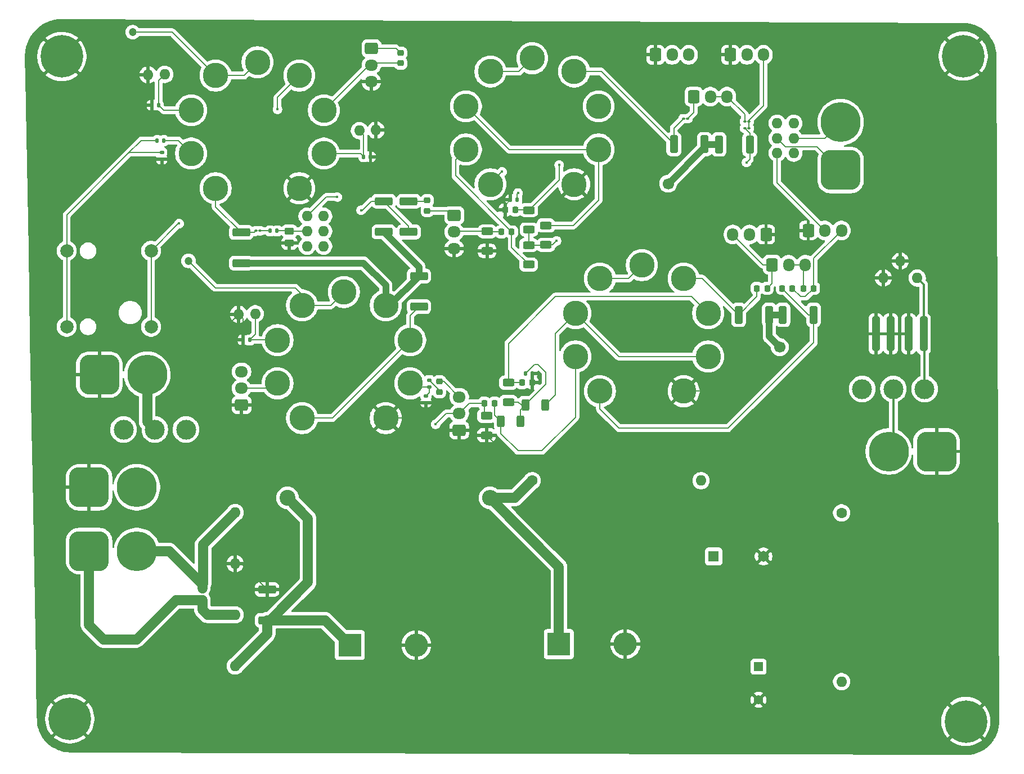
<source format=gbr>
%TF.GenerationSoftware,KiCad,Pcbnew,9.0.0*%
%TF.CreationDate,2025-03-23T18:58:35+01:00*%
%TF.ProjectId,PCB_Ampli,5043425f-416d-4706-9c69-2e6b69636164,rev?*%
%TF.SameCoordinates,Original*%
%TF.FileFunction,Copper,L1,Top*%
%TF.FilePolarity,Positive*%
%FSLAX46Y46*%
G04 Gerber Fmt 4.6, Leading zero omitted, Abs format (unit mm)*
G04 Created by KiCad (PCBNEW 9.0.0) date 2025-03-23 18:58:35*
%MOMM*%
%LPD*%
G01*
G04 APERTURE LIST*
G04 Aperture macros list*
%AMRoundRect*
0 Rectangle with rounded corners*
0 $1 Rounding radius*
0 $2 $3 $4 $5 $6 $7 $8 $9 X,Y pos of 4 corners*
0 Add a 4 corners polygon primitive as box body*
4,1,4,$2,$3,$4,$5,$6,$7,$8,$9,$2,$3,0*
0 Add four circle primitives for the rounded corners*
1,1,$1+$1,$2,$3*
1,1,$1+$1,$4,$5*
1,1,$1+$1,$6,$7*
1,1,$1+$1,$8,$9*
0 Add four rect primitives between the rounded corners*
20,1,$1+$1,$2,$3,$4,$5,0*
20,1,$1+$1,$4,$5,$6,$7,0*
20,1,$1+$1,$6,$7,$8,$9,0*
20,1,$1+$1,$8,$9,$2,$3,0*%
G04 Aperture macros list end*
%TA.AperFunction,ComponentPad*%
%ADD10C,6.000000*%
%TD*%
%TA.AperFunction,ComponentPad*%
%ADD11RoundRect,1.500000X1.500000X-1.500000X1.500000X1.500000X-1.500000X1.500000X-1.500000X-1.500000X0*%
%TD*%
%TA.AperFunction,ComponentPad*%
%ADD12C,2.006600*%
%TD*%
%TA.AperFunction,SMDPad,CuDef*%
%ADD13RoundRect,0.250000X-0.312500X-0.625000X0.312500X-0.625000X0.312500X0.625000X-0.312500X0.625000X0*%
%TD*%
%TA.AperFunction,ComponentPad*%
%ADD14C,3.000000*%
%TD*%
%TA.AperFunction,ComponentPad*%
%ADD15RoundRect,1.500000X1.500000X1.500000X-1.500000X1.500000X-1.500000X-1.500000X1.500000X-1.500000X0*%
%TD*%
%TA.AperFunction,ComponentPad*%
%ADD16RoundRect,1.500000X-1.500000X-1.500000X1.500000X-1.500000X1.500000X1.500000X-1.500000X1.500000X0*%
%TD*%
%TA.AperFunction,ComponentPad*%
%ADD17O,1.600000X1.600000*%
%TD*%
%TA.AperFunction,ComponentPad*%
%ADD18RoundRect,0.250000X-0.600000X-0.725000X0.600000X-0.725000X0.600000X0.725000X-0.600000X0.725000X0*%
%TD*%
%TA.AperFunction,ComponentPad*%
%ADD19O,1.700000X1.950000*%
%TD*%
%TA.AperFunction,ComponentPad*%
%ADD20RoundRect,0.250000X0.600000X0.725000X-0.600000X0.725000X-0.600000X-0.725000X0.600000X-0.725000X0*%
%TD*%
%TA.AperFunction,ComponentPad*%
%ADD21RoundRect,0.250000X0.725000X-0.600000X0.725000X0.600000X-0.725000X0.600000X-0.725000X-0.600000X0*%
%TD*%
%TA.AperFunction,ComponentPad*%
%ADD22O,1.950000X1.700000*%
%TD*%
%TA.AperFunction,SMDPad,CuDef*%
%ADD23RoundRect,0.250000X0.325000X2.350000X-0.325000X2.350000X-0.325000X-2.350000X0.325000X-2.350000X0*%
%TD*%
%TA.AperFunction,ComponentPad*%
%ADD24C,1.600000*%
%TD*%
%TA.AperFunction,ComponentPad*%
%ADD25C,2.400000*%
%TD*%
%TA.AperFunction,ComponentPad*%
%ADD26O,2.400000X2.400000*%
%TD*%
%TA.AperFunction,SMDPad,CuDef*%
%ADD27RoundRect,0.250000X1.075000X-0.362500X1.075000X0.362500X-1.075000X0.362500X-1.075000X-0.362500X0*%
%TD*%
%TA.AperFunction,SMDPad,CuDef*%
%ADD28RoundRect,0.250000X0.362500X1.075000X-0.362500X1.075000X-0.362500X-1.075000X0.362500X-1.075000X0*%
%TD*%
%TA.AperFunction,SMDPad,CuDef*%
%ADD29RoundRect,0.250000X0.625000X-0.312500X0.625000X0.312500X-0.625000X0.312500X-0.625000X-0.312500X0*%
%TD*%
%TA.AperFunction,SMDPad,CuDef*%
%ADD30RoundRect,0.135000X0.135000X0.185000X-0.135000X0.185000X-0.135000X-0.185000X0.135000X-0.185000X0*%
%TD*%
%TA.AperFunction,SMDPad,CuDef*%
%ADD31RoundRect,0.250000X-0.625000X0.312500X-0.625000X-0.312500X0.625000X-0.312500X0.625000X0.312500X0*%
%TD*%
%TA.AperFunction,SMDPad,CuDef*%
%ADD32RoundRect,0.135000X-0.185000X0.135000X-0.185000X-0.135000X0.185000X-0.135000X0.185000X0.135000X0*%
%TD*%
%TA.AperFunction,SMDPad,CuDef*%
%ADD33RoundRect,0.135000X0.185000X-0.135000X0.185000X0.135000X-0.185000X0.135000X-0.185000X-0.135000X0*%
%TD*%
%TA.AperFunction,SMDPad,CuDef*%
%ADD34RoundRect,0.250000X-1.075000X0.362500X-1.075000X-0.362500X1.075000X-0.362500X1.075000X0.362500X0*%
%TD*%
%TA.AperFunction,SMDPad,CuDef*%
%ADD35RoundRect,0.135000X-0.135000X-0.185000X0.135000X-0.185000X0.135000X0.185000X-0.135000X0.185000X0*%
%TD*%
%TA.AperFunction,SMDPad,CuDef*%
%ADD36RoundRect,0.250000X-0.450000X0.262500X-0.450000X-0.262500X0.450000X-0.262500X0.450000X0.262500X0*%
%TD*%
%TA.AperFunction,ComponentPad*%
%ADD37C,0.800000*%
%TD*%
%TA.AperFunction,ComponentPad*%
%ADD38C,6.400000*%
%TD*%
%TA.AperFunction,ComponentPad*%
%ADD39RoundRect,0.250000X-0.725000X0.600000X-0.725000X-0.600000X0.725000X-0.600000X0.725000X0.600000X0*%
%TD*%
%TA.AperFunction,ComponentPad*%
%ADD40R,1.400000X1.400000*%
%TD*%
%TA.AperFunction,ComponentPad*%
%ADD41C,1.400000*%
%TD*%
%TA.AperFunction,ComponentPad*%
%ADD42R,1.650000X1.650000*%
%TD*%
%TA.AperFunction,ComponentPad*%
%ADD43C,1.650000*%
%TD*%
%TA.AperFunction,ComponentPad*%
%ADD44R,3.500000X3.500000*%
%TD*%
%TA.AperFunction,ComponentPad*%
%ADD45O,3.500000X3.500000*%
%TD*%
%TA.AperFunction,SMDPad,CuDef*%
%ADD46RoundRect,0.225000X-0.250000X0.225000X-0.250000X-0.225000X0.250000X-0.225000X0.250000X0.225000X0*%
%TD*%
%TA.AperFunction,SMDPad,CuDef*%
%ADD47RoundRect,0.225000X-0.225000X-0.250000X0.225000X-0.250000X0.225000X0.250000X-0.225000X0.250000X0*%
%TD*%
%TA.AperFunction,SMDPad,CuDef*%
%ADD48RoundRect,0.225000X0.225000X0.250000X-0.225000X0.250000X-0.225000X-0.250000X0.225000X-0.250000X0*%
%TD*%
%TA.AperFunction,SMDPad,CuDef*%
%ADD49RoundRect,0.225000X0.250000X-0.225000X0.250000X0.225000X-0.250000X0.225000X-0.250000X-0.225000X0*%
%TD*%
%TA.AperFunction,SMDPad,CuDef*%
%ADD50RoundRect,0.100000X-0.130000X-0.100000X0.130000X-0.100000X0.130000X0.100000X-0.130000X0.100000X0*%
%TD*%
%TA.AperFunction,ComponentPad*%
%ADD51C,3.810000*%
%TD*%
%TA.AperFunction,ViaPad*%
%ADD52C,1.200000*%
%TD*%
%TA.AperFunction,ViaPad*%
%ADD53C,0.450000*%
%TD*%
%TA.AperFunction,ViaPad*%
%ADD54C,1.700000*%
%TD*%
%TA.AperFunction,Conductor*%
%ADD55C,0.160000*%
%TD*%
%TA.AperFunction,Conductor*%
%ADD56C,1.500000*%
%TD*%
%TA.AperFunction,Conductor*%
%ADD57C,0.300000*%
%TD*%
%TA.AperFunction,Conductor*%
%ADD58C,1.000000*%
%TD*%
G04 APERTURE END LIST*
D10*
%TO.P,J4,2,Pin_2*%
%TO.N,Net-(J4-Pin_2)*%
X145750000Y-48150000D03*
D11*
%TO.P,J4,1,Pin_1*%
%TO.N,Net-(J4-Pin_1)*%
X145750000Y-55350000D03*
%TD*%
D12*
%TO.P,J2,TN*%
%TO.N,/Pr\u00E9ampli/neutre*%
X41991104Y-67501600D03*
%TO.P,J2,SN*%
%TO.N,Net-(J2-Pad1)*%
X29291104Y-67501600D03*
%TO.P,J2,T*%
%TO.N,/Pr\u00E9ampli/neutre*%
X41991104Y-78931600D03*
%TO.P,J2,S*%
%TO.N,Net-(J2-Pad1)*%
X29291104Y-78931600D03*
%TD*%
D13*
%TO.P,R26,2*%
%TO.N,Net-(R25-Pad2)*%
X97550000Y-93150000D03*
%TO.P,R26,1*%
%TO.N,Net-(12ax4-2)*%
X94625000Y-93150000D03*
%TD*%
D14*
%TO.P,SW4,1,A*%
%TO.N,Heater1_A*%
X158390000Y-88300000D03*
%TO.P,SW4,2,B*%
%TO.N,Net-(J3-Pin_2)*%
X153690000Y-88300000D03*
%TO.P,SW4,3,C*%
%TO.N,unconnected-(SW4-C-Pad3)*%
X148990000Y-88300000D03*
%TD*%
%TO.P,SW3,1,A*%
%TO.N,+250V*%
X37850000Y-94400000D03*
%TO.P,SW3,2,B*%
%TO.N,Net-(J1-Pin_2)*%
X42550000Y-94400000D03*
%TO.P,SW3,3,C*%
%TO.N,unconnected-(SW3-C-Pad3)*%
X47250000Y-94400000D03*
%TD*%
D15*
%TO.P,J3,1,Pin_1*%
%TO.N,Heater1_B*%
X160190000Y-97700000D03*
D10*
%TO.P,J3,2,Pin_2*%
%TO.N,Net-(J3-Pin_2)*%
X152990000Y-97700000D03*
%TD*%
D16*
%TO.P,J1,1,Pin_1*%
%TO.N,Heater1_B*%
X34200000Y-86150000D03*
D10*
%TO.P,J1,2,Pin_2*%
%TO.N,Net-(J1-Pin_2)*%
X41400000Y-86150000D03*
%TD*%
D17*
%TO.P,D1,1,+*%
%TO.N,Net-(D1-+)*%
X54650000Y-130000000D03*
%TO.P,D1,2*%
%TO.N,Net-(OutSwitch1-Pin_1)*%
X54650000Y-122300000D03*
%TO.P,D1,3,-*%
%TO.N,Heater1_B*%
X54650000Y-114600000D03*
%TO.P,D1,4*%
%TO.N,Net-(OutSwitch1-Pin_2)*%
X54650000Y-106900000D03*
%TD*%
D18*
%TO.P,Vol1_low2,1,1*%
%TO.N,Heater1_B*%
X117900000Y-38000000D03*
D19*
%TO.P,Vol1_low2,2,2*%
%TO.N,3*%
X120400000Y-38000000D03*
%TO.P,Vol1_low2,3,3*%
%TO.N,Net-(C10-Pad2)*%
X122900000Y-38000000D03*
%TD*%
D20*
%TO.P,Vol2_low1,1,1*%
%TO.N,Heater1_B*%
X134525000Y-65050000D03*
D19*
%TO.P,Vol2_low1,2,2*%
%TO.N,10*%
X132025000Y-65050000D03*
%TO.P,Vol2_low1,3,3*%
%TO.N,Net-(C26-Pad2)*%
X129525000Y-65050000D03*
%TD*%
D18*
%TO.P,Vol2_high1,1,1*%
%TO.N,Heater1_B*%
X140875000Y-64450000D03*
D19*
%TO.P,Vol2_high1,2,2*%
%TO.N,5*%
X143375000Y-64450000D03*
%TO.P,Vol2_high1,3,3*%
%TO.N,Net-(C24-Pad2)*%
X145875000Y-64450000D03*
%TD*%
D18*
%TO.P,Vol1_high1,1,1*%
%TO.N,Heater1_B*%
X129150000Y-38000000D03*
D19*
%TO.P,Vol1_high1,2,2*%
%TO.N,2*%
X131650000Y-38000000D03*
%TO.P,Vol1_high1,3,3*%
%TO.N,Net-(C8-Pad2)*%
X134150000Y-38000000D03*
%TD*%
D18*
%TO.P,tone2,1,1*%
%TO.N,Net-(C26-Pad2)*%
X135425000Y-69600000D03*
D19*
%TO.P,tone2,2,2*%
%TO.N,Net-(C25-Pad1)*%
X137925000Y-69600000D03*
%TO.P,tone2,3,3*%
X140425000Y-69600000D03*
%TD*%
D18*
%TO.P,tone1,1,1*%
%TO.N,Net-(C10-Pad2)*%
X123650000Y-44300000D03*
D19*
%TO.P,tone1,2,2*%
%TO.N,Net-(C9-Pad1)*%
X126150000Y-44300000D03*
%TO.P,tone1,3,3*%
X128650000Y-44300000D03*
%TD*%
D17*
%TO.P,SW2,1,A*%
%TO.N,2*%
X136200000Y-48300000D03*
%TO.P,SW2,2,B*%
%TO.N,Net-(J4-Pin_1)*%
X136200000Y-50550000D03*
%TO.P,SW2,3,C*%
%TO.N,5*%
X136200000Y-52800000D03*
%TO.P,SW2,4,A*%
%TO.N,3*%
X138700000Y-48300000D03*
%TO.P,SW2,5,B*%
%TO.N,Net-(J4-Pin_2)*%
X138700000Y-50550000D03*
%TO.P,SW2,6,C*%
%TO.N,10*%
X138700000Y-52800000D03*
%TD*%
%TO.P,SW1,1,A*%
%TO.N,Net-(C3-Pad1)*%
X65450000Y-62300000D03*
%TO.P,SW1,2,B*%
%TO.N,Net-(R4-Pad2)*%
X65450000Y-64550000D03*
%TO.P,SW1,3,C*%
%TO.N,Net-(RV6-Pad3)*%
X65450000Y-66800000D03*
%TO.P,SW1,4,A*%
%TO.N,Net-(C6-Pad1)*%
X67950000Y-62300000D03*
%TO.P,SW1,5,B*%
%TO.N,/Pr\u00E9ampli/neutre*%
X67950000Y-64550000D03*
%TO.P,SW1,6,C*%
%TO.N,Net-(C22-Pad1)*%
X67950000Y-66800000D03*
%TD*%
%TO.P,RV11,1,1*%
%TO.N,Heater1_B*%
X152200000Y-71600000D03*
%TO.P,RV11,2,2*%
X154740000Y-69060000D03*
%TO.P,RV11,3,3*%
%TO.N,Heater1_A*%
X157280000Y-71600000D03*
%TD*%
D21*
%TO.P,RV6,1,1*%
%TO.N,Heater1_B*%
X55600000Y-90700000D03*
D22*
%TO.P,RV6,2,2*%
%TO.N,Net-(12ax3-2)*%
X55600000Y-88200000D03*
%TO.P,RV6,3,3*%
%TO.N,Net-(RV6-Pad3)*%
X55600000Y-85700000D03*
%TD*%
D23*
%TO.P,R65,1*%
%TO.N,Heater1_B*%
X153290000Y-80000000D03*
%TO.P,R65,2*%
X151040000Y-80000000D03*
%TD*%
%TO.P,R64,1*%
%TO.N,Heater1_A*%
X158240000Y-80000000D03*
%TO.P,R64,2*%
%TO.N,Heater1_B*%
X155990000Y-80000000D03*
%TD*%
D24*
%TO.P,R63,1*%
%TO.N,C*%
X145900000Y-106950000D03*
D17*
%TO.P,R63,2*%
%TO.N,D*%
X145900000Y-132350000D03*
%TD*%
D24*
%TO.P,R62,1*%
%TO.N,Net-(C62-Pad1)*%
X99350000Y-102100000D03*
D17*
%TO.P,R62,2*%
%TO.N,C*%
X124750000Y-102100000D03*
%TD*%
D25*
%TO.P,R61,1*%
%TO.N,Net-(D1-+)*%
X62505000Y-104700000D03*
D26*
%TO.P,R61,2*%
%TO.N,Net-(C62-Pad1)*%
X92985000Y-104700000D03*
%TD*%
D27*
%TO.P,R60,1*%
%TO.N,Net-(D1-+)*%
X59450000Y-123112500D03*
%TO.P,R60,2*%
%TO.N,Heater1_B*%
X59450000Y-118487500D03*
%TD*%
D28*
%TO.P,R30,1*%
%TO.N,C*%
X135025000Y-77150000D03*
%TO.P,R30,2*%
%TO.N,Net-(12ax4-6)*%
X130400000Y-77150000D03*
%TD*%
%TO.P,R29,1*%
%TO.N,Net-(12ax4-1)*%
X141687500Y-77150000D03*
%TO.P,R29,2*%
%TO.N,C*%
X137062500Y-77150000D03*
%TD*%
D13*
%TO.P,R28,1*%
%TO.N,Net-(R25-Pad2)*%
X98337500Y-90700000D03*
%TO.P,R28,2*%
%TO.N,Net-(12ax4-3)*%
X101262500Y-90700000D03*
%TD*%
D29*
%TO.P,R27,1*%
%TO.N,Net-(R25-Pad2)*%
X95750000Y-90262500D03*
%TO.P,R27,2*%
%TO.N,Net-(12ax4-7)*%
X95750000Y-87337500D03*
%TD*%
D30*
%TO.P,R25,1*%
%TO.N,Heater1_B*%
X99350000Y-85950000D03*
%TO.P,R25,2*%
%TO.N,Net-(R25-Pad2)*%
X98330000Y-85950000D03*
%TD*%
D31*
%TO.P,R24,1*%
%TO.N,Net-(C22-Pad1)*%
X92450000Y-92337500D03*
%TO.P,R24,2*%
%TO.N,Heater1_B*%
X92450000Y-95262500D03*
%TD*%
D32*
%TO.P,R23,1*%
%TO.N,Net-(12ax3-8)*%
X83350000Y-89340000D03*
%TO.P,R23,2*%
%TO.N,Heater1_B*%
X83350000Y-90360000D03*
%TD*%
D33*
%TO.P,R22,1*%
%TO.N,Net-(12ax3-8)*%
X83825000Y-88010000D03*
%TO.P,R22,2*%
%TO.N,Net-(C21-Pad1)*%
X83825000Y-86990000D03*
%TD*%
D30*
%TO.P,R21,1*%
%TO.N,Net-(12ax3-3)*%
X56810000Y-80923300D03*
%TO.P,R21,2*%
%TO.N,Heater1_B*%
X55790000Y-80923300D03*
%TD*%
D34*
%TO.P,R20,1*%
%TO.N,D*%
X82300000Y-71287500D03*
%TO.P,R20,2*%
%TO.N,Net-(12ax3-1)*%
X82300000Y-75912500D03*
%TD*%
D28*
%TO.P,R16,1*%
%TO.N,C*%
X125275000Y-51450000D03*
%TO.P,R16,2*%
%TO.N,Net-(12ax2-6)*%
X120650000Y-51450000D03*
%TD*%
%TO.P,R15,1*%
%TO.N,Net-(12ax2-1)*%
X132075000Y-51500000D03*
%TO.P,R15,2*%
%TO.N,C*%
X127450000Y-51500000D03*
%TD*%
D29*
%TO.P,R14,1*%
%TO.N,Net-(R11-Pad2)*%
X101400000Y-66615800D03*
%TO.P,R14,2*%
%TO.N,Net-(12ax2-3)*%
X101400000Y-63690800D03*
%TD*%
%TO.P,R13,1*%
%TO.N,Net-(R11-Pad2)*%
X98850000Y-64303300D03*
%TO.P,R13,2*%
%TO.N,Net-(12ax2-7)*%
X98850000Y-61378300D03*
%TD*%
%TO.P,R12,1*%
%TO.N,Net-(12ax2-2)*%
X98800000Y-69565800D03*
%TO.P,R12,2*%
%TO.N,Net-(R11-Pad2)*%
X98800000Y-66640800D03*
%TD*%
D35*
%TO.P,R11,1*%
%TO.N,Heater1_B*%
X96065000Y-59800000D03*
%TO.P,R11,2*%
%TO.N,Net-(R11-Pad2)*%
X97085000Y-59800000D03*
%TD*%
D31*
%TO.P,R10,1*%
%TO.N,Net-(C6-Pad1)*%
X92550000Y-64587500D03*
%TO.P,R10,2*%
%TO.N,Heater1_B*%
X92550000Y-67512500D03*
%TD*%
D35*
%TO.P,R9,1*%
%TO.N,Net-(12ax1-8)*%
X73980000Y-53346700D03*
%TO.P,R9,2*%
%TO.N,Heater1_B*%
X75000000Y-53346700D03*
%TD*%
D27*
%TO.P,R8,1*%
%TO.N,/Pr\u00E9ampli/6*%
X80750000Y-64675000D03*
%TO.P,R8,2*%
%TO.N,Net-(C4-Pad1)*%
X80750000Y-60050000D03*
%TD*%
%TO.P,R7,1*%
%TO.N,D*%
X77000000Y-64662500D03*
%TO.P,R7,2*%
%TO.N,/Pr\u00E9ampli/6*%
X77000000Y-60037500D03*
%TD*%
D36*
%TO.P,R6,1*%
%TO.N,Net-(R4-Pad2)*%
X62800000Y-64537500D03*
%TO.P,R6,2*%
%TO.N,Heater1_B*%
X62800000Y-66362500D03*
%TD*%
D30*
%TO.P,R5,1*%
%TO.N,Net-(12ax1-3)*%
X43110000Y-45566700D03*
%TO.P,R5,2*%
%TO.N,Heater1_B*%
X42090000Y-45566700D03*
%TD*%
D35*
%TO.P,R4,1*%
%TO.N,Net-(C1-Pad2)*%
X59915000Y-64500000D03*
%TO.P,R4,2*%
%TO.N,Net-(R4-Pad2)*%
X60935000Y-64500000D03*
%TD*%
D27*
%TO.P,R3,1*%
%TO.N,D*%
X55550000Y-69362500D03*
%TO.P,R3,2*%
%TO.N,Net-(12ax1-1)*%
X55550000Y-64737500D03*
%TD*%
D33*
%TO.P,R2,1*%
%TO.N,Heater1_B*%
X43600000Y-53720000D03*
%TO.P,R2,2*%
%TO.N,Net-(J2-Pad1)*%
X43600000Y-52700000D03*
%TD*%
D35*
%TO.P,R1,1*%
%TO.N,Net-(J2-Pad1)*%
X42890000Y-50910000D03*
%TO.P,R1,2*%
%TO.N,Net-(12ax1-2)*%
X43910000Y-50910000D03*
%TD*%
D16*
%TO.P,OutSwitch1,1,Pin_1*%
%TO.N,Net-(OutSwitch1-Pin_1)*%
X32650000Y-112700000D03*
D10*
%TO.P,OutSwitch1,2,Pin_2*%
%TO.N,Net-(OutSwitch1-Pin_2)*%
X39850000Y-112700000D03*
%TD*%
D16*
%TO.P,InSwitch1,1,Pin_1*%
%TO.N,Heater1_B*%
X32650000Y-103100000D03*
D10*
%TO.P,InSwitch1,2,Pin_2*%
%TO.N,+250V*%
X39850000Y-103100000D03*
%TD*%
D37*
%TO.P,H4,1,1*%
%TO.N,Heater1_B*%
X162200000Y-138350000D03*
X162902944Y-136652944D03*
X162902944Y-140047056D03*
X164600000Y-135950000D03*
D38*
X164600000Y-138350000D03*
D37*
X164600000Y-140750000D03*
X166297056Y-136652944D03*
X166297056Y-140047056D03*
X167000000Y-138350000D03*
%TD*%
%TO.P,H3,1,1*%
%TO.N,Heater1_B*%
X161800000Y-38200000D03*
X162502944Y-36502944D03*
X162502944Y-39897056D03*
X164200000Y-35800000D03*
D38*
X164200000Y-38200000D03*
D37*
X164200000Y-40600000D03*
X165897056Y-36502944D03*
X165897056Y-39897056D03*
X166600000Y-38200000D03*
%TD*%
%TO.P,H2,1,1*%
%TO.N,Heater1_B*%
X32150000Y-137950000D03*
X31447056Y-139647056D03*
X31447056Y-136252944D03*
X29750000Y-140350000D03*
D38*
X29750000Y-137950000D03*
D37*
X29750000Y-135550000D03*
X28052944Y-139647056D03*
X28052944Y-136252944D03*
X27350000Y-137950000D03*
%TD*%
%TO.P,H1,1,1*%
%TO.N,Heater1_B*%
X26150000Y-38250000D03*
X26852944Y-36552944D03*
X26852944Y-39947056D03*
X28550000Y-35850000D03*
D38*
X28550000Y-38250000D03*
D37*
X28550000Y-40650000D03*
X30247056Y-36552944D03*
X30247056Y-39947056D03*
X30950000Y-38250000D03*
%TD*%
D21*
%TO.P,Gain2_Post1,1,1*%
%TO.N,Heater1_B*%
X88350000Y-94500000D03*
D22*
%TO.P,Gain2_Post1,2,2*%
%TO.N,Net-(C22-Pad1)*%
X88350000Y-92000000D03*
%TO.P,Gain2_Post1,3,3*%
%TO.N,Net-(C21-Pad2)*%
X88350000Y-89500000D03*
%TD*%
D39*
%TO.P,Gain1_Post1,1,1*%
%TO.N,Net-(C4-Pad2)*%
X87600000Y-62150000D03*
D22*
%TO.P,Gain1_Post1,2,2*%
%TO.N,Net-(C6-Pad1)*%
X87600000Y-64650000D03*
%TO.P,Gain1_Post1,3,3*%
%TO.N,Heater1_B*%
X87600000Y-67150000D03*
%TD*%
D39*
%TO.P,Gain1_before1,1,1*%
%TO.N,Net-(C3-Pad1)*%
X75150000Y-37050000D03*
D22*
%TO.P,Gain1_before1,2,2*%
%TO.N,/Pr\u00E9ampli/7*%
X75150000Y-39550000D03*
%TO.P,Gain1_before1,3,3*%
%TO.N,Heater1_B*%
X75150000Y-42050000D03*
%TD*%
D40*
%TO.P,C64,1*%
%TO.N,D*%
X133400000Y-130100000D03*
D41*
%TO.P,C64,2*%
%TO.N,Heater1_B*%
X133400000Y-135100000D03*
%TD*%
D42*
%TO.P,C63,1*%
%TO.N,C*%
X126650000Y-113500000D03*
D43*
%TO.P,C63,2*%
%TO.N,Heater1_B*%
X134150000Y-113500000D03*
%TD*%
D44*
%TO.P,C62,1*%
%TO.N,Net-(C62-Pad1)*%
X103350000Y-126700000D03*
D45*
%TO.P,C62,2*%
%TO.N,Heater1_B*%
X113350000Y-126700000D03*
%TD*%
D44*
%TO.P,C61,1*%
%TO.N,Net-(D1-+)*%
X71900000Y-126850000D03*
D45*
%TO.P,C61,2*%
%TO.N,Heater1_B*%
X81900000Y-126850000D03*
%TD*%
D46*
%TO.P,C60,1*%
%TO.N,Net-(OutSwitch1-Pin_2)*%
X49700000Y-118525000D03*
%TO.P,C60,2*%
%TO.N,Net-(OutSwitch1-Pin_1)*%
X49700000Y-120075000D03*
%TD*%
D47*
%TO.P,C26,1*%
%TO.N,Net-(12ax4-6)*%
X133150000Y-73150000D03*
%TO.P,C26,2*%
%TO.N,Net-(C26-Pad2)*%
X134700000Y-73150000D03*
%TD*%
%TO.P,C25,1*%
%TO.N,Net-(C25-Pad1)*%
X140150000Y-73150000D03*
%TO.P,C25,2*%
%TO.N,Net-(C24-Pad2)*%
X141700000Y-73150000D03*
%TD*%
%TO.P,C24,1*%
%TO.N,Net-(12ax4-1)*%
X136950000Y-73150000D03*
%TO.P,C24,2*%
%TO.N,Net-(C24-Pad2)*%
X138500000Y-73150000D03*
%TD*%
D48*
%TO.P,C23,1*%
%TO.N,Heater1_B*%
X99350000Y-87350000D03*
%TO.P,C23,2*%
%TO.N,Net-(12ax4-7)*%
X97800000Y-87350000D03*
%TD*%
D47*
%TO.P,C22,1*%
%TO.N,Net-(C22-Pad1)*%
X92125000Y-90450000D03*
%TO.P,C22,2*%
%TO.N,Net-(12ax4-2)*%
X93675000Y-90450000D03*
%TD*%
D49*
%TO.P,C21,1*%
%TO.N,Net-(C21-Pad1)*%
X85375000Y-88725000D03*
%TO.P,C21,2*%
%TO.N,Net-(C21-Pad2)*%
X85375000Y-87175000D03*
%TD*%
D17*
%TO.P,C20,1*%
%TO.N,Net-(12ax3-3)*%
X57650000Y-76980000D03*
%TO.P,C20,2*%
%TO.N,Heater1_B*%
X55150000Y-77050000D03*
%TD*%
D50*
%TO.P,C10,1*%
%TO.N,Net-(12ax2-6)*%
X122080000Y-47600000D03*
%TO.P,C10,2*%
%TO.N,Net-(C10-Pad2)*%
X122720000Y-47600000D03*
%TD*%
%TO.P,C9,1*%
%TO.N,Net-(C9-Pad1)*%
X131330000Y-48000000D03*
%TO.P,C9,2*%
%TO.N,Net-(C8-Pad2)*%
X131970000Y-48000000D03*
%TD*%
%TO.P,C8,1*%
%TO.N,Net-(12ax2-1)*%
X131330000Y-49050000D03*
%TO.P,C8,2*%
%TO.N,Net-(C8-Pad2)*%
X131970000Y-49050000D03*
%TD*%
D47*
%TO.P,C7,1*%
%TO.N,Heater1_B*%
X95250000Y-61350000D03*
%TO.P,C7,2*%
%TO.N,Net-(12ax2-7)*%
X96800000Y-61350000D03*
%TD*%
%TO.P,C6,1*%
%TO.N,Net-(C6-Pad1)*%
X94700000Y-64650000D03*
%TO.P,C6,2*%
%TO.N,Net-(12ax2-2)*%
X96250000Y-64650000D03*
%TD*%
D17*
%TO.P,C5,1*%
%TO.N,Net-(12ax1-8)*%
X73340000Y-49416700D03*
%TO.P,C5,2*%
%TO.N,Heater1_B*%
X75840000Y-49346700D03*
%TD*%
D46*
%TO.P,C4,1*%
%TO.N,Net-(C4-Pad1)*%
X83550000Y-59925000D03*
%TO.P,C4,2*%
%TO.N,Net-(C4-Pad2)*%
X83550000Y-61475000D03*
%TD*%
%TO.P,C3,1*%
%TO.N,Net-(C3-Pad1)*%
X79550000Y-37725000D03*
%TO.P,C3,2*%
%TO.N,/Pr\u00E9ampli/7*%
X79550000Y-39275000D03*
%TD*%
D17*
%TO.P,C2,1*%
%TO.N,Net-(12ax1-3)*%
X44050000Y-40946700D03*
%TO.P,C2,2*%
%TO.N,Heater1_B*%
X41550000Y-41016700D03*
%TD*%
D50*
%TO.P,C1,1*%
%TO.N,Net-(12ax1-1)*%
X57755000Y-64500000D03*
%TO.P,C1,2*%
%TO.N,Net-(C1-Pad2)*%
X58395000Y-64500000D03*
%TD*%
D51*
%TO.P,12ax4,1*%
%TO.N,Net-(12ax4-1)*%
X109533000Y-88634800D03*
%TO.P,12ax4,2*%
%TO.N,Net-(12ax4-2)*%
X105850000Y-83402400D03*
%TO.P,12ax4,3*%
%TO.N,Net-(12ax4-3)*%
X105850000Y-76900000D03*
%TO.P,12ax4,4*%
%TO.N,Heater1_A*%
X109533000Y-71667600D03*
%TO.P,12ax4,5*%
X115832200Y-69661000D03*
%TO.P,12ax4,6*%
%TO.N,Net-(12ax4-6)*%
X122131400Y-71667600D03*
%TO.P,12ax4,7*%
%TO.N,Net-(12ax4-7)*%
X125814400Y-76900000D03*
%TO.P,12ax4,8*%
%TO.N,Net-(12ax4-3)*%
X125814400Y-83402400D03*
%TO.P,12ax4,9*%
%TO.N,Heater1_B*%
X122131400Y-88634800D03*
%TD*%
%TO.P,12ax3,1*%
%TO.N,Net-(12ax3-1)*%
X64700800Y-92683600D03*
%TO.P,12ax3,2*%
%TO.N,Net-(12ax3-2)*%
X61017800Y-87451200D03*
%TO.P,12ax3,3*%
%TO.N,Net-(12ax3-3)*%
X61017800Y-80948800D03*
%TO.P,12ax3,4*%
%TO.N,Heater1_A*%
X64700800Y-75716400D03*
%TO.P,12ax3,5*%
X71000000Y-73709800D03*
%TO.P,12ax3,6*%
%TO.N,D*%
X77299200Y-75716400D03*
%TO.P,12ax3,7*%
%TO.N,Net-(12ax3-1)*%
X80982200Y-80948800D03*
%TO.P,12ax3,8*%
%TO.N,Net-(12ax3-8)*%
X80982200Y-87451200D03*
%TO.P,12ax3,9*%
%TO.N,Heater1_B*%
X77299200Y-92683600D03*
%TD*%
%TO.P,12ax2,1*%
%TO.N,Net-(12ax2-1)*%
X93050800Y-57486900D03*
%TO.P,12ax2,2*%
%TO.N,Net-(12ax2-2)*%
X89367800Y-52254500D03*
%TO.P,12ax2,3*%
%TO.N,Net-(12ax2-3)*%
X89367800Y-45752100D03*
%TO.P,12ax2,4*%
%TO.N,Heater1_A*%
X93050800Y-40519700D03*
%TO.P,12ax2,5*%
X99350000Y-38513100D03*
%TO.P,12ax2,6*%
%TO.N,Net-(12ax2-6)*%
X105649200Y-40519700D03*
%TO.P,12ax2,7*%
%TO.N,Net-(12ax2-7)*%
X109332200Y-45752100D03*
%TO.P,12ax2,8*%
%TO.N,Net-(12ax2-3)*%
X109332200Y-52254500D03*
%TO.P,12ax2,9*%
%TO.N,Heater1_B*%
X105649200Y-57486900D03*
%TD*%
%TO.P,12ax1,1*%
%TO.N,Net-(12ax1-1)*%
X51700800Y-58086900D03*
%TO.P,12ax1,2*%
%TO.N,Net-(12ax1-2)*%
X48017800Y-52854500D03*
%TO.P,12ax1,3*%
%TO.N,Net-(12ax1-3)*%
X48017800Y-46352100D03*
%TO.P,12ax1,4*%
%TO.N,Heater1_A*%
X51700800Y-41119700D03*
%TO.P,12ax1,5*%
X58000000Y-39113100D03*
%TO.P,12ax1,6*%
%TO.N,/Pr\u00E9ampli/6*%
X64299200Y-41119700D03*
%TO.P,12ax1,7*%
%TO.N,/Pr\u00E9ampli/7*%
X67982200Y-46352100D03*
%TO.P,12ax1,8*%
%TO.N,Net-(12ax1-8)*%
X67982200Y-52854500D03*
%TO.P,12ax1,9*%
%TO.N,Heater1_B*%
X64299200Y-58086900D03*
%TD*%
D52*
%TO.N,Heater1_A*%
X47600000Y-69000000D03*
X39200000Y-34600000D03*
D53*
%TO.N,/Pr\u00E9ampli/neutre*%
X46200000Y-63400000D03*
%TO.N,Heater1_B*%
X40000000Y-45800000D03*
X77200000Y-52600000D03*
X93800000Y-96800000D03*
X100600000Y-86400000D03*
%TO.N,Net-(12ax2-1)*%
X131600000Y-54200000D03*
X94800000Y-55600000D03*
%TO.N,Net-(12ax2-7)*%
X103400000Y-54600000D03*
%TO.N,Net-(R11-Pad2)*%
X103000000Y-66000000D03*
X97200000Y-58800000D03*
%TO.N,Heater1_B*%
X94600000Y-60000000D03*
X92000000Y-69200000D03*
%TO.N,/Pr\u00E9ampli/6*%
X73600000Y-61400000D03*
X61000000Y-46200000D03*
%TO.N,Net-(C3-Pad1)*%
X70000000Y-59400000D03*
%TO.N,Heater1_B*%
X83200000Y-92000000D03*
%TO.N,Net-(C22-Pad1)*%
X84800000Y-93600000D03*
%TO.N,Heater1_B*%
X125400000Y-88800000D03*
X43200000Y-55400000D03*
X53000000Y-79400000D03*
D54*
%TO.N,C*%
X136600000Y-82000000D03*
X119800000Y-57400000D03*
D53*
%TO.N,Heater1_B*%
X59800000Y-114400000D03*
%TD*%
D55*
%TO.N,Heater1_A*%
X63664122Y-73064122D02*
X64700800Y-74100800D01*
X64700800Y-74100800D02*
X64700800Y-75716400D01*
X51664122Y-73064122D02*
X63664122Y-73064122D01*
X47600000Y-69000000D02*
X51664122Y-73064122D01*
X45181100Y-34600000D02*
X39200000Y-34600000D01*
X51700800Y-41119700D02*
X45181100Y-34600000D01*
D56*
%TO.N,Net-(J1-Pin_2)*%
X41400000Y-93250000D02*
X42550000Y-94400000D01*
X41400000Y-86150000D02*
X41400000Y-93250000D01*
D55*
%TO.N,Net-(12ax4-6)*%
X133150000Y-74400000D02*
X130400000Y-77150000D01*
X133150000Y-73150000D02*
X133150000Y-74400000D01*
X124917600Y-71667600D02*
X130400000Y-77150000D01*
X122131400Y-71667600D02*
X124917600Y-71667600D01*
%TO.N,Net-(12ax4-3)*%
X102800000Y-79950000D02*
X105850000Y-76900000D01*
X102800000Y-89162500D02*
X102800000Y-79950000D01*
X101262500Y-90700000D02*
X102800000Y-89162500D01*
%TO.N,/Pr\u00E9ampli/neutre*%
X46092704Y-63400000D02*
X46200000Y-63400000D01*
X41991104Y-67501600D02*
X46092704Y-63400000D01*
%TO.N,Heater1_B*%
X40233300Y-45566700D02*
X40000000Y-45800000D01*
X42090000Y-45566700D02*
X40233300Y-45566700D01*
%TO.N,Net-(12ax1-2)*%
X46073300Y-50910000D02*
X43910000Y-50910000D01*
X48017800Y-52854500D02*
X46073300Y-50910000D01*
%TO.N,Heater1_B*%
X76453300Y-53346700D02*
X77200000Y-52600000D01*
X75000000Y-53346700D02*
X76453300Y-53346700D01*
%TO.N,Net-(12ax1-8)*%
X73980000Y-50056700D02*
X73340000Y-49416700D01*
X73980000Y-53346700D02*
X73980000Y-50056700D01*
X73487800Y-52854500D02*
X73980000Y-53346700D01*
X67982200Y-52854500D02*
X73487800Y-52854500D01*
%TO.N,Net-(12ax3-1)*%
X80982200Y-77230300D02*
X82300000Y-75912500D01*
X80982200Y-80948800D02*
X80982200Y-77230300D01*
%TO.N,Heater1_B*%
X93800000Y-96612500D02*
X93800000Y-96800000D01*
X92450000Y-95262500D02*
X93800000Y-96612500D01*
X100600000Y-87000000D02*
X100600000Y-86400000D01*
X100250000Y-87350000D02*
X99350000Y-87350000D01*
X100600000Y-87000000D02*
X100250000Y-87350000D01*
X100150000Y-85950000D02*
X100600000Y-86400000D01*
X99350000Y-85950000D02*
X100150000Y-85950000D01*
%TO.N,Net-(R25-Pad2)*%
X98337500Y-90662500D02*
X98337500Y-90700000D01*
X100200000Y-84600000D02*
X101400000Y-85800000D01*
X99680000Y-84600000D02*
X100200000Y-84600000D01*
X101400000Y-85800000D02*
X101400000Y-87600000D01*
X98330000Y-85950000D02*
X99680000Y-84600000D01*
X101400000Y-87600000D02*
X98337500Y-90662500D01*
X97262500Y-90262500D02*
X95750000Y-90262500D01*
X98337500Y-90700000D02*
X97700000Y-90700000D01*
X97700000Y-90700000D02*
X97262500Y-90262500D01*
X97550000Y-91487500D02*
X98337500Y-90700000D01*
X97550000Y-93150000D02*
X97550000Y-91487500D01*
D57*
%TO.N,Net-(J3-Pin_2)*%
X153690000Y-97000000D02*
X152990000Y-97700000D01*
X153690000Y-88300000D02*
X153690000Y-97000000D01*
%TO.N,Heater1_A*%
X158390000Y-80150000D02*
X158240000Y-80000000D01*
X158390000Y-88300000D02*
X158390000Y-80150000D01*
D55*
%TO.N,Net-(C24-Pad2)*%
X139750000Y-74400000D02*
X140450000Y-74400000D01*
X138500000Y-73150000D02*
X139750000Y-74400000D01*
X140450000Y-74400000D02*
X141700000Y-73150000D01*
X141700000Y-68625000D02*
X145875000Y-64450000D01*
X141700000Y-73150000D02*
X141700000Y-68625000D01*
%TO.N,Net-(C25-Pad1)*%
X140150000Y-73150000D02*
X140150000Y-69875000D01*
X140150000Y-69875000D02*
X140425000Y-69600000D01*
X137925000Y-69600000D02*
X140425000Y-69600000D01*
%TO.N,5*%
X136200000Y-57275000D02*
X143375000Y-64450000D01*
X136200000Y-52800000D02*
X136200000Y-57275000D01*
%TO.N,Net-(J4-Pin_1)*%
X142219000Y-51819000D02*
X145750000Y-55350000D01*
X136200000Y-50550000D02*
X137469000Y-51819000D01*
X137469000Y-51819000D02*
X142219000Y-51819000D01*
%TO.N,Net-(J4-Pin_2)*%
X143350000Y-50550000D02*
X145750000Y-48150000D01*
X138700000Y-50550000D02*
X143350000Y-50550000D01*
%TO.N,Net-(C10-Pad2)*%
X123650000Y-46670000D02*
X122720000Y-47600000D01*
X123650000Y-44300000D02*
X123650000Y-46670000D01*
%TO.N,Net-(12ax2-6)*%
X120650000Y-49030000D02*
X122080000Y-47600000D01*
X120650000Y-51450000D02*
X120650000Y-49030000D01*
X109719700Y-40519700D02*
X120650000Y-51450000D01*
X105649200Y-40519700D02*
X109719700Y-40519700D01*
%TO.N,Net-(C8-Pad2)*%
X134150000Y-45650000D02*
X134150000Y-38000000D01*
X131970000Y-47830000D02*
X134150000Y-45650000D01*
X131970000Y-48000000D02*
X131970000Y-47830000D01*
X131970000Y-48000000D02*
X131970000Y-49050000D01*
%TO.N,Net-(C9-Pad1)*%
X128650000Y-44300000D02*
X126150000Y-44300000D01*
X131330000Y-46980000D02*
X128650000Y-44300000D01*
X131330000Y-48000000D02*
X131330000Y-46980000D01*
%TO.N,Net-(12ax2-1)*%
X132075000Y-49795000D02*
X131330000Y-49050000D01*
X132075000Y-51500000D02*
X132075000Y-49795000D01*
X132075000Y-53725000D02*
X132075000Y-51500000D01*
X131600000Y-54200000D02*
X132075000Y-53725000D01*
X93050800Y-57349200D02*
X94800000Y-55600000D01*
X93050800Y-57486900D02*
X93050800Y-57349200D01*
%TO.N,Net-(12ax2-7)*%
X103400000Y-56828300D02*
X103400000Y-54600000D01*
X98850000Y-61378300D02*
X103400000Y-56828300D01*
%TO.N,Net-(R11-Pad2)*%
X102384200Y-66615800D02*
X101400000Y-66615800D01*
X103000000Y-66000000D02*
X102384200Y-66615800D01*
X97085000Y-58915000D02*
X97200000Y-58800000D01*
X97085000Y-59800000D02*
X97085000Y-58915000D01*
%TO.N,Heater1_B*%
X94800000Y-59800000D02*
X94600000Y-60000000D01*
X96065000Y-59800000D02*
X94800000Y-59800000D01*
X95250000Y-60615000D02*
X96065000Y-59800000D01*
X95250000Y-61350000D02*
X95250000Y-60615000D01*
%TO.N,Net-(12ax2-7)*%
X98821700Y-61350000D02*
X98850000Y-61378300D01*
X96800000Y-61350000D02*
X98821700Y-61350000D01*
%TO.N,Net-(R11-Pad2)*%
X101375000Y-66640800D02*
X101400000Y-66615800D01*
X98800000Y-66640800D02*
X101375000Y-66640800D01*
X98850000Y-66590800D02*
X98800000Y-66640800D01*
X98850000Y-64303300D02*
X98850000Y-66590800D01*
%TO.N,Net-(12ax2-3)*%
X109332200Y-59867800D02*
X109332200Y-52254500D01*
X101400000Y-63690800D02*
X105509200Y-63690800D01*
X105509200Y-63690800D02*
X109332200Y-59867800D01*
X95870200Y-52254500D02*
X89367800Y-45752100D01*
X109332200Y-52254500D02*
X95870200Y-52254500D01*
%TO.N,Net-(12ax2-2)*%
X87800000Y-56200000D02*
X87800000Y-53822300D01*
X96250000Y-64650000D02*
X87800000Y-56200000D01*
X87800000Y-53822300D02*
X89367800Y-52254500D01*
X96250000Y-67015800D02*
X98800000Y-69565800D01*
X96250000Y-64650000D02*
X96250000Y-67015800D01*
%TO.N,Heater1_B*%
X92550000Y-68650000D02*
X92000000Y-69200000D01*
X92550000Y-67512500D02*
X92550000Y-68650000D01*
%TO.N,Net-(C6-Pad1)*%
X87662500Y-64587500D02*
X87600000Y-64650000D01*
X92550000Y-64587500D02*
X87662500Y-64587500D01*
X92612500Y-64650000D02*
X92550000Y-64587500D01*
X94700000Y-64650000D02*
X92612500Y-64650000D01*
%TO.N,Net-(C4-Pad2)*%
X86925000Y-61475000D02*
X87600000Y-62150000D01*
X83550000Y-61475000D02*
X86925000Y-61475000D01*
%TO.N,Net-(C4-Pad1)*%
X83425000Y-60050000D02*
X83550000Y-59925000D01*
X80750000Y-60050000D02*
X83425000Y-60050000D01*
%TO.N,/Pr\u00E9ampli/6*%
X80750000Y-63787500D02*
X80750000Y-64675000D01*
X77000000Y-60037500D02*
X80750000Y-63787500D01*
X73800000Y-61400000D02*
X75162500Y-60037500D01*
X73600000Y-61400000D02*
X73800000Y-61400000D01*
X75162500Y-60037500D02*
X77000000Y-60037500D01*
X61000000Y-44418900D02*
X61000000Y-46200000D01*
X64299200Y-41119700D02*
X61000000Y-44418900D01*
%TO.N,/Pr\u00E9ampli/7*%
X74784300Y-39550000D02*
X67982200Y-46352100D01*
X75150000Y-39550000D02*
X74784300Y-39550000D01*
X75425000Y-39275000D02*
X75150000Y-39550000D01*
X79550000Y-39275000D02*
X75425000Y-39275000D01*
%TO.N,Net-(C3-Pad1)*%
X78875000Y-37050000D02*
X79550000Y-37725000D01*
X75150000Y-37050000D02*
X78875000Y-37050000D01*
X68350000Y-59400000D02*
X70000000Y-59400000D01*
X65450000Y-62300000D02*
X68350000Y-59400000D01*
%TO.N,Net-(R4-Pad2)*%
X65437500Y-64537500D02*
X65450000Y-64550000D01*
X62800000Y-64537500D02*
X65437500Y-64537500D01*
X60935000Y-64500000D02*
X62762500Y-64500000D01*
X62762500Y-64500000D02*
X62800000Y-64537500D01*
%TO.N,Net-(C1-Pad2)*%
X58395000Y-64500000D02*
X59915000Y-64500000D01*
%TO.N,Net-(12ax1-1)*%
X57517500Y-64737500D02*
X57755000Y-64500000D01*
X55550000Y-64737500D02*
X57517500Y-64737500D01*
X51700800Y-60888300D02*
X51700800Y-58086900D01*
X55550000Y-64737500D02*
X51700800Y-60888300D01*
%TO.N,Net-(12ax3-1)*%
X69247400Y-92683600D02*
X80982200Y-80948800D01*
X64700800Y-92683600D02*
X69247400Y-92683600D01*
%TO.N,Heater1_B*%
X82516400Y-92683600D02*
X83200000Y-92000000D01*
X77299200Y-92683600D02*
X82516400Y-92683600D01*
X83350000Y-91850000D02*
X83200000Y-92000000D01*
X83350000Y-90360000D02*
X83350000Y-91850000D01*
%TO.N,Net-(12ax3-8)*%
X83825000Y-88010000D02*
X81541000Y-88010000D01*
X81541000Y-88010000D02*
X80982200Y-87451200D01*
X83825000Y-88010000D02*
X83825000Y-88865000D01*
X83825000Y-88865000D02*
X83350000Y-89340000D01*
%TO.N,Net-(C21-Pad1)*%
X85375000Y-88540000D02*
X83825000Y-86990000D01*
X85375000Y-88725000D02*
X85375000Y-88540000D01*
%TO.N,Net-(C21-Pad2)*%
X86025000Y-87175000D02*
X85375000Y-87175000D01*
X88350000Y-89500000D02*
X86025000Y-87175000D01*
%TO.N,Net-(C22-Pad1)*%
X86400000Y-92000000D02*
X84800000Y-93600000D01*
X88350000Y-92000000D02*
X86400000Y-92000000D01*
X89900000Y-90450000D02*
X88350000Y-92000000D01*
X92125000Y-90450000D02*
X89900000Y-90450000D01*
X92125000Y-92012500D02*
X92450000Y-92337500D01*
X92125000Y-90450000D02*
X92125000Y-92012500D01*
%TO.N,Net-(12ax4-2)*%
X93675000Y-90450000D02*
X93675000Y-92200000D01*
X93675000Y-92200000D02*
X94625000Y-93150000D01*
X94625000Y-93150000D02*
X94625000Y-95025000D01*
X94625000Y-95025000D02*
X97200000Y-97600000D01*
X100800000Y-97600000D02*
X97200000Y-97600000D01*
X105850000Y-92550000D02*
X100800000Y-97600000D01*
X105850000Y-83402400D02*
X105850000Y-92550000D01*
%TO.N,Net-(12ax4-7)*%
X95750000Y-87337500D02*
X97787500Y-87337500D01*
X97787500Y-87337500D02*
X97800000Y-87350000D01*
X95750000Y-81450000D02*
X95750000Y-87337500D01*
X102800000Y-74400000D02*
X95750000Y-81450000D01*
X123314400Y-74400000D02*
X102800000Y-74400000D01*
X125814400Y-76900000D02*
X123314400Y-74400000D01*
%TO.N,Net-(12ax4-3)*%
X112352400Y-83402400D02*
X105850000Y-76900000D01*
X125814400Y-83402400D02*
X112352400Y-83402400D01*
%TO.N,Heater1_B*%
X125234800Y-88634800D02*
X125400000Y-88800000D01*
X122131400Y-88634800D02*
X125234800Y-88634800D01*
%TO.N,Net-(12ax4-1)*%
X109533000Y-91333000D02*
X109533000Y-88634800D01*
X128800000Y-94200000D02*
X112400000Y-94200000D01*
X141687500Y-81312500D02*
X128800000Y-94200000D01*
X141687500Y-77150000D02*
X141687500Y-81312500D01*
X112400000Y-94200000D02*
X109533000Y-91333000D01*
X140950000Y-77150000D02*
X141687500Y-77150000D01*
X136950000Y-73150000D02*
X140950000Y-77150000D01*
%TO.N,Net-(C26-Pad2)*%
X135425000Y-72425000D02*
X134700000Y-73150000D01*
X135425000Y-69600000D02*
X135425000Y-72425000D01*
X134075000Y-69600000D02*
X135425000Y-69600000D01*
X129525000Y-65050000D02*
X134075000Y-69600000D01*
D57*
%TO.N,Heater1_A*%
X158240000Y-72560000D02*
X157280000Y-71600000D01*
X158240000Y-80000000D02*
X158240000Y-72560000D01*
D55*
X68993400Y-75716400D02*
X71000000Y-73709800D01*
X64700800Y-75716400D02*
X68993400Y-75716400D01*
X113825600Y-71667600D02*
X115832200Y-69661000D01*
X109533000Y-71667600D02*
X113825600Y-71667600D01*
X97343400Y-40519700D02*
X99350000Y-38513100D01*
X93050800Y-40519700D02*
X97343400Y-40519700D01*
X55993400Y-41119700D02*
X58000000Y-39113100D01*
X51700800Y-41119700D02*
X55993400Y-41119700D01*
%TO.N,Net-(12ax1-3)*%
X43110000Y-41886700D02*
X44050000Y-40946700D01*
X43110000Y-45566700D02*
X43110000Y-41886700D01*
X43895400Y-46352100D02*
X43110000Y-45566700D01*
X48017800Y-46352100D02*
X43895400Y-46352100D01*
%TO.N,Heater1_B*%
X43600000Y-55000000D02*
X43200000Y-55400000D01*
X43600000Y-53720000D02*
X43600000Y-55000000D01*
%TO.N,Net-(J2-Pad1)*%
X38500000Y-52900000D02*
X29291104Y-62108896D01*
X43600000Y-52700000D02*
X38700000Y-52700000D01*
X38700000Y-52700000D02*
X38500000Y-52900000D01*
X29291104Y-62108896D02*
X29291104Y-67240600D01*
X40490000Y-50910000D02*
X38500000Y-52900000D01*
X42890000Y-50910000D02*
X40490000Y-50910000D01*
X29291104Y-67501600D02*
X29291104Y-78931600D01*
%TO.N,/Pr\u00E9ampli/neutre*%
X41991104Y-78931600D02*
X41991104Y-67501600D01*
%TO.N,Net-(12ax3-2)*%
X60269000Y-88200000D02*
X61017800Y-87451200D01*
X55600000Y-88200000D02*
X60269000Y-88200000D01*
%TO.N,Heater1_B*%
X54523300Y-80923300D02*
X53000000Y-79400000D01*
X55790000Y-80923300D02*
X54523300Y-80923300D01*
X53000000Y-79200000D02*
X53000000Y-79400000D01*
X55150000Y-77050000D02*
X53000000Y-79200000D01*
X55790000Y-77690000D02*
X55150000Y-77050000D01*
X55790000Y-80923300D02*
X55790000Y-77690000D01*
%TO.N,Net-(12ax3-3)*%
X60992300Y-80923300D02*
X61017800Y-80948800D01*
X56810000Y-80923300D02*
X60992300Y-80923300D01*
X57650000Y-80083300D02*
X56810000Y-80923300D01*
X57650000Y-76980000D02*
X57650000Y-80083300D01*
D58*
%TO.N,C*%
X135025000Y-80425000D02*
X136600000Y-82000000D01*
X135025000Y-77150000D02*
X135025000Y-80425000D01*
X125275000Y-51925000D02*
X119800000Y-57400000D01*
X125275000Y-51450000D02*
X125275000Y-51925000D01*
X125275000Y-51450000D02*
X125275000Y-52125000D01*
%TO.N,D*%
X77299200Y-72699200D02*
X77299200Y-75716400D01*
X73962500Y-69362500D02*
X77299200Y-72699200D01*
X55550000Y-69362500D02*
X73962500Y-69362500D01*
X82300000Y-69962500D02*
X77000000Y-64662500D01*
X82300000Y-71287500D02*
X82300000Y-69962500D01*
X77871100Y-75716400D02*
X82300000Y-71287500D01*
X77299200Y-75716400D02*
X77871100Y-75716400D01*
%TO.N,C*%
X125325000Y-51500000D02*
X125275000Y-51450000D01*
X127450000Y-51500000D02*
X125325000Y-51500000D01*
X137062500Y-77150000D02*
X135025000Y-77150000D01*
D56*
%TO.N,Net-(C62-Pad1)*%
X103350000Y-115065000D02*
X103350000Y-126700000D01*
X92985000Y-104700000D02*
X103350000Y-115065000D01*
X96750000Y-104700000D02*
X99350000Y-102100000D01*
X92985000Y-104700000D02*
X96750000Y-104700000D01*
%TO.N,Net-(D1-+)*%
X65600000Y-107795000D02*
X62505000Y-104700000D01*
X65600000Y-117400000D02*
X65600000Y-107795000D01*
X59887500Y-123112500D02*
X65600000Y-117400000D01*
X59450000Y-123112500D02*
X59887500Y-123112500D01*
X68162500Y-123112500D02*
X71900000Y-126850000D01*
X59450000Y-123112500D02*
X68162500Y-123112500D01*
X59450000Y-125200000D02*
X54650000Y-130000000D01*
X59450000Y-123112500D02*
X59450000Y-125200000D01*
%TO.N,Net-(OutSwitch1-Pin_2)*%
X49800000Y-117600000D02*
X49700000Y-117700000D01*
X49800000Y-111750000D02*
X49800000Y-117600000D01*
X54650000Y-106900000D02*
X49800000Y-111750000D01*
X49700000Y-117700000D02*
X49700000Y-118274000D01*
X44700000Y-112700000D02*
X49700000Y-117700000D01*
X39850000Y-112700000D02*
X44700000Y-112700000D01*
%TO.N,Net-(OutSwitch1-Pin_1)*%
X54650000Y-122300000D02*
X50500000Y-122300000D01*
X50500000Y-122300000D02*
X49700000Y-121500000D01*
X49700000Y-120075000D02*
X49700000Y-121500000D01*
X39800000Y-126000000D02*
X45725000Y-120075000D01*
X34800000Y-126000000D02*
X39800000Y-126000000D01*
X45725000Y-120075000D02*
X49700000Y-120075000D01*
X32650000Y-123850000D02*
X34800000Y-126000000D01*
X32650000Y-112700000D02*
X32650000Y-123850000D01*
D55*
%TO.N,Heater1_B*%
X59600000Y-114600000D02*
X59800000Y-114400000D01*
X54650000Y-114600000D02*
X59600000Y-114600000D01*
X55562500Y-114600000D02*
X54650000Y-114600000D01*
X59450000Y-118487500D02*
X55562500Y-114600000D01*
%TD*%
%TA.AperFunction,Conductor*%
%TO.N,Heater1_B*%
G36*
X164149699Y-33200276D02*
G01*
X164198017Y-33200501D01*
X164198056Y-33200512D01*
X164202564Y-33200605D01*
X164570277Y-33215814D01*
X164575906Y-33216177D01*
X164659956Y-33223530D01*
X164664429Y-33224004D01*
X164987028Y-33264216D01*
X164993169Y-33265140D01*
X165071766Y-33278999D01*
X165075594Y-33279737D01*
X165399008Y-33347549D01*
X165405622Y-33349128D01*
X165474576Y-33367604D01*
X165477787Y-33368512D01*
X165803169Y-33465383D01*
X165810157Y-33467692D01*
X165864056Y-33487310D01*
X165866678Y-33488299D01*
X166196425Y-33616967D01*
X166203729Y-33620089D01*
X166234837Y-33634595D01*
X166236641Y-33635458D01*
X166574902Y-33800823D01*
X166583883Y-33805683D01*
X166930070Y-34011966D01*
X166938638Y-34017564D01*
X167266593Y-34251719D01*
X167274668Y-34258005D01*
X167436941Y-34395443D01*
X167582155Y-34518433D01*
X167589695Y-34525374D01*
X167874625Y-34810304D01*
X167881566Y-34817844D01*
X168141989Y-35125325D01*
X168148282Y-35133410D01*
X168213352Y-35224545D01*
X168382431Y-35461355D01*
X168388037Y-35469935D01*
X168594309Y-35816105D01*
X168599186Y-35825119D01*
X168764467Y-36163206D01*
X168765450Y-36165262D01*
X168779902Y-36196255D01*
X168783036Y-36203584D01*
X168911691Y-36533300D01*
X168912696Y-36535964D01*
X168932299Y-36589822D01*
X168934622Y-36596851D01*
X169031475Y-36922173D01*
X169032405Y-36925462D01*
X169050867Y-36994364D01*
X169052453Y-37001010D01*
X169120250Y-37324350D01*
X169121005Y-37328265D01*
X169134854Y-37406807D01*
X169135786Y-37413001D01*
X169175990Y-37735538D01*
X169176470Y-37740069D01*
X169183819Y-37824067D01*
X169184185Y-37829749D01*
X169199394Y-38197437D01*
X169199500Y-38202562D01*
X169199500Y-38249701D01*
X169199705Y-38251573D01*
X169599488Y-138397186D01*
X169599383Y-138402805D01*
X169584185Y-138770248D01*
X169583819Y-138775931D01*
X169576470Y-138859929D01*
X169575990Y-138864460D01*
X169535786Y-139186997D01*
X169534854Y-139193191D01*
X169521005Y-139271733D01*
X169520250Y-139275648D01*
X169452453Y-139598988D01*
X169450867Y-139605634D01*
X169432405Y-139674536D01*
X169431475Y-139677825D01*
X169334622Y-140003147D01*
X169332299Y-140010176D01*
X169312696Y-140064034D01*
X169311691Y-140066698D01*
X169183036Y-140396414D01*
X169179902Y-140403743D01*
X169165471Y-140434691D01*
X169164489Y-140436747D01*
X168999182Y-140774889D01*
X168994304Y-140783903D01*
X168788037Y-141130064D01*
X168782431Y-141138644D01*
X168548284Y-141466587D01*
X168541989Y-141474674D01*
X168281566Y-141782155D01*
X168274625Y-141789695D01*
X167989695Y-142074625D01*
X167982155Y-142081566D01*
X167674674Y-142341989D01*
X167666587Y-142348284D01*
X167338644Y-142582431D01*
X167330064Y-142588037D01*
X166983903Y-142794304D01*
X166974889Y-142799182D01*
X166636747Y-142964489D01*
X166634691Y-142965471D01*
X166603743Y-142979902D01*
X166596414Y-142983036D01*
X166266698Y-143111691D01*
X166264034Y-143112696D01*
X166210176Y-143132299D01*
X166203147Y-143134622D01*
X165877825Y-143231475D01*
X165874536Y-143232405D01*
X165805634Y-143250867D01*
X165798988Y-143252453D01*
X165475648Y-143320250D01*
X165471733Y-143321005D01*
X165393191Y-143334854D01*
X165386997Y-143335786D01*
X165064460Y-143375990D01*
X165059929Y-143376470D01*
X164975931Y-143383819D01*
X164970249Y-143384185D01*
X164602727Y-143399387D01*
X164597234Y-143399492D01*
X29851647Y-142999652D01*
X29851135Y-142999500D01*
X29802574Y-142999500D01*
X29797451Y-142999394D01*
X29779563Y-142998654D01*
X29429748Y-142984185D01*
X29424065Y-142983819D01*
X29340068Y-142976470D01*
X29335538Y-142975990D01*
X29013001Y-142935786D01*
X29006807Y-142934854D01*
X28928265Y-142921005D01*
X28924350Y-142920250D01*
X28601010Y-142852453D01*
X28594364Y-142850867D01*
X28525462Y-142832405D01*
X28522173Y-142831475D01*
X28196851Y-142734622D01*
X28189822Y-142732299D01*
X28135964Y-142712696D01*
X28133300Y-142711691D01*
X27803584Y-142583036D01*
X27796255Y-142579902D01*
X27765262Y-142565450D01*
X27763206Y-142564467D01*
X27425119Y-142399186D01*
X27416105Y-142394309D01*
X27069935Y-142188037D01*
X27061355Y-142182431D01*
X26915443Y-142078252D01*
X26733410Y-141948282D01*
X26725325Y-141941989D01*
X26417844Y-141681566D01*
X26410304Y-141674625D01*
X26125374Y-141389695D01*
X26118433Y-141382155D01*
X26047828Y-141298792D01*
X25858005Y-141074668D01*
X25851715Y-141066587D01*
X25738599Y-140908159D01*
X25617564Y-140738638D01*
X25611962Y-140730064D01*
X25405683Y-140383883D01*
X25400823Y-140374902D01*
X25235458Y-140036641D01*
X25234595Y-140034837D01*
X25220089Y-140003729D01*
X25216962Y-139996414D01*
X25198851Y-139950000D01*
X25088299Y-139666679D01*
X25087302Y-139664034D01*
X25067692Y-139610157D01*
X25065383Y-139603169D01*
X24968512Y-139277787D01*
X24967604Y-139274576D01*
X24949128Y-139205622D01*
X24947549Y-139199008D01*
X24879737Y-138875594D01*
X24878999Y-138871766D01*
X24865140Y-138793169D01*
X24864216Y-138787028D01*
X24824004Y-138464429D01*
X24823530Y-138459956D01*
X24816177Y-138375906D01*
X24815814Y-138370277D01*
X24800606Y-138002562D01*
X24800521Y-137999738D01*
X24799589Y-137949506D01*
X24799593Y-137949489D01*
X24799588Y-137949442D01*
X24796320Y-137768234D01*
X26050000Y-137768234D01*
X26050000Y-138131765D01*
X26085632Y-138493556D01*
X26156550Y-138850090D01*
X26156553Y-138850101D01*
X26262086Y-139197997D01*
X26401207Y-139533864D01*
X26401209Y-139533869D01*
X26572570Y-139854462D01*
X26572581Y-139854480D01*
X26774551Y-140156750D01*
X26961678Y-140384765D01*
X26961679Y-140384766D01*
X28455747Y-138890697D01*
X28529588Y-138992330D01*
X28707670Y-139170412D01*
X28809301Y-139244251D01*
X27315232Y-140738319D01*
X27315233Y-140738320D01*
X27543249Y-140925448D01*
X27845519Y-141127418D01*
X27845537Y-141127429D01*
X28166130Y-141298790D01*
X28166135Y-141298792D01*
X28502002Y-141437913D01*
X28849898Y-141543446D01*
X28849909Y-141543449D01*
X29206443Y-141614367D01*
X29568234Y-141650000D01*
X29931766Y-141650000D01*
X30293556Y-141614367D01*
X30650090Y-141543449D01*
X30650101Y-141543446D01*
X30997997Y-141437913D01*
X31333864Y-141298792D01*
X31333869Y-141298790D01*
X31654462Y-141127429D01*
X31654480Y-141127418D01*
X31865525Y-140986403D01*
X31865526Y-140986402D01*
X31956727Y-140925464D01*
X31956750Y-140925447D01*
X32184765Y-140738320D01*
X32184766Y-140738319D01*
X30690698Y-139244251D01*
X30792330Y-139170412D01*
X30970412Y-138992330D01*
X31044251Y-138890698D01*
X32538319Y-140384766D01*
X32538320Y-140384765D01*
X32725447Y-140156750D01*
X32725457Y-140156736D01*
X32927418Y-139854480D01*
X32927429Y-139854462D01*
X33098790Y-139533869D01*
X33098792Y-139533864D01*
X33237913Y-139197997D01*
X33343446Y-138850101D01*
X33343449Y-138850090D01*
X33414367Y-138493556D01*
X33446408Y-138168234D01*
X160900000Y-138168234D01*
X160900000Y-138531765D01*
X160935632Y-138893556D01*
X161006550Y-139250090D01*
X161006553Y-139250101D01*
X161112086Y-139597997D01*
X161251207Y-139933864D01*
X161251209Y-139933869D01*
X161422570Y-140254462D01*
X161422581Y-140254480D01*
X161624551Y-140556750D01*
X161811678Y-140784765D01*
X161811679Y-140784766D01*
X163305747Y-139290697D01*
X163379588Y-139392330D01*
X163557670Y-139570412D01*
X163659301Y-139644251D01*
X162165232Y-141138319D01*
X162165233Y-141138320D01*
X162393249Y-141325448D01*
X162695519Y-141527418D01*
X162695537Y-141527429D01*
X163016130Y-141698790D01*
X163016135Y-141698792D01*
X163352002Y-141837913D01*
X163699898Y-141943446D01*
X163699909Y-141943449D01*
X164056443Y-142014367D01*
X164418234Y-142050000D01*
X164781766Y-142050000D01*
X165143556Y-142014367D01*
X165500090Y-141943449D01*
X165500101Y-141943446D01*
X165847997Y-141837913D01*
X166183864Y-141698792D01*
X166183869Y-141698790D01*
X166504462Y-141527429D01*
X166504480Y-141527418D01*
X166806736Y-141325457D01*
X166806750Y-141325447D01*
X167034765Y-141138320D01*
X167034766Y-141138319D01*
X165540698Y-139644251D01*
X165642330Y-139570412D01*
X165820412Y-139392330D01*
X165894251Y-139290698D01*
X167388319Y-140784766D01*
X167388320Y-140784765D01*
X167575447Y-140556750D01*
X167575457Y-140556736D01*
X167777418Y-140254480D01*
X167777429Y-140254462D01*
X167948790Y-139933869D01*
X167948792Y-139933864D01*
X168087913Y-139597997D01*
X168193446Y-139250101D01*
X168193449Y-139250090D01*
X168264367Y-138893556D01*
X168300000Y-138531765D01*
X168300000Y-138168234D01*
X168264367Y-137806443D01*
X168193449Y-137449909D01*
X168193446Y-137449898D01*
X168087913Y-137102002D01*
X167948792Y-136766135D01*
X167948790Y-136766130D01*
X167777429Y-136445537D01*
X167777418Y-136445519D01*
X167575448Y-136143249D01*
X167388320Y-135915233D01*
X167388319Y-135915232D01*
X165894251Y-137409300D01*
X165820412Y-137307670D01*
X165642330Y-137129588D01*
X165540698Y-137055748D01*
X167034766Y-135561679D01*
X167034765Y-135561678D01*
X166806750Y-135374551D01*
X166504480Y-135172581D01*
X166504462Y-135172570D01*
X166183869Y-135001209D01*
X166183864Y-135001207D01*
X165847997Y-134862086D01*
X165500101Y-134756553D01*
X165500090Y-134756550D01*
X165143556Y-134685632D01*
X164781766Y-134650000D01*
X164418234Y-134650000D01*
X164056443Y-134685632D01*
X163699909Y-134756550D01*
X163699898Y-134756553D01*
X163352002Y-134862086D01*
X163016135Y-135001207D01*
X163016130Y-135001209D01*
X162695537Y-135172570D01*
X162695519Y-135172581D01*
X162393258Y-135374545D01*
X162393254Y-135374548D01*
X162165233Y-135561679D01*
X162165233Y-135561680D01*
X163659301Y-137055748D01*
X163557670Y-137129588D01*
X163379588Y-137307670D01*
X163305748Y-137409301D01*
X161811680Y-135915233D01*
X161811679Y-135915233D01*
X161624548Y-136143254D01*
X161624545Y-136143258D01*
X161422581Y-136445519D01*
X161422570Y-136445537D01*
X161251209Y-136766130D01*
X161251207Y-136766135D01*
X161112086Y-137102002D01*
X161006553Y-137449898D01*
X161006550Y-137449909D01*
X160935632Y-137806443D01*
X160900000Y-138168234D01*
X33446408Y-138168234D01*
X33447905Y-138153033D01*
X33447905Y-138153031D01*
X33450000Y-138131763D01*
X33450000Y-137768234D01*
X33414367Y-137406443D01*
X33343449Y-137049909D01*
X33343446Y-137049898D01*
X33237913Y-136702002D01*
X33098792Y-136366135D01*
X33098790Y-136366130D01*
X32966738Y-136119078D01*
X32966737Y-136119077D01*
X32927424Y-136045529D01*
X32927418Y-136045519D01*
X32725448Y-135743249D01*
X32538320Y-135515233D01*
X32538319Y-135515232D01*
X31044251Y-137009300D01*
X30970412Y-136907670D01*
X30792330Y-136729588D01*
X30690698Y-136655748D01*
X32184766Y-135161679D01*
X32105393Y-135096540D01*
X32105391Y-135096537D01*
X31994525Y-135005552D01*
X132200000Y-135005552D01*
X132200000Y-135194447D01*
X132229548Y-135381002D01*
X132287914Y-135560637D01*
X132373666Y-135728933D01*
X132392116Y-135754328D01*
X132957861Y-135188584D01*
X132980667Y-135273694D01*
X133039910Y-135376306D01*
X133123694Y-135460090D01*
X133226306Y-135519333D01*
X133311415Y-135542138D01*
X132745669Y-136107882D01*
X132745670Y-136107883D01*
X132771059Y-136126329D01*
X132939362Y-136212085D01*
X133118997Y-136270451D01*
X133305553Y-136300000D01*
X133494447Y-136300000D01*
X133681002Y-136270451D01*
X133860637Y-136212085D01*
X134028937Y-136126331D01*
X134054328Y-136107883D01*
X134054328Y-136107882D01*
X133488584Y-135542138D01*
X133573694Y-135519333D01*
X133676306Y-135460090D01*
X133760090Y-135376306D01*
X133819333Y-135273694D01*
X133842138Y-135188584D01*
X134407882Y-135754328D01*
X134407883Y-135754328D01*
X134426331Y-135728937D01*
X134512085Y-135560637D01*
X134570451Y-135381002D01*
X134600000Y-135194447D01*
X134600000Y-135005552D01*
X134570451Y-134818997D01*
X134512085Y-134639362D01*
X134426329Y-134471059D01*
X134407883Y-134445670D01*
X134407882Y-134445669D01*
X133842137Y-135011414D01*
X133819333Y-134926306D01*
X133760090Y-134823694D01*
X133676306Y-134739910D01*
X133573694Y-134680667D01*
X133488584Y-134657861D01*
X134054328Y-134092116D01*
X134028933Y-134073666D01*
X133860637Y-133987914D01*
X133681002Y-133929548D01*
X133494447Y-133900000D01*
X133305553Y-133900000D01*
X133118997Y-133929548D01*
X132939362Y-133987914D01*
X132771060Y-134073669D01*
X132745670Y-134092116D01*
X132745669Y-134092116D01*
X133311415Y-134657861D01*
X133226306Y-134680667D01*
X133123694Y-134739910D01*
X133039910Y-134823694D01*
X132980667Y-134926306D01*
X132957861Y-135011414D01*
X132392116Y-134445669D01*
X132392116Y-134445670D01*
X132373669Y-134471060D01*
X132287914Y-134639362D01*
X132229548Y-134818997D01*
X132200000Y-135005552D01*
X31994525Y-135005552D01*
X31956750Y-134974551D01*
X31654480Y-134772581D01*
X31654462Y-134772570D01*
X31333869Y-134601209D01*
X31333864Y-134601207D01*
X30997997Y-134462086D01*
X30650101Y-134356553D01*
X30650090Y-134356550D01*
X30293556Y-134285632D01*
X30061505Y-134262778D01*
X29931766Y-134250000D01*
X29568234Y-134250000D01*
X29206443Y-134285632D01*
X28849909Y-134356550D01*
X28849898Y-134356553D01*
X28502002Y-134462086D01*
X28166135Y-134601207D01*
X28166130Y-134601209D01*
X27845537Y-134772570D01*
X27845519Y-134772581D01*
X27543258Y-134974545D01*
X27543254Y-134974548D01*
X27315233Y-135161679D01*
X27315233Y-135161680D01*
X28809301Y-136655748D01*
X28707670Y-136729588D01*
X28529588Y-136907670D01*
X28455748Y-137009301D01*
X26961680Y-135515233D01*
X26961679Y-135515233D01*
X26774548Y-135743254D01*
X26774545Y-135743258D01*
X26572581Y-136045519D01*
X26572570Y-136045537D01*
X26401209Y-136366130D01*
X26401207Y-136366135D01*
X26262086Y-136702002D01*
X26156553Y-137049898D01*
X26156550Y-137049909D01*
X26085632Y-137406443D01*
X26050000Y-137768234D01*
X24796320Y-137768234D01*
X24796305Y-137767423D01*
X24793221Y-137596446D01*
X24696750Y-132247648D01*
X144599500Y-132247648D01*
X144599500Y-132452351D01*
X144631522Y-132654534D01*
X144694781Y-132849223D01*
X144787715Y-133031613D01*
X144908028Y-133197213D01*
X145052786Y-133341971D01*
X145207749Y-133454556D01*
X145218390Y-133462287D01*
X145334607Y-133521503D01*
X145400776Y-133555218D01*
X145400778Y-133555218D01*
X145400781Y-133555220D01*
X145505137Y-133589127D01*
X145595465Y-133618477D01*
X145696557Y-133634488D01*
X145797648Y-133650500D01*
X145797649Y-133650500D01*
X146002351Y-133650500D01*
X146002352Y-133650500D01*
X146204534Y-133618477D01*
X146399219Y-133555220D01*
X146581610Y-133462287D01*
X146674590Y-133394732D01*
X146747213Y-133341971D01*
X146747215Y-133341968D01*
X146747219Y-133341966D01*
X146891966Y-133197219D01*
X146891968Y-133197215D01*
X146891971Y-133197213D01*
X146944732Y-133124590D01*
X147012287Y-133031610D01*
X147105220Y-132849219D01*
X147168477Y-132654534D01*
X147200500Y-132452352D01*
X147200500Y-132247648D01*
X147168477Y-132045466D01*
X147105220Y-131850781D01*
X147105218Y-131850778D01*
X147105218Y-131850776D01*
X147071503Y-131784607D01*
X147012287Y-131668390D01*
X147004556Y-131657749D01*
X146891971Y-131502786D01*
X146747213Y-131358028D01*
X146581613Y-131237715D01*
X146581612Y-131237714D01*
X146581610Y-131237713D01*
X146517835Y-131205218D01*
X146399223Y-131144781D01*
X146204534Y-131081522D01*
X146029995Y-131053878D01*
X146002352Y-131049500D01*
X145797648Y-131049500D01*
X145773329Y-131053351D01*
X145595465Y-131081522D01*
X145400776Y-131144781D01*
X145218386Y-131237715D01*
X145052786Y-131358028D01*
X144908028Y-131502786D01*
X144787715Y-131668386D01*
X144694781Y-131850776D01*
X144631522Y-132045465D01*
X144599500Y-132247648D01*
X24696750Y-132247648D01*
X24654365Y-129897648D01*
X53349500Y-129897648D01*
X53349500Y-130102351D01*
X53381522Y-130304534D01*
X53444781Y-130499223D01*
X53504225Y-130615887D01*
X53537710Y-130681605D01*
X53537715Y-130681613D01*
X53658028Y-130847213D01*
X53802786Y-130991971D01*
X53957749Y-131104556D01*
X53968390Y-131112287D01*
X54057212Y-131157544D01*
X54150776Y-131205218D01*
X54150778Y-131205218D01*
X54150781Y-131205220D01*
X54250784Y-131237713D01*
X54345465Y-131268477D01*
X54446557Y-131284488D01*
X54547648Y-131300500D01*
X54547649Y-131300500D01*
X54752351Y-131300500D01*
X54752352Y-131300500D01*
X54954534Y-131268477D01*
X55149219Y-131205220D01*
X55331610Y-131112287D01*
X55427901Y-131042328D01*
X55497213Y-130991971D01*
X55497215Y-130991968D01*
X55497219Y-130991966D01*
X55641966Y-130847219D01*
X55762287Y-130681610D01*
X55779780Y-130647275D01*
X55802582Y-130615890D01*
X57066338Y-129352135D01*
X132199500Y-129352135D01*
X132199500Y-130847870D01*
X132199501Y-130847876D01*
X132205908Y-130907483D01*
X132256202Y-131042328D01*
X132256206Y-131042335D01*
X132342452Y-131157544D01*
X132342455Y-131157547D01*
X132457664Y-131243793D01*
X132457671Y-131243797D01*
X132592517Y-131294091D01*
X132592516Y-131294091D01*
X132599444Y-131294835D01*
X132652127Y-131300500D01*
X134147872Y-131300499D01*
X134207483Y-131294091D01*
X134342331Y-131243796D01*
X134457546Y-131157546D01*
X134543796Y-131042331D01*
X134594091Y-130907483D01*
X134600500Y-130847873D01*
X134600499Y-129352128D01*
X134594091Y-129292517D01*
X134543796Y-129157669D01*
X134543795Y-129157668D01*
X134543793Y-129157664D01*
X134457547Y-129042455D01*
X134457544Y-129042452D01*
X134342335Y-128956206D01*
X134342328Y-128956202D01*
X134207482Y-128905908D01*
X134207483Y-128905908D01*
X134147883Y-128899501D01*
X134147881Y-128899500D01*
X134147873Y-128899500D01*
X134147864Y-128899500D01*
X132652129Y-128899500D01*
X132652123Y-128899501D01*
X132592516Y-128905908D01*
X132457671Y-128956202D01*
X132457664Y-128956206D01*
X132342455Y-129042452D01*
X132342452Y-129042455D01*
X132256206Y-129157664D01*
X132256202Y-129157671D01*
X132205908Y-129292517D01*
X132203127Y-129318390D01*
X132199501Y-129352123D01*
X132199500Y-129352135D01*
X57066338Y-129352135D01*
X60403828Y-126014646D01*
X60519524Y-125855405D01*
X60608884Y-125680026D01*
X60669709Y-125492826D01*
X60676921Y-125447292D01*
X60700500Y-125298422D01*
X60700500Y-124487000D01*
X60720185Y-124419961D01*
X60772989Y-124374206D01*
X60824500Y-124363000D01*
X67593164Y-124363000D01*
X67660203Y-124382685D01*
X67680845Y-124399319D01*
X69613181Y-126331655D01*
X69646666Y-126392978D01*
X69649500Y-126419336D01*
X69649500Y-128647870D01*
X69649501Y-128647876D01*
X69655908Y-128707483D01*
X69706202Y-128842328D01*
X69706206Y-128842335D01*
X69792452Y-128957544D01*
X69792455Y-128957547D01*
X69907664Y-129043793D01*
X69907671Y-129043797D01*
X70042517Y-129094091D01*
X70042516Y-129094091D01*
X70049444Y-129094835D01*
X70102127Y-129100500D01*
X73697872Y-129100499D01*
X73757483Y-129094091D01*
X73892331Y-129043796D01*
X74007546Y-128957546D01*
X74093796Y-128842331D01*
X74144091Y-128707483D01*
X74150500Y-128647873D01*
X74150499Y-126600000D01*
X79663497Y-126600000D01*
X80930137Y-126600000D01*
X80900000Y-126751509D01*
X80900000Y-126948491D01*
X80930137Y-127100000D01*
X79663498Y-127100000D01*
X79688496Y-127289884D01*
X79688499Y-127289897D01*
X79764835Y-127574790D01*
X79764838Y-127574800D01*
X79877704Y-127847281D01*
X79877709Y-127847292D01*
X80025174Y-128102707D01*
X80025185Y-128102723D01*
X80204729Y-128336709D01*
X80204735Y-128336716D01*
X80413283Y-128545264D01*
X80413290Y-128545270D01*
X80647276Y-128724814D01*
X80647292Y-128724825D01*
X80902707Y-128872290D01*
X80902718Y-128872295D01*
X81175199Y-128985161D01*
X81175209Y-128985164D01*
X81460102Y-129061500D01*
X81460115Y-129061503D01*
X81650000Y-129086502D01*
X81650000Y-127819863D01*
X81801509Y-127850000D01*
X81998491Y-127850000D01*
X82150000Y-127819863D01*
X82150000Y-129086501D01*
X82339884Y-129061503D01*
X82339897Y-129061500D01*
X82624790Y-128985164D01*
X82624800Y-128985161D01*
X82897281Y-128872295D01*
X82897292Y-128872290D01*
X83152707Y-128724825D01*
X83152723Y-128724814D01*
X83386709Y-128545270D01*
X83386716Y-128545264D01*
X83595264Y-128336716D01*
X83595270Y-128336709D01*
X83774814Y-128102723D01*
X83774825Y-128102707D01*
X83922290Y-127847292D01*
X83922295Y-127847281D01*
X84035161Y-127574800D01*
X84035164Y-127574790D01*
X84111500Y-127289897D01*
X84111503Y-127289884D01*
X84136502Y-127100000D01*
X82869863Y-127100000D01*
X82900000Y-126948491D01*
X82900000Y-126751509D01*
X82869863Y-126600000D01*
X84136502Y-126600000D01*
X84111503Y-126410115D01*
X84111500Y-126410102D01*
X84035164Y-126125209D01*
X84035161Y-126125199D01*
X83922295Y-125852718D01*
X83922290Y-125852707D01*
X83774825Y-125597292D01*
X83774814Y-125597276D01*
X83595270Y-125363290D01*
X83595264Y-125363283D01*
X83386716Y-125154735D01*
X83386709Y-125154729D01*
X83152723Y-124975185D01*
X83152707Y-124975174D01*
X82897292Y-124827709D01*
X82897281Y-124827704D01*
X82624800Y-124714838D01*
X82624790Y-124714835D01*
X82339897Y-124638499D01*
X82339886Y-124638497D01*
X82150000Y-124613496D01*
X82150000Y-125880136D01*
X81998491Y-125850000D01*
X81801509Y-125850000D01*
X81650000Y-125880136D01*
X81650000Y-124613496D01*
X81649999Y-124613496D01*
X81460113Y-124638497D01*
X81460102Y-124638499D01*
X81175209Y-124714835D01*
X81175199Y-124714838D01*
X80902718Y-124827704D01*
X80902707Y-124827709D01*
X80647292Y-124975174D01*
X80647276Y-124975185D01*
X80413290Y-125154729D01*
X80413283Y-125154735D01*
X80204735Y-125363283D01*
X80204729Y-125363290D01*
X80025185Y-125597276D01*
X80025174Y-125597292D01*
X79877709Y-125852707D01*
X79877704Y-125852718D01*
X79764838Y-126125199D01*
X79764835Y-126125209D01*
X79688499Y-126410102D01*
X79688496Y-126410115D01*
X79663497Y-126600000D01*
X74150499Y-126600000D01*
X74150499Y-125052128D01*
X74144091Y-124992517D01*
X74137622Y-124975174D01*
X74093797Y-124857671D01*
X74093793Y-124857664D01*
X74007547Y-124742455D01*
X74007544Y-124742452D01*
X73892335Y-124656206D01*
X73892328Y-124656202D01*
X73757482Y-124605908D01*
X73757483Y-124605908D01*
X73697883Y-124599501D01*
X73697881Y-124599500D01*
X73697873Y-124599500D01*
X73697865Y-124599500D01*
X71469336Y-124599500D01*
X71402297Y-124579815D01*
X71381655Y-124563181D01*
X68977148Y-122158674D01*
X68977146Y-122158672D01*
X68817905Y-122042976D01*
X68642530Y-121953617D01*
X68455326Y-121892790D01*
X68260922Y-121862000D01*
X68260917Y-121862000D01*
X63205836Y-121862000D01*
X63138797Y-121842315D01*
X63093042Y-121789511D01*
X63083098Y-121720353D01*
X63112123Y-121656797D01*
X63118155Y-121650319D01*
X64791897Y-119976577D01*
X66553828Y-118214646D01*
X66669524Y-118055405D01*
X66758884Y-117880026D01*
X66819709Y-117692826D01*
X66845073Y-117532684D01*
X66850500Y-117498422D01*
X66850500Y-107696577D01*
X66819709Y-107502173D01*
X66786257Y-107399220D01*
X66758882Y-107314969D01*
X66669523Y-107139594D01*
X66553828Y-106980354D01*
X64241551Y-104668077D01*
X64208066Y-104606754D01*
X64206068Y-104592561D01*
X64206030Y-104592567D01*
X64205501Y-104588549D01*
X91284500Y-104588549D01*
X91284500Y-104811450D01*
X91284501Y-104811466D01*
X91313594Y-105032452D01*
X91313595Y-105032457D01*
X91313596Y-105032463D01*
X91313597Y-105032465D01*
X91371290Y-105247780D01*
X91371293Y-105247790D01*
X91456554Y-105453627D01*
X91456595Y-105453726D01*
X91568052Y-105646774D01*
X91568057Y-105646780D01*
X91568058Y-105646782D01*
X91703751Y-105823622D01*
X91703757Y-105823629D01*
X91861370Y-105981242D01*
X91861376Y-105981247D01*
X92038226Y-106116948D01*
X92231274Y-106228405D01*
X92437219Y-106313710D01*
X92652537Y-106371404D01*
X92782821Y-106388556D01*
X92877567Y-106401030D01*
X92877447Y-106401941D01*
X92939112Y-106424523D01*
X92953077Y-106436551D01*
X102063181Y-115546655D01*
X102096666Y-115607978D01*
X102099500Y-115634336D01*
X102099500Y-124325500D01*
X102079815Y-124392539D01*
X102027011Y-124438294D01*
X101975500Y-124449500D01*
X101552129Y-124449500D01*
X101552123Y-124449501D01*
X101492516Y-124455908D01*
X101357671Y-124506202D01*
X101357664Y-124506206D01*
X101242455Y-124592452D01*
X101242452Y-124592455D01*
X101156206Y-124707664D01*
X101156202Y-124707671D01*
X101105908Y-124842517D01*
X101099501Y-124902116D01*
X101099501Y-124902123D01*
X101099500Y-124902135D01*
X101099500Y-128497870D01*
X101099501Y-128497876D01*
X101105908Y-128557483D01*
X101156202Y-128692328D01*
X101156206Y-128692335D01*
X101242452Y-128807544D01*
X101242455Y-128807547D01*
X101357664Y-128893793D01*
X101357671Y-128893797D01*
X101492517Y-128944091D01*
X101492516Y-128944091D01*
X101499444Y-128944835D01*
X101552127Y-128950500D01*
X105147872Y-128950499D01*
X105207483Y-128944091D01*
X105342331Y-128893796D01*
X105457546Y-128807546D01*
X105543796Y-128692331D01*
X105594091Y-128557483D01*
X105600500Y-128497873D01*
X105600499Y-126450000D01*
X111113497Y-126450000D01*
X112380137Y-126450000D01*
X112350000Y-126601509D01*
X112350000Y-126798491D01*
X112380137Y-126950000D01*
X111113498Y-126950000D01*
X111138496Y-127139884D01*
X111138499Y-127139897D01*
X111214835Y-127424790D01*
X111214838Y-127424800D01*
X111327704Y-127697281D01*
X111327709Y-127697292D01*
X111475174Y-127952707D01*
X111475185Y-127952723D01*
X111654729Y-128186709D01*
X111654735Y-128186716D01*
X111863283Y-128395264D01*
X111863290Y-128395270D01*
X112097276Y-128574814D01*
X112097292Y-128574825D01*
X112352707Y-128722290D01*
X112352718Y-128722295D01*
X112625199Y-128835161D01*
X112625209Y-128835164D01*
X112910102Y-128911500D01*
X112910115Y-128911503D01*
X113100000Y-128936502D01*
X113100000Y-127669863D01*
X113251509Y-127700000D01*
X113448491Y-127700000D01*
X113600000Y-127669863D01*
X113600000Y-128936501D01*
X113789884Y-128911503D01*
X113789897Y-128911500D01*
X114074790Y-128835164D01*
X114074800Y-128835161D01*
X114347281Y-128722295D01*
X114347292Y-128722290D01*
X114602707Y-128574825D01*
X114602723Y-128574814D01*
X114836709Y-128395270D01*
X114836716Y-128395264D01*
X115045264Y-128186716D01*
X115045270Y-128186709D01*
X115224814Y-127952723D01*
X115224825Y-127952707D01*
X115372290Y-127697292D01*
X115372295Y-127697281D01*
X115485161Y-127424800D01*
X115485164Y-127424790D01*
X115561500Y-127139897D01*
X115561503Y-127139884D01*
X115586502Y-126950000D01*
X114319863Y-126950000D01*
X114350000Y-126798491D01*
X114350000Y-126601509D01*
X114319863Y-126450000D01*
X115586502Y-126450000D01*
X115561503Y-126260115D01*
X115561500Y-126260102D01*
X115485164Y-125975209D01*
X115485161Y-125975199D01*
X115372295Y-125702718D01*
X115372290Y-125702707D01*
X115224825Y-125447292D01*
X115224814Y-125447276D01*
X115045270Y-125213290D01*
X115045264Y-125213283D01*
X114836716Y-125004735D01*
X114836709Y-125004729D01*
X114602723Y-124825185D01*
X114602707Y-124825174D01*
X114347292Y-124677709D01*
X114347281Y-124677704D01*
X114074800Y-124564838D01*
X114074790Y-124564835D01*
X113789897Y-124488499D01*
X113789886Y-124488497D01*
X113600000Y-124463496D01*
X113600000Y-125730136D01*
X113448491Y-125700000D01*
X113251509Y-125700000D01*
X113100000Y-125730136D01*
X113100000Y-124463496D01*
X113099999Y-124463496D01*
X112910113Y-124488497D01*
X112910102Y-124488499D01*
X112625209Y-124564835D01*
X112625199Y-124564838D01*
X112352718Y-124677704D01*
X112352707Y-124677709D01*
X112097292Y-124825174D01*
X112097276Y-124825185D01*
X111863290Y-125004729D01*
X111863283Y-125004735D01*
X111654735Y-125213283D01*
X111654729Y-125213290D01*
X111475185Y-125447276D01*
X111475174Y-125447292D01*
X111327709Y-125702707D01*
X111327704Y-125702718D01*
X111214838Y-125975199D01*
X111214835Y-125975209D01*
X111138499Y-126260102D01*
X111138496Y-126260115D01*
X111113497Y-126450000D01*
X105600499Y-126450000D01*
X105600499Y-124902128D01*
X105594091Y-124842517D01*
X105587622Y-124825174D01*
X105543797Y-124707671D01*
X105543793Y-124707664D01*
X105457547Y-124592455D01*
X105457544Y-124592452D01*
X105342335Y-124506206D01*
X105342328Y-124506202D01*
X105207482Y-124455908D01*
X105207483Y-124455908D01*
X105147883Y-124449501D01*
X105147881Y-124449500D01*
X105147873Y-124449500D01*
X105147865Y-124449500D01*
X104724500Y-124449500D01*
X104657461Y-124429815D01*
X104611706Y-124377011D01*
X104600500Y-124325500D01*
X104600500Y-114966577D01*
X104578155Y-114825499D01*
X104569709Y-114772174D01*
X104569708Y-114772170D01*
X104569708Y-114772169D01*
X104510391Y-114589612D01*
X104509329Y-114585847D01*
X104456245Y-114481664D01*
X104419524Y-114409595D01*
X104303829Y-114250355D01*
X102680609Y-112627135D01*
X125324500Y-112627135D01*
X125324500Y-114372870D01*
X125324501Y-114372876D01*
X125330908Y-114432483D01*
X125381202Y-114567328D01*
X125381206Y-114567335D01*
X125467452Y-114682544D01*
X125467455Y-114682547D01*
X125582664Y-114768793D01*
X125582671Y-114768797D01*
X125717517Y-114819091D01*
X125717516Y-114819091D01*
X125724444Y-114819835D01*
X125777127Y-114825500D01*
X127522872Y-114825499D01*
X127582483Y-114819091D01*
X127717331Y-114768796D01*
X127832546Y-114682546D01*
X127918796Y-114567331D01*
X127926253Y-114547339D01*
X127941381Y-114506779D01*
X127969091Y-114432482D01*
X127975500Y-114372873D01*
X127975499Y-113395720D01*
X132825000Y-113395720D01*
X132825000Y-113604279D01*
X132857626Y-113810272D01*
X132922075Y-114008627D01*
X133016759Y-114194451D01*
X133052627Y-114243818D01*
X133052627Y-114243819D01*
X133626212Y-113670234D01*
X133637482Y-113712292D01*
X133709890Y-113837708D01*
X133812292Y-113940110D01*
X133937708Y-114012518D01*
X133979765Y-114023787D01*
X133406179Y-114597371D01*
X133406180Y-114597372D01*
X133455543Y-114633236D01*
X133455556Y-114633244D01*
X133641372Y-114727924D01*
X133839727Y-114792373D01*
X134045721Y-114825000D01*
X134254279Y-114825000D01*
X134460272Y-114792373D01*
X134658627Y-114727924D01*
X134844451Y-114633240D01*
X134893818Y-114597372D01*
X134893818Y-114597371D01*
X134320234Y-114023787D01*
X134362292Y-114012518D01*
X134487708Y-113940110D01*
X134590110Y-113837708D01*
X134662518Y-113712292D01*
X134673787Y-113670234D01*
X135247371Y-114243818D01*
X135247372Y-114243818D01*
X135283240Y-114194451D01*
X135377924Y-114008627D01*
X135442373Y-113810272D01*
X135475000Y-113604279D01*
X135475000Y-113395720D01*
X135442373Y-113189727D01*
X135377924Y-112991372D01*
X135283244Y-112805556D01*
X135283236Y-112805543D01*
X135247372Y-112756180D01*
X135247371Y-112756179D01*
X134673787Y-113329764D01*
X134662518Y-113287708D01*
X134590110Y-113162292D01*
X134487708Y-113059890D01*
X134362292Y-112987482D01*
X134320233Y-112976212D01*
X134893819Y-112402627D01*
X134844451Y-112366759D01*
X134658627Y-112272075D01*
X134460272Y-112207626D01*
X134254279Y-112175000D01*
X134045721Y-112175000D01*
X133839727Y-112207626D01*
X133641372Y-112272075D01*
X133455552Y-112366757D01*
X133406180Y-112402627D01*
X133979766Y-112976212D01*
X133937708Y-112987482D01*
X133812292Y-113059890D01*
X133709890Y-113162292D01*
X133637482Y-113287708D01*
X133626212Y-113329765D01*
X133052627Y-112756180D01*
X133016757Y-112805552D01*
X132922075Y-112991372D01*
X132857626Y-113189727D01*
X132825000Y-113395720D01*
X127975499Y-113395720D01*
X127975499Y-112627128D01*
X127969091Y-112567517D01*
X127918796Y-112432669D01*
X127918795Y-112432668D01*
X127918793Y-112432664D01*
X127832547Y-112317455D01*
X127832544Y-112317452D01*
X127717335Y-112231206D01*
X127717328Y-112231202D01*
X127582482Y-112180908D01*
X127582483Y-112180908D01*
X127522883Y-112174501D01*
X127522881Y-112174500D01*
X127522873Y-112174500D01*
X127522864Y-112174500D01*
X125777129Y-112174500D01*
X125777123Y-112174501D01*
X125717516Y-112180908D01*
X125582671Y-112231202D01*
X125582664Y-112231206D01*
X125467455Y-112317452D01*
X125467452Y-112317455D01*
X125381206Y-112432664D01*
X125381202Y-112432671D01*
X125330908Y-112567517D01*
X125324501Y-112627116D01*
X125324501Y-112627123D01*
X125324500Y-112627135D01*
X102680609Y-112627135D01*
X96901122Y-106847648D01*
X144599500Y-106847648D01*
X144599500Y-107052351D01*
X144631522Y-107254534D01*
X144694781Y-107449223D01*
X144787715Y-107631613D01*
X144908028Y-107797213D01*
X145052786Y-107941971D01*
X145205035Y-108052584D01*
X145218390Y-108062287D01*
X145334607Y-108121503D01*
X145400776Y-108155218D01*
X145400778Y-108155218D01*
X145400781Y-108155220D01*
X145505137Y-108189127D01*
X145595465Y-108218477D01*
X145696557Y-108234488D01*
X145797648Y-108250500D01*
X145797649Y-108250500D01*
X146002351Y-108250500D01*
X146002352Y-108250500D01*
X146204534Y-108218477D01*
X146399219Y-108155220D01*
X146581610Y-108062287D01*
X146674590Y-107994732D01*
X146747213Y-107941971D01*
X146747215Y-107941968D01*
X146747219Y-107941966D01*
X146891966Y-107797219D01*
X146891968Y-107797215D01*
X146891971Y-107797213D01*
X146944732Y-107724590D01*
X147012287Y-107631610D01*
X147105220Y-107449219D01*
X147168477Y-107254534D01*
X147200500Y-107052352D01*
X147200500Y-106847648D01*
X147168477Y-106645466D01*
X147105220Y-106450781D01*
X147105218Y-106450778D01*
X147105218Y-106450776D01*
X147064774Y-106371402D01*
X147012287Y-106268390D01*
X146983237Y-106228406D01*
X146891971Y-106102786D01*
X146747213Y-105958028D01*
X146581613Y-105837715D01*
X146581612Y-105837714D01*
X146581610Y-105837713D01*
X146483480Y-105787713D01*
X146399223Y-105744781D01*
X146204534Y-105681522D01*
X146029659Y-105653825D01*
X146002352Y-105649500D01*
X145797648Y-105649500D01*
X145773329Y-105653351D01*
X145595465Y-105681522D01*
X145400776Y-105744781D01*
X145218386Y-105837715D01*
X145052786Y-105958028D01*
X144908028Y-106102786D01*
X144787715Y-106268386D01*
X144694781Y-106450776D01*
X144631522Y-106645465D01*
X144599500Y-106847648D01*
X96901122Y-106847648D01*
X96215655Y-106162181D01*
X96182170Y-106100858D01*
X96187154Y-106031166D01*
X96229026Y-105975233D01*
X96294490Y-105950816D01*
X96303336Y-105950500D01*
X96848422Y-105950500D01*
X97042826Y-105919709D01*
X97078776Y-105908028D01*
X97230026Y-105858884D01*
X97405405Y-105769524D01*
X97564646Y-105653828D01*
X99965890Y-103252582D01*
X99997275Y-103229780D01*
X100031610Y-103212287D01*
X100197219Y-103091966D01*
X100341966Y-102947219D01*
X100341968Y-102947215D01*
X100341971Y-102947213D01*
X100412599Y-102850000D01*
X100462287Y-102781610D01*
X100555220Y-102599219D01*
X100618477Y-102404534D01*
X100650500Y-102202352D01*
X100650500Y-101997648D01*
X123449500Y-101997648D01*
X123449500Y-102202351D01*
X123481522Y-102404534D01*
X123544781Y-102599223D01*
X123637715Y-102781613D01*
X123758028Y-102947213D01*
X123902786Y-103091971D01*
X124057749Y-103204556D01*
X124068390Y-103212287D01*
X124184607Y-103271503D01*
X124250776Y-103305218D01*
X124250778Y-103305218D01*
X124250781Y-103305220D01*
X124355137Y-103339127D01*
X124445465Y-103368477D01*
X124546557Y-103384488D01*
X124647648Y-103400500D01*
X124647649Y-103400500D01*
X124852351Y-103400500D01*
X124852352Y-103400500D01*
X125054534Y-103368477D01*
X125249219Y-103305220D01*
X125431610Y-103212287D01*
X125524590Y-103144732D01*
X125597213Y-103091971D01*
X125597215Y-103091968D01*
X125597219Y-103091966D01*
X125741966Y-102947219D01*
X125741968Y-102947215D01*
X125741971Y-102947213D01*
X125812599Y-102850000D01*
X125862287Y-102781610D01*
X125955220Y-102599219D01*
X126018477Y-102404534D01*
X126050500Y-102202352D01*
X126050500Y-101997648D01*
X126038090Y-101919293D01*
X126018477Y-101795465D01*
X125955218Y-101600776D01*
X125888697Y-101470223D01*
X125862287Y-101418390D01*
X125786907Y-101314637D01*
X125741971Y-101252786D01*
X125597213Y-101108028D01*
X125431613Y-100987715D01*
X125431612Y-100987714D01*
X125431610Y-100987713D01*
X125374653Y-100958691D01*
X125249223Y-100894781D01*
X125054534Y-100831522D01*
X124879995Y-100803878D01*
X124852352Y-100799500D01*
X124647648Y-100799500D01*
X124623329Y-100803351D01*
X124445465Y-100831522D01*
X124250776Y-100894781D01*
X124068386Y-100987715D01*
X123902786Y-101108028D01*
X123758028Y-101252786D01*
X123637715Y-101418386D01*
X123544781Y-101600776D01*
X123481522Y-101795465D01*
X123449500Y-101997648D01*
X100650500Y-101997648D01*
X100638090Y-101919293D01*
X100618477Y-101795465D01*
X100555218Y-101600776D01*
X100488697Y-101470223D01*
X100462287Y-101418390D01*
X100386907Y-101314637D01*
X100341971Y-101252786D01*
X100197213Y-101108028D01*
X100031613Y-100987715D01*
X100031612Y-100987714D01*
X100031610Y-100987713D01*
X99974653Y-100958691D01*
X99849223Y-100894781D01*
X99654534Y-100831522D01*
X99479995Y-100803878D01*
X99452352Y-100799500D01*
X99247648Y-100799500D01*
X99223329Y-100803351D01*
X99045465Y-100831522D01*
X98850776Y-100894781D01*
X98668386Y-100987715D01*
X98502786Y-101108028D01*
X98358028Y-101252786D01*
X98237714Y-101418386D01*
X98220216Y-101452727D01*
X98197414Y-101484110D01*
X96268345Y-103413181D01*
X96207022Y-103446666D01*
X96180664Y-103449500D01*
X94190355Y-103449500D01*
X94123316Y-103429815D01*
X94111868Y-103421193D01*
X94111845Y-103421224D01*
X93931782Y-103283058D01*
X93931780Y-103283057D01*
X93931774Y-103283052D01*
X93738726Y-103171595D01*
X93738722Y-103171593D01*
X93532790Y-103086293D01*
X93532783Y-103086291D01*
X93532781Y-103086290D01*
X93317463Y-103028596D01*
X93317457Y-103028595D01*
X93317452Y-103028594D01*
X93096466Y-102999501D01*
X93096463Y-102999500D01*
X93096457Y-102999500D01*
X92873543Y-102999500D01*
X92873537Y-102999500D01*
X92873533Y-102999501D01*
X92652547Y-103028594D01*
X92652540Y-103028595D01*
X92652537Y-103028596D01*
X92437219Y-103086290D01*
X92437209Y-103086293D01*
X92231277Y-103171593D01*
X92231273Y-103171595D01*
X92038226Y-103283052D01*
X92038217Y-103283058D01*
X91861377Y-103418751D01*
X91861370Y-103418757D01*
X91703757Y-103576370D01*
X91703751Y-103576377D01*
X91568058Y-103753217D01*
X91568052Y-103753226D01*
X91456595Y-103946273D01*
X91456593Y-103946277D01*
X91371293Y-104152209D01*
X91371290Y-104152219D01*
X91336863Y-104280705D01*
X91313597Y-104367534D01*
X91313594Y-104367547D01*
X91284501Y-104588533D01*
X91284500Y-104588549D01*
X64205501Y-104588549D01*
X64176405Y-104367547D01*
X64176404Y-104367537D01*
X64118710Y-104152219D01*
X64033405Y-103946274D01*
X63921948Y-103753226D01*
X63854922Y-103665875D01*
X63786248Y-103576377D01*
X63786242Y-103576370D01*
X63628629Y-103418757D01*
X63628622Y-103418751D01*
X63451782Y-103283058D01*
X63451780Y-103283057D01*
X63451774Y-103283052D01*
X63258726Y-103171595D01*
X63258722Y-103171593D01*
X63052790Y-103086293D01*
X63052783Y-103086291D01*
X63052781Y-103086290D01*
X62837463Y-103028596D01*
X62837457Y-103028595D01*
X62837452Y-103028594D01*
X62616466Y-102999501D01*
X62616463Y-102999500D01*
X62616457Y-102999500D01*
X62393543Y-102999500D01*
X62393537Y-102999500D01*
X62393533Y-102999501D01*
X62172547Y-103028594D01*
X62172540Y-103028595D01*
X62172537Y-103028596D01*
X61957219Y-103086290D01*
X61957209Y-103086293D01*
X61751277Y-103171593D01*
X61751273Y-103171595D01*
X61558226Y-103283052D01*
X61558217Y-103283058D01*
X61381377Y-103418751D01*
X61381370Y-103418757D01*
X61223757Y-103576370D01*
X61223751Y-103576377D01*
X61088058Y-103753217D01*
X61088052Y-103753226D01*
X60976595Y-103946273D01*
X60976593Y-103946277D01*
X60891293Y-104152209D01*
X60891290Y-104152219D01*
X60856863Y-104280705D01*
X60833597Y-104367534D01*
X60833594Y-104367547D01*
X60804501Y-104588533D01*
X60804500Y-104588549D01*
X60804500Y-104811450D01*
X60804501Y-104811466D01*
X60833594Y-105032452D01*
X60833595Y-105032457D01*
X60833596Y-105032463D01*
X60833597Y-105032465D01*
X60891290Y-105247780D01*
X60891293Y-105247790D01*
X60976554Y-105453627D01*
X60976595Y-105453726D01*
X61088052Y-105646774D01*
X61088057Y-105646780D01*
X61088058Y-105646782D01*
X61223751Y-105823622D01*
X61223757Y-105823629D01*
X61381370Y-105981242D01*
X61381376Y-105981247D01*
X61558226Y-106116948D01*
X61751274Y-106228405D01*
X61957219Y-106313710D01*
X62172537Y-106371404D01*
X62302821Y-106388556D01*
X62397567Y-106401030D01*
X62397447Y-106401941D01*
X62459112Y-106424523D01*
X62473077Y-106436551D01*
X64313181Y-108276655D01*
X64346666Y-108337978D01*
X64349500Y-108364336D01*
X64349500Y-116830664D01*
X64329815Y-116897703D01*
X64313181Y-116918345D01*
X59401392Y-121830133D01*
X59340069Y-121863618D01*
X59333109Y-121864925D01*
X59157172Y-121892791D01*
X59157169Y-121892791D01*
X58969976Y-121953615D01*
X58969975Y-121953615D01*
X58906445Y-121985985D01*
X58850151Y-121999500D01*
X58324998Y-121999500D01*
X58324980Y-121999501D01*
X58222203Y-122010000D01*
X58222200Y-122010001D01*
X58055668Y-122065185D01*
X58055663Y-122065187D01*
X57906342Y-122157289D01*
X57782289Y-122281342D01*
X57690187Y-122430663D01*
X57690186Y-122430666D01*
X57635001Y-122597203D01*
X57635001Y-122597204D01*
X57635000Y-122597204D01*
X57624500Y-122699983D01*
X57624500Y-123525001D01*
X57624501Y-123525019D01*
X57635000Y-123627796D01*
X57635001Y-123627799D01*
X57676020Y-123751583D01*
X57690186Y-123794334D01*
X57782288Y-123943656D01*
X57906344Y-124067712D01*
X58028124Y-124142826D01*
X58055668Y-124159815D01*
X58076110Y-124166588D01*
X58114502Y-124179310D01*
X58171947Y-124219081D01*
X58198772Y-124283596D01*
X58199500Y-124297016D01*
X58199500Y-124630663D01*
X58179815Y-124697702D01*
X58163181Y-124718344D01*
X54034110Y-128847414D01*
X54002727Y-128870216D01*
X53968386Y-128887714D01*
X53802786Y-129008028D01*
X53658028Y-129152786D01*
X53537715Y-129318386D01*
X53444781Y-129500776D01*
X53381522Y-129695465D01*
X53349500Y-129897648D01*
X24654365Y-129897648D01*
X24315844Y-111128549D01*
X29149500Y-111128549D01*
X29149500Y-114271450D01*
X29164804Y-114485433D01*
X29225628Y-114765037D01*
X29225630Y-114765043D01*
X29225631Y-114765046D01*
X29313265Y-115000000D01*
X29325635Y-115033166D01*
X29462770Y-115284309D01*
X29462775Y-115284317D01*
X29634254Y-115513387D01*
X29634270Y-115513405D01*
X29836594Y-115715729D01*
X29836612Y-115715745D01*
X30065682Y-115887224D01*
X30065690Y-115887229D01*
X30316833Y-116024364D01*
X30316832Y-116024364D01*
X30316836Y-116024365D01*
X30316839Y-116024367D01*
X30584954Y-116124369D01*
X30584960Y-116124370D01*
X30584962Y-116124371D01*
X30864566Y-116185195D01*
X30864568Y-116185195D01*
X30864572Y-116185196D01*
X31078552Y-116200500D01*
X31275500Y-116200500D01*
X31342539Y-116220185D01*
X31388294Y-116272989D01*
X31399500Y-116324500D01*
X31399500Y-123948422D01*
X31430290Y-124142826D01*
X31491117Y-124330030D01*
X31559122Y-124463496D01*
X31580476Y-124505405D01*
X31696172Y-124664646D01*
X33985354Y-126953828D01*
X34144595Y-127069524D01*
X34204408Y-127100000D01*
X34319969Y-127158882D01*
X34319971Y-127158882D01*
X34319974Y-127158884D01*
X34420318Y-127191487D01*
X34507173Y-127219709D01*
X34701578Y-127250500D01*
X34701583Y-127250500D01*
X39898422Y-127250500D01*
X40092826Y-127219709D01*
X40280026Y-127158884D01*
X40455405Y-127069524D01*
X40614646Y-126953828D01*
X46206655Y-121361819D01*
X46267978Y-121328334D01*
X46294336Y-121325500D01*
X48325500Y-121325500D01*
X48392539Y-121345185D01*
X48438294Y-121397989D01*
X48449500Y-121449500D01*
X48449500Y-121598422D01*
X48480290Y-121792826D01*
X48541117Y-121980030D01*
X48630476Y-122155405D01*
X48746172Y-122314646D01*
X49685354Y-123253828D01*
X49844595Y-123369524D01*
X49927454Y-123411742D01*
X50019969Y-123458882D01*
X50019971Y-123458882D01*
X50019974Y-123458884D01*
X50120318Y-123491487D01*
X50207173Y-123519709D01*
X50401578Y-123550500D01*
X50401583Y-123550500D01*
X50401584Y-123550500D01*
X50598417Y-123550500D01*
X54270498Y-123550500D01*
X54308816Y-123556569D01*
X54322260Y-123560937D01*
X54345466Y-123568477D01*
X54547648Y-123600500D01*
X54547649Y-123600500D01*
X54752351Y-123600500D01*
X54752352Y-123600500D01*
X54954534Y-123568477D01*
X55149219Y-123505220D01*
X55331610Y-123412287D01*
X55442081Y-123332026D01*
X55497213Y-123291971D01*
X55497215Y-123291968D01*
X55497219Y-123291966D01*
X55641966Y-123147219D01*
X55641968Y-123147215D01*
X55641971Y-123147213D01*
X55694732Y-123074590D01*
X55762287Y-122981610D01*
X55855220Y-122799219D01*
X55918477Y-122604534D01*
X55950500Y-122402352D01*
X55950500Y-122197648D01*
X55918477Y-121995466D01*
X55915396Y-121985985D01*
X55885116Y-121892791D01*
X55855220Y-121800781D01*
X55855218Y-121800778D01*
X55855218Y-121800776D01*
X55781856Y-121656797D01*
X55762287Y-121618390D01*
X55747776Y-121598417D01*
X55641971Y-121452786D01*
X55497213Y-121308028D01*
X55331613Y-121187715D01*
X55331612Y-121187714D01*
X55331610Y-121187713D01*
X55274653Y-121158691D01*
X55149223Y-121094781D01*
X54954534Y-121031522D01*
X54779995Y-121003878D01*
X54752352Y-120999500D01*
X54547648Y-120999500D01*
X54480254Y-121010174D01*
X54345464Y-121031523D01*
X54308816Y-121043431D01*
X54270498Y-121049500D01*
X51074500Y-121049500D01*
X51007461Y-121029815D01*
X50961706Y-120977011D01*
X50950500Y-120925500D01*
X50950500Y-119976577D01*
X50919709Y-119782173D01*
X50858882Y-119594970D01*
X50769523Y-119419594D01*
X50653828Y-119260354D01*
X50653819Y-119260345D01*
X50650664Y-119256650D01*
X50652008Y-119255502D01*
X50622170Y-119200858D01*
X50627154Y-119131166D01*
X50651591Y-119093142D01*
X50650664Y-119092350D01*
X50653813Y-119088660D01*
X50653828Y-119088646D01*
X50769524Y-118929405D01*
X50784514Y-118899986D01*
X57625001Y-118899986D01*
X57635494Y-119002697D01*
X57690641Y-119169119D01*
X57690643Y-119169124D01*
X57782684Y-119318345D01*
X57906654Y-119442315D01*
X58055875Y-119534356D01*
X58055880Y-119534358D01*
X58222302Y-119589505D01*
X58222309Y-119589506D01*
X58325019Y-119599999D01*
X59199999Y-119599999D01*
X59700000Y-119599999D01*
X60574972Y-119599999D01*
X60574986Y-119599998D01*
X60677697Y-119589505D01*
X60844119Y-119534358D01*
X60844124Y-119534356D01*
X60993345Y-119442315D01*
X61117315Y-119318345D01*
X61209356Y-119169124D01*
X61209358Y-119169119D01*
X61264505Y-119002697D01*
X61264506Y-119002690D01*
X61274999Y-118899986D01*
X61275000Y-118899973D01*
X61275000Y-118737500D01*
X59700000Y-118737500D01*
X59700000Y-119599999D01*
X59199999Y-119599999D01*
X59200000Y-119599998D01*
X59200000Y-118737500D01*
X57625001Y-118737500D01*
X57625001Y-118899986D01*
X50784514Y-118899986D01*
X50858884Y-118754025D01*
X50919709Y-118566826D01*
X50935572Y-118466666D01*
X50950500Y-118372422D01*
X50950500Y-118125468D01*
X50950869Y-118123137D01*
X50950551Y-118121927D01*
X50956569Y-118087150D01*
X50960513Y-118075013D01*
X57625000Y-118075013D01*
X57625000Y-118237500D01*
X59200000Y-118237500D01*
X59700000Y-118237500D01*
X61274999Y-118237500D01*
X61274999Y-118075028D01*
X61274998Y-118075013D01*
X61264505Y-117972302D01*
X61209358Y-117805880D01*
X61209356Y-117805875D01*
X61117315Y-117656654D01*
X60993345Y-117532684D01*
X60844124Y-117440643D01*
X60844119Y-117440641D01*
X60677697Y-117385494D01*
X60677690Y-117385493D01*
X60574986Y-117375000D01*
X59700000Y-117375000D01*
X59700000Y-118237500D01*
X59200000Y-118237500D01*
X59200000Y-117375000D01*
X58325028Y-117375000D01*
X58325012Y-117375001D01*
X58222302Y-117385494D01*
X58055880Y-117440641D01*
X58055875Y-117440643D01*
X57906654Y-117532684D01*
X57782684Y-117656654D01*
X57690643Y-117805875D01*
X57690641Y-117805880D01*
X57635494Y-117972302D01*
X57635493Y-117972309D01*
X57625000Y-118075013D01*
X50960513Y-118075013D01*
X50973986Y-118033546D01*
X50993883Y-117972309D01*
X51019709Y-117892826D01*
X51021737Y-117880025D01*
X51033481Y-117805875D01*
X51050500Y-117698421D01*
X51050500Y-114350000D01*
X53373391Y-114350000D01*
X54334314Y-114350000D01*
X54329920Y-114354394D01*
X54277259Y-114445606D01*
X54250000Y-114547339D01*
X54250000Y-114652661D01*
X54277259Y-114754394D01*
X54329920Y-114845606D01*
X54334314Y-114850000D01*
X53373391Y-114850000D01*
X53382009Y-114904413D01*
X53445244Y-115099029D01*
X53538140Y-115281349D01*
X53658417Y-115446894D01*
X53658417Y-115446895D01*
X53803104Y-115591582D01*
X53968650Y-115711859D01*
X54150968Y-115804754D01*
X54345578Y-115867988D01*
X54400000Y-115876607D01*
X54400000Y-114915686D01*
X54404394Y-114920080D01*
X54495606Y-114972741D01*
X54597339Y-115000000D01*
X54702661Y-115000000D01*
X54804394Y-114972741D01*
X54895606Y-114920080D01*
X54900000Y-114915686D01*
X54900000Y-115876606D01*
X54954421Y-115867988D01*
X55149031Y-115804754D01*
X55331349Y-115711859D01*
X55496894Y-115591582D01*
X55496895Y-115591582D01*
X55641582Y-115446895D01*
X55641582Y-115446894D01*
X55761859Y-115281349D01*
X55854755Y-115099029D01*
X55917990Y-114904413D01*
X55926609Y-114850000D01*
X54965686Y-114850000D01*
X54970080Y-114845606D01*
X55022741Y-114754394D01*
X55050000Y-114652661D01*
X55050000Y-114547339D01*
X55022741Y-114445606D01*
X54970080Y-114354394D01*
X54965686Y-114350000D01*
X55926609Y-114350000D01*
X55917990Y-114295586D01*
X55854755Y-114100970D01*
X55761859Y-113918650D01*
X55641582Y-113753105D01*
X55641582Y-113753104D01*
X55496895Y-113608417D01*
X55331349Y-113488140D01*
X55149029Y-113395244D01*
X54954413Y-113332009D01*
X54900000Y-113323390D01*
X54900000Y-114284314D01*
X54895606Y-114279920D01*
X54804394Y-114227259D01*
X54702661Y-114200000D01*
X54597339Y-114200000D01*
X54495606Y-114227259D01*
X54404394Y-114279920D01*
X54400000Y-114284314D01*
X54400000Y-113323390D01*
X54345586Y-113332009D01*
X54150970Y-113395244D01*
X53968650Y-113488140D01*
X53803105Y-113608417D01*
X53803104Y-113608417D01*
X53658417Y-113753104D01*
X53658417Y-113753105D01*
X53538140Y-113918650D01*
X53445244Y-114100970D01*
X53382009Y-114295586D01*
X53373391Y-114350000D01*
X51050500Y-114350000D01*
X51050500Y-112319336D01*
X51070185Y-112252297D01*
X51086819Y-112231655D01*
X52972107Y-110346367D01*
X55265892Y-108052581D01*
X55297274Y-108029781D01*
X55331610Y-108012287D01*
X55497219Y-107891966D01*
X55641966Y-107747219D01*
X55641968Y-107747215D01*
X55641971Y-107747213D01*
X55725960Y-107631610D01*
X55762287Y-107581610D01*
X55855220Y-107399219D01*
X55918477Y-107204534D01*
X55950500Y-107002352D01*
X55950500Y-106797648D01*
X55918477Y-106595466D01*
X55855220Y-106400781D01*
X55855218Y-106400778D01*
X55855218Y-106400776D01*
X55810855Y-106313710D01*
X55762287Y-106218390D01*
X55754556Y-106207749D01*
X55641971Y-106052786D01*
X55497213Y-105908028D01*
X55331613Y-105787715D01*
X55331612Y-105787714D01*
X55331610Y-105787713D01*
X55274653Y-105758691D01*
X55149223Y-105694781D01*
X54954534Y-105631522D01*
X54779995Y-105603878D01*
X54752352Y-105599500D01*
X54547648Y-105599500D01*
X54523329Y-105603351D01*
X54345465Y-105631522D01*
X54150776Y-105694781D01*
X53968386Y-105787715D01*
X53802786Y-105908028D01*
X53658028Y-106052786D01*
X53537714Y-106218386D01*
X53520217Y-106252725D01*
X53497415Y-106284108D01*
X48846174Y-110935351D01*
X48846172Y-110935354D01*
X48796485Y-111003741D01*
X48730476Y-111094594D01*
X48640669Y-111270851D01*
X48639608Y-111274612D01*
X48580291Y-111457169D01*
X48580291Y-111457172D01*
X48549500Y-111651577D01*
X48549500Y-114481664D01*
X48529815Y-114548703D01*
X48477011Y-114594458D01*
X48407853Y-114604402D01*
X48344297Y-114575377D01*
X48337819Y-114569345D01*
X45514648Y-111746174D01*
X45514646Y-111746172D01*
X45355405Y-111630476D01*
X45180030Y-111541117D01*
X44992826Y-111480290D01*
X44798422Y-111449500D01*
X44798417Y-111449500D01*
X43203794Y-111449500D01*
X43136755Y-111429815D01*
X43091000Y-111377011D01*
X43089233Y-111372953D01*
X43046578Y-111269975D01*
X43018231Y-111201538D01*
X42979217Y-111128549D01*
X42856106Y-110898224D01*
X42856105Y-110898222D01*
X42856100Y-110898213D01*
X42665019Y-110612240D01*
X42446828Y-110346373D01*
X42446827Y-110346372D01*
X42446823Y-110346367D01*
X42203632Y-110103176D01*
X41937765Y-109884985D01*
X41937764Y-109884984D01*
X41937760Y-109884981D01*
X41651787Y-109693900D01*
X41651782Y-109693897D01*
X41651775Y-109693893D01*
X41348469Y-109531772D01*
X41348464Y-109531770D01*
X41030706Y-109400150D01*
X40701572Y-109300308D01*
X40364248Y-109233210D01*
X40364249Y-109233210D01*
X40106456Y-109207821D01*
X40021969Y-109199500D01*
X39678031Y-109199500D01*
X39599966Y-109207188D01*
X39335750Y-109233210D01*
X38998427Y-109300308D01*
X38669293Y-109400150D01*
X38351535Y-109531770D01*
X38351530Y-109531772D01*
X38048224Y-109693893D01*
X38048206Y-109693904D01*
X37762248Y-109884975D01*
X37762234Y-109884985D01*
X37496367Y-110103176D01*
X37253176Y-110346367D01*
X37034985Y-110612234D01*
X37034975Y-110612248D01*
X36843904Y-110898206D01*
X36843893Y-110898224D01*
X36681772Y-111201530D01*
X36681770Y-111201535D01*
X36550150Y-111519293D01*
X36450308Y-111848427D01*
X36396117Y-112120866D01*
X36363732Y-112182777D01*
X36303016Y-112217351D01*
X36233247Y-112213612D01*
X36176575Y-112172745D01*
X36150994Y-112107727D01*
X36150500Y-112096675D01*
X36150500Y-111128552D01*
X36135196Y-110914572D01*
X36131637Y-110898213D01*
X36074371Y-110634962D01*
X36074370Y-110634960D01*
X36074369Y-110634954D01*
X35974367Y-110366839D01*
X35963188Y-110346367D01*
X35837229Y-110115690D01*
X35837224Y-110115682D01*
X35665745Y-109886612D01*
X35665729Y-109886594D01*
X35463405Y-109684270D01*
X35463387Y-109684254D01*
X35234317Y-109512775D01*
X35234309Y-109512770D01*
X34983166Y-109375635D01*
X34983167Y-109375635D01*
X34875915Y-109335632D01*
X34715046Y-109275631D01*
X34715043Y-109275630D01*
X34715037Y-109275628D01*
X34435433Y-109214804D01*
X34221450Y-109199500D01*
X34221448Y-109199500D01*
X31078552Y-109199500D01*
X31078549Y-109199500D01*
X30864566Y-109214804D01*
X30584962Y-109275628D01*
X30316833Y-109375635D01*
X30065690Y-109512770D01*
X30065682Y-109512775D01*
X29836612Y-109684254D01*
X29836594Y-109684270D01*
X29634270Y-109886594D01*
X29634254Y-109886612D01*
X29462775Y-110115682D01*
X29462770Y-110115690D01*
X29325635Y-110366833D01*
X29225628Y-110634962D01*
X29164804Y-110914566D01*
X29149500Y-111128549D01*
X24315844Y-111128549D01*
X24142698Y-101528563D01*
X29150000Y-101528563D01*
X29150000Y-102850000D01*
X30413498Y-102850000D01*
X30400000Y-102952527D01*
X30400000Y-103247473D01*
X30413498Y-103350000D01*
X29150000Y-103350000D01*
X29150000Y-104671436D01*
X29165300Y-104885362D01*
X29226109Y-105164895D01*
X29326091Y-105432958D01*
X29463191Y-105684038D01*
X29463192Y-105684039D01*
X29634639Y-105913065D01*
X29634649Y-105913077D01*
X29836922Y-106115350D01*
X29836934Y-106115360D01*
X30065960Y-106286807D01*
X30065961Y-106286808D01*
X30317042Y-106423908D01*
X30317041Y-106423908D01*
X30585104Y-106523890D01*
X30864637Y-106584699D01*
X31078563Y-106599999D01*
X31078566Y-106600000D01*
X32400000Y-106600000D01*
X32400000Y-105336502D01*
X32502527Y-105350000D01*
X32797473Y-105350000D01*
X32900000Y-105336502D01*
X32900000Y-106600000D01*
X34221434Y-106600000D01*
X34221436Y-106599999D01*
X34435362Y-106584699D01*
X34714895Y-106523890D01*
X34982958Y-106423908D01*
X35234038Y-106286808D01*
X35234039Y-106286807D01*
X35463065Y-106115360D01*
X35463077Y-106115350D01*
X35665350Y-105913077D01*
X35665360Y-105913065D01*
X35836807Y-105684039D01*
X35836808Y-105684038D01*
X35973908Y-105432958D01*
X36073890Y-105164895D01*
X36134699Y-104885362D01*
X36149999Y-104671436D01*
X36150000Y-104671434D01*
X36150000Y-103700810D01*
X36169685Y-103633771D01*
X36222489Y-103588016D01*
X36291647Y-103578072D01*
X36355203Y-103607097D01*
X36392977Y-103665875D01*
X36395617Y-103676619D01*
X36450308Y-103951572D01*
X36550150Y-104280706D01*
X36586117Y-104367537D01*
X36677660Y-104588543D01*
X36681770Y-104598464D01*
X36681772Y-104598469D01*
X36843893Y-104901775D01*
X36843904Y-104901793D01*
X37034975Y-105187751D01*
X37034985Y-105187765D01*
X37253176Y-105453632D01*
X37496367Y-105696823D01*
X37496372Y-105696827D01*
X37496373Y-105696828D01*
X37762240Y-105915019D01*
X38048213Y-106106100D01*
X38048222Y-106106105D01*
X38048224Y-106106106D01*
X38351530Y-106268227D01*
X38351532Y-106268227D01*
X38351538Y-106268231D01*
X38669295Y-106399850D01*
X38998422Y-106499690D01*
X39335750Y-106566789D01*
X39678031Y-106600500D01*
X39678034Y-106600500D01*
X40021966Y-106600500D01*
X40021969Y-106600500D01*
X40364250Y-106566789D01*
X40701578Y-106499690D01*
X41030705Y-106399850D01*
X41348462Y-106268231D01*
X41651787Y-106106100D01*
X41937760Y-105915019D01*
X42203627Y-105696828D01*
X42446828Y-105453627D01*
X42665019Y-105187760D01*
X42856100Y-104901787D01*
X43018231Y-104598462D01*
X43149850Y-104280705D01*
X43249690Y-103951578D01*
X43316789Y-103614250D01*
X43350500Y-103271969D01*
X43350500Y-102928031D01*
X43316789Y-102585750D01*
X43249690Y-102248422D01*
X43149850Y-101919295D01*
X43018231Y-101601538D01*
X43017826Y-101600781D01*
X42856106Y-101298224D01*
X42856105Y-101298222D01*
X42856100Y-101298213D01*
X42665019Y-101012240D01*
X42446828Y-100746373D01*
X42446827Y-100746372D01*
X42446823Y-100746367D01*
X42203632Y-100503176D01*
X41937765Y-100284985D01*
X41937764Y-100284984D01*
X41937760Y-100284981D01*
X41651787Y-100093900D01*
X41651782Y-100093897D01*
X41651775Y-100093893D01*
X41348469Y-99931772D01*
X41348464Y-99931770D01*
X41303610Y-99913191D01*
X41115239Y-99835165D01*
X41030706Y-99800150D01*
X40701572Y-99700308D01*
X40364248Y-99633210D01*
X40364249Y-99633210D01*
X40106456Y-99607821D01*
X40021969Y-99599500D01*
X39678031Y-99599500D01*
X39599966Y-99607188D01*
X39335750Y-99633210D01*
X38998427Y-99700308D01*
X38669293Y-99800150D01*
X38351535Y-99931770D01*
X38351530Y-99931772D01*
X38048224Y-100093893D01*
X38048206Y-100093904D01*
X37762248Y-100284975D01*
X37762234Y-100284985D01*
X37496367Y-100503176D01*
X37253176Y-100746367D01*
X37034985Y-101012234D01*
X37034975Y-101012248D01*
X36843904Y-101298206D01*
X36843893Y-101298224D01*
X36681772Y-101601530D01*
X36681770Y-101601535D01*
X36550150Y-101919293D01*
X36450308Y-102248427D01*
X36395617Y-102523380D01*
X36363232Y-102585291D01*
X36302516Y-102619865D01*
X36232747Y-102616126D01*
X36176075Y-102575259D01*
X36150494Y-102510241D01*
X36150000Y-102499189D01*
X36150000Y-101528566D01*
X36149999Y-101528563D01*
X36134699Y-101314637D01*
X36073890Y-101035104D01*
X35973908Y-100767041D01*
X35836808Y-100515961D01*
X35836807Y-100515960D01*
X35665360Y-100286934D01*
X35665350Y-100286922D01*
X35463077Y-100084649D01*
X35463065Y-100084639D01*
X35234039Y-99913192D01*
X35234038Y-99913191D01*
X34982957Y-99776091D01*
X34982958Y-99776091D01*
X34714895Y-99676109D01*
X34435362Y-99615300D01*
X34221436Y-99600000D01*
X32900000Y-99600000D01*
X32900000Y-100863497D01*
X32797473Y-100850000D01*
X32502527Y-100850000D01*
X32400000Y-100863497D01*
X32400000Y-99600000D01*
X31078563Y-99600000D01*
X30864637Y-99615300D01*
X30585104Y-99676109D01*
X30317041Y-99776091D01*
X30065961Y-99913191D01*
X30065960Y-99913192D01*
X29836934Y-100084639D01*
X29836922Y-100084649D01*
X29634649Y-100286922D01*
X29634639Y-100286934D01*
X29463192Y-100515960D01*
X29463191Y-100515961D01*
X29326091Y-100767041D01*
X29226109Y-101035104D01*
X29165300Y-101314637D01*
X29150000Y-101528563D01*
X24142698Y-101528563D01*
X24011762Y-94268872D01*
X35849500Y-94268872D01*
X35849500Y-94531127D01*
X35869713Y-94684649D01*
X35883730Y-94791116D01*
X35944537Y-95018051D01*
X35951602Y-95044418D01*
X35951605Y-95044428D01*
X36051953Y-95286690D01*
X36051958Y-95286700D01*
X36183075Y-95513803D01*
X36342718Y-95721851D01*
X36342726Y-95721860D01*
X36528140Y-95907274D01*
X36528148Y-95907281D01*
X36736196Y-96066924D01*
X36963299Y-96198041D01*
X36963309Y-96198046D01*
X37111325Y-96259356D01*
X37205581Y-96298398D01*
X37458884Y-96366270D01*
X37718880Y-96400500D01*
X37718887Y-96400500D01*
X37981113Y-96400500D01*
X37981120Y-96400500D01*
X38241116Y-96366270D01*
X38494419Y-96298398D01*
X38699890Y-96213289D01*
X38736690Y-96198046D01*
X38736691Y-96198045D01*
X38736697Y-96198043D01*
X38963803Y-96066924D01*
X39171851Y-95907282D01*
X39171855Y-95907277D01*
X39171860Y-95907274D01*
X39357274Y-95721860D01*
X39357277Y-95721855D01*
X39357282Y-95721851D01*
X39516924Y-95513803D01*
X39648043Y-95286697D01*
X39663630Y-95249068D01*
X39724060Y-95103176D01*
X39748398Y-95044419D01*
X39816270Y-94791116D01*
X39850500Y-94531120D01*
X39850500Y-94268880D01*
X39816270Y-94008884D01*
X39748398Y-93755581D01*
X39741241Y-93738303D01*
X39648046Y-93513309D01*
X39648041Y-93513299D01*
X39516924Y-93286196D01*
X39364130Y-93087074D01*
X39357282Y-93078149D01*
X39357281Y-93078148D01*
X39357274Y-93078140D01*
X39171860Y-92892726D01*
X39171851Y-92892718D01*
X38963803Y-92733075D01*
X38736700Y-92601958D01*
X38736690Y-92601953D01*
X38494428Y-92501605D01*
X38494421Y-92501603D01*
X38494419Y-92501602D01*
X38241116Y-92433730D01*
X38183339Y-92426123D01*
X37981127Y-92399500D01*
X37981120Y-92399500D01*
X37718880Y-92399500D01*
X37718872Y-92399500D01*
X37487772Y-92429926D01*
X37458884Y-92433730D01*
X37304869Y-92474998D01*
X37205581Y-92501602D01*
X37205571Y-92501605D01*
X36963309Y-92601953D01*
X36963299Y-92601958D01*
X36736196Y-92733075D01*
X36528148Y-92892718D01*
X36342718Y-93078148D01*
X36183075Y-93286196D01*
X36051958Y-93513299D01*
X36051953Y-93513309D01*
X35951605Y-93755571D01*
X35951602Y-93755581D01*
X35901210Y-93943650D01*
X35883730Y-94008885D01*
X35849500Y-94268872D01*
X24011762Y-94268872D01*
X23836987Y-84578563D01*
X30700000Y-84578563D01*
X30700000Y-85900000D01*
X31963498Y-85900000D01*
X31950000Y-86002527D01*
X31950000Y-86297473D01*
X31963498Y-86400000D01*
X30700000Y-86400000D01*
X30700000Y-87721436D01*
X30715300Y-87935362D01*
X30776109Y-88214895D01*
X30876091Y-88482958D01*
X31013191Y-88734038D01*
X31013192Y-88734039D01*
X31184639Y-88963065D01*
X31184649Y-88963077D01*
X31386922Y-89165350D01*
X31386934Y-89165360D01*
X31615960Y-89336807D01*
X31615961Y-89336808D01*
X31867042Y-89473908D01*
X31867041Y-89473908D01*
X32135104Y-89573890D01*
X32414637Y-89634699D01*
X32628563Y-89649999D01*
X32628566Y-89650000D01*
X33950000Y-89650000D01*
X33950000Y-88386502D01*
X34052527Y-88400000D01*
X34347473Y-88400000D01*
X34450000Y-88386502D01*
X34450000Y-89650000D01*
X35771434Y-89650000D01*
X35771436Y-89649999D01*
X35985362Y-89634699D01*
X36264895Y-89573890D01*
X36532958Y-89473908D01*
X36784038Y-89336808D01*
X36784039Y-89336807D01*
X37013065Y-89165360D01*
X37013077Y-89165350D01*
X37215350Y-88963077D01*
X37215360Y-88963065D01*
X37386807Y-88734039D01*
X37386808Y-88734038D01*
X37523908Y-88482958D01*
X37623890Y-88214895D01*
X37684699Y-87935362D01*
X37699999Y-87721436D01*
X37700000Y-87721434D01*
X37700000Y-86750810D01*
X37719685Y-86683771D01*
X37772489Y-86638016D01*
X37841647Y-86628072D01*
X37905203Y-86657097D01*
X37942977Y-86715875D01*
X37945617Y-86726619D01*
X38000308Y-87001572D01*
X38100150Y-87330706D01*
X38167037Y-87492184D01*
X38226021Y-87634586D01*
X38231770Y-87648464D01*
X38231772Y-87648469D01*
X38393893Y-87951775D01*
X38393897Y-87951782D01*
X38393900Y-87951787D01*
X38535258Y-88163345D01*
X38584975Y-88237751D01*
X38584985Y-88237765D01*
X38803176Y-88503632D01*
X39046367Y-88746823D01*
X39046372Y-88746827D01*
X39046373Y-88746828D01*
X39312240Y-88965019D01*
X39598213Y-89156100D01*
X39598222Y-89156105D01*
X39598224Y-89156106D01*
X39901530Y-89318227D01*
X39901532Y-89318227D01*
X39901538Y-89318231D01*
X40072953Y-89389233D01*
X40127356Y-89433074D01*
X40149421Y-89499368D01*
X40149500Y-89503794D01*
X40149500Y-93348422D01*
X40180290Y-93542826D01*
X40241117Y-93730030D01*
X40301744Y-93849016D01*
X40330476Y-93905405D01*
X40446172Y-94064646D01*
X40446174Y-94064648D01*
X40517999Y-94136473D01*
X40551484Y-94197796D01*
X40553257Y-94240338D01*
X40549501Y-94268867D01*
X40549500Y-94268886D01*
X40549500Y-94531127D01*
X40569713Y-94684649D01*
X40583730Y-94791116D01*
X40644537Y-95018051D01*
X40651602Y-95044418D01*
X40651605Y-95044428D01*
X40751953Y-95286690D01*
X40751958Y-95286700D01*
X40883075Y-95513803D01*
X41042718Y-95721851D01*
X41042726Y-95721860D01*
X41228140Y-95907274D01*
X41228148Y-95907281D01*
X41436196Y-96066924D01*
X41663299Y-96198041D01*
X41663309Y-96198046D01*
X41811325Y-96259356D01*
X41905581Y-96298398D01*
X42158884Y-96366270D01*
X42418880Y-96400500D01*
X42418887Y-96400500D01*
X42681113Y-96400500D01*
X42681120Y-96400500D01*
X42941116Y-96366270D01*
X43194419Y-96298398D01*
X43399890Y-96213289D01*
X43436690Y-96198046D01*
X43436691Y-96198045D01*
X43436697Y-96198043D01*
X43663803Y-96066924D01*
X43871851Y-95907282D01*
X43871855Y-95907277D01*
X43871860Y-95907274D01*
X44057274Y-95721860D01*
X44057277Y-95721855D01*
X44057282Y-95721851D01*
X44216924Y-95513803D01*
X44348043Y-95286697D01*
X44363630Y-95249068D01*
X44424060Y-95103176D01*
X44448398Y-95044419D01*
X44516270Y-94791116D01*
X44550500Y-94531120D01*
X44550500Y-94268880D01*
X44550499Y-94268872D01*
X45249500Y-94268872D01*
X45249500Y-94531127D01*
X45269713Y-94684649D01*
X45283730Y-94791116D01*
X45344537Y-95018051D01*
X45351602Y-95044418D01*
X45351605Y-95044428D01*
X45451953Y-95286690D01*
X45451958Y-95286700D01*
X45583075Y-95513803D01*
X45742718Y-95721851D01*
X45742726Y-95721860D01*
X45928140Y-95907274D01*
X45928148Y-95907281D01*
X46136196Y-96066924D01*
X46363299Y-96198041D01*
X46363309Y-96198046D01*
X46511325Y-96259356D01*
X46605581Y-96298398D01*
X46858884Y-96366270D01*
X47118880Y-96400500D01*
X47118887Y-96400500D01*
X47381113Y-96400500D01*
X47381120Y-96400500D01*
X47641116Y-96366270D01*
X47894419Y-96298398D01*
X48099890Y-96213289D01*
X48136690Y-96198046D01*
X48136691Y-96198045D01*
X48136697Y-96198043D01*
X48363803Y-96066924D01*
X48571851Y-95907282D01*
X48571855Y-95907277D01*
X48571860Y-95907274D01*
X48757274Y-95721860D01*
X48757277Y-95721855D01*
X48757282Y-95721851D01*
X48916924Y-95513803D01*
X49048043Y-95286697D01*
X49063630Y-95249068D01*
X49124060Y-95103176D01*
X49148398Y-95044419D01*
X49216270Y-94791116D01*
X49250500Y-94531120D01*
X49250500Y-94268880D01*
X49216270Y-94008884D01*
X49148398Y-93755581D01*
X49141241Y-93738303D01*
X49048046Y-93513309D01*
X49048041Y-93513299D01*
X48916924Y-93286196D01*
X48764130Y-93087074D01*
X48757282Y-93078149D01*
X48757281Y-93078148D01*
X48757274Y-93078140D01*
X48571860Y-92892726D01*
X48571851Y-92892718D01*
X48363803Y-92733075D01*
X48224099Y-92652418D01*
X48136700Y-92601958D01*
X48136690Y-92601953D01*
X48007655Y-92548505D01*
X62295300Y-92548505D01*
X62295300Y-92818694D01*
X62325549Y-93087158D01*
X62325551Y-93087170D01*
X62385672Y-93350579D01*
X62474906Y-93605596D01*
X62592131Y-93849016D01*
X62592767Y-93850028D01*
X62735877Y-94077787D01*
X62904332Y-94289022D01*
X63095378Y-94480068D01*
X63306613Y-94648523D01*
X63535381Y-94792267D01*
X63778805Y-94909494D01*
X64033820Y-94998727D01*
X64033822Y-94998727D01*
X64033823Y-94998728D01*
X64297229Y-95058849D01*
X64565705Y-95089099D01*
X64565706Y-95089100D01*
X64565710Y-95089100D01*
X64835894Y-95089100D01*
X64835894Y-95089099D01*
X65104371Y-95058849D01*
X65367777Y-94998728D01*
X65622795Y-94909494D01*
X65866219Y-94792267D01*
X66094987Y-94648523D01*
X66306222Y-94480068D01*
X66497268Y-94289022D01*
X66665723Y-94077787D01*
X66809467Y-93849019D01*
X66926694Y-93605595D01*
X67002701Y-93388379D01*
X67017077Y-93347294D01*
X67018691Y-93347858D01*
X67052693Y-93294618D01*
X67116166Y-93265413D01*
X67134162Y-93264100D01*
X69323823Y-93264100D01*
X69323825Y-93264100D01*
X69403646Y-93242712D01*
X69471465Y-93224540D01*
X69603835Y-93148116D01*
X69711916Y-93040035D01*
X70203418Y-92548533D01*
X74894200Y-92548533D01*
X74894200Y-92818666D01*
X74924443Y-93087074D01*
X74924445Y-93087090D01*
X74984552Y-93350437D01*
X74984553Y-93350439D01*
X75073769Y-93605406D01*
X75073771Y-93605410D01*
X75190967Y-93848771D01*
X75334685Y-94077495D01*
X75430988Y-94198257D01*
X76461715Y-93167530D01*
X76549480Y-93298879D01*
X76683921Y-93433320D01*
X76815268Y-93521083D01*
X75784541Y-94551810D01*
X75905304Y-94648114D01*
X76134028Y-94791832D01*
X76377389Y-94909028D01*
X76377393Y-94909030D01*
X76632360Y-94998246D01*
X76632362Y-94998247D01*
X76895709Y-95058354D01*
X76895725Y-95058356D01*
X77164133Y-95088599D01*
X77164134Y-95088600D01*
X77434266Y-95088600D01*
X77434266Y-95088599D01*
X77702674Y-95058356D01*
X77702690Y-95058354D01*
X77966037Y-94998247D01*
X77966039Y-94998246D01*
X78221006Y-94909030D01*
X78221010Y-94909028D01*
X78464371Y-94791832D01*
X78693095Y-94648115D01*
X78751309Y-94601691D01*
X78751309Y-94601690D01*
X78813857Y-94551809D01*
X77783131Y-93521083D01*
X77914479Y-93433320D01*
X78048920Y-93298879D01*
X78136683Y-93167531D01*
X79167409Y-94198257D01*
X79263715Y-94077495D01*
X79407432Y-93848771D01*
X79524628Y-93605410D01*
X79524630Y-93605406D01*
X79613846Y-93350439D01*
X79613847Y-93350437D01*
X79673954Y-93087090D01*
X79673956Y-93087074D01*
X79704199Y-92818666D01*
X79704200Y-92818666D01*
X79704200Y-92548534D01*
X79704199Y-92548533D01*
X79673956Y-92280125D01*
X79673954Y-92280109D01*
X79613847Y-92016762D01*
X79613846Y-92016760D01*
X79524630Y-91761793D01*
X79524628Y-91761789D01*
X79407432Y-91518428D01*
X79263714Y-91289704D01*
X79167410Y-91168941D01*
X78136683Y-92199668D01*
X78048920Y-92068321D01*
X77914479Y-91933880D01*
X77783129Y-91846115D01*
X78813857Y-90815388D01*
X78693095Y-90719085D01*
X78646950Y-90690090D01*
X78519489Y-90610000D01*
X82537156Y-90610000D01*
X82577595Y-90749194D01*
X82659261Y-90887285D01*
X82659268Y-90887294D01*
X82772705Y-91000731D01*
X82772714Y-91000738D01*
X82910808Y-91082406D01*
X82910811Y-91082407D01*
X83064871Y-91127166D01*
X83064877Y-91127167D01*
X83100000Y-91129931D01*
X83100000Y-91129930D01*
X83600000Y-91129930D01*
X83635122Y-91127167D01*
X83635128Y-91127166D01*
X83789188Y-91082407D01*
X83789191Y-91082406D01*
X83927285Y-91000738D01*
X83927294Y-91000731D01*
X84040731Y-90887294D01*
X84040738Y-90887285D01*
X84122404Y-90749194D01*
X84162844Y-90610000D01*
X83600000Y-90610000D01*
X83600000Y-91129930D01*
X83100000Y-91129930D01*
X83100000Y-90610000D01*
X82537156Y-90610000D01*
X78519489Y-90610000D01*
X78464371Y-90575367D01*
X78221010Y-90458171D01*
X78221006Y-90458169D01*
X77966039Y-90368953D01*
X77966037Y-90368952D01*
X77702690Y-90308845D01*
X77702674Y-90308843D01*
X77434266Y-90278600D01*
X77164134Y-90278600D01*
X76895725Y-90308843D01*
X76895709Y-90308845D01*
X76632362Y-90368952D01*
X76632360Y-90368953D01*
X76377393Y-90458169D01*
X76377389Y-90458171D01*
X76134028Y-90575367D01*
X75905310Y-90719081D01*
X75784542Y-90815389D01*
X76815269Y-91846116D01*
X76683921Y-91933880D01*
X76549480Y-92068321D01*
X76461716Y-92199669D01*
X75430989Y-91168942D01*
X75334681Y-91289710D01*
X75190967Y-91518428D01*
X75073771Y-91761789D01*
X75073769Y-91761793D01*
X74984553Y-92016760D01*
X74984552Y-92016762D01*
X74924445Y-92280109D01*
X74924443Y-92280125D01*
X74894200Y-92548533D01*
X70203418Y-92548533D01*
X75435845Y-87316105D01*
X78576700Y-87316105D01*
X78576700Y-87586294D01*
X78606949Y-87854758D01*
X78606951Y-87854770D01*
X78667072Y-88118179D01*
X78756306Y-88373196D01*
X78873531Y-88616616D01*
X78873533Y-88616619D01*
X79017277Y-88845387D01*
X79185732Y-89056622D01*
X79376778Y-89247668D01*
X79588013Y-89416123D01*
X79816781Y-89559867D01*
X80060205Y-89677094D01*
X80315220Y-89766327D01*
X80315222Y-89766327D01*
X80315223Y-89766328D01*
X80578629Y-89826449D01*
X80847105Y-89856699D01*
X80847106Y-89856700D01*
X80847110Y-89856700D01*
X81117294Y-89856700D01*
X81117294Y-89856699D01*
X81385771Y-89826449D01*
X81649177Y-89766328D01*
X81904195Y-89677094D01*
X82147619Y-89559867D01*
X82339631Y-89439217D01*
X82406868Y-89420218D01*
X82473703Y-89440586D01*
X82518917Y-89493854D01*
X82528911Y-89536784D01*
X82529310Y-89536753D01*
X82532335Y-89575205D01*
X82577129Y-89729388D01*
X82577130Y-89729391D01*
X82577131Y-89729393D01*
X82592669Y-89755666D01*
X82611419Y-89787371D01*
X82628601Y-89855095D01*
X82611419Y-89913611D01*
X82577594Y-89970806D01*
X82537156Y-90110000D01*
X83089591Y-90110000D01*
X83099318Y-90110382D01*
X83099516Y-90110397D01*
X83100819Y-90110500D01*
X83599180Y-90110499D01*
X83599193Y-90110498D01*
X83600668Y-90110382D01*
X83610393Y-90110000D01*
X84162844Y-90110000D01*
X84122404Y-89970805D01*
X84088581Y-89913612D01*
X84071398Y-89845888D01*
X84088582Y-89787369D01*
X84107331Y-89755666D01*
X84122869Y-89729393D01*
X84152608Y-89627032D01*
X84167664Y-89575208D01*
X84167664Y-89575206D01*
X84167665Y-89575204D01*
X84170500Y-89539181D01*
X84170499Y-89391813D01*
X84179144Y-89362368D01*
X84185667Y-89332386D01*
X84189419Y-89327372D01*
X84190183Y-89324774D01*
X84206818Y-89304132D01*
X84219677Y-89291273D01*
X84271709Y-89239240D01*
X84333031Y-89205757D01*
X84402723Y-89210741D01*
X84458656Y-89252613D01*
X84464927Y-89261826D01*
X84552029Y-89403040D01*
X84552032Y-89403044D01*
X84671955Y-89522967D01*
X84671959Y-89522970D01*
X84816294Y-89611998D01*
X84816297Y-89611999D01*
X84816303Y-89612003D01*
X84977292Y-89665349D01*
X85076655Y-89675500D01*
X85673344Y-89675499D01*
X85673352Y-89675498D01*
X85673355Y-89675498D01*
X85729213Y-89669792D01*
X85772708Y-89665349D01*
X85933697Y-89612003D01*
X86078044Y-89522968D01*
X86197968Y-89403044D01*
X86287003Y-89258697D01*
X86340349Y-89097708D01*
X86350500Y-88998345D01*
X86350499Y-88620810D01*
X86370183Y-88553773D01*
X86422987Y-88508018D01*
X86492146Y-88498074D01*
X86555701Y-88527099D01*
X86562180Y-88533131D01*
X86928832Y-88899783D01*
X86962317Y-88961106D01*
X86959082Y-89025781D01*
X86907754Y-89183755D01*
X86907753Y-89183759D01*
X86875956Y-89384520D01*
X86874500Y-89393713D01*
X86874500Y-89606287D01*
X86877785Y-89627029D01*
X86906859Y-89810597D01*
X86907754Y-89816243D01*
X86957974Y-89970805D01*
X86973444Y-90018414D01*
X87069951Y-90207820D01*
X87194890Y-90379786D01*
X87345209Y-90530105D01*
X87345214Y-90530109D01*
X87509793Y-90649682D01*
X87552459Y-90705011D01*
X87558438Y-90774625D01*
X87525833Y-90836420D01*
X87509793Y-90850318D01*
X87345214Y-90969890D01*
X87345209Y-90969894D01*
X87194890Y-91120213D01*
X87069951Y-91292179D01*
X87058324Y-91314999D01*
X87040498Y-91349986D01*
X87039576Y-91351795D01*
X86991602Y-91402591D01*
X86929091Y-91419500D01*
X86323575Y-91419500D01*
X86276924Y-91431999D01*
X86276925Y-91432000D01*
X86175935Y-91459060D01*
X86073535Y-91518181D01*
X86064630Y-91523321D01*
X86043565Y-91535483D01*
X86043563Y-91535485D01*
X84725187Y-92853860D01*
X84663864Y-92887345D01*
X84661698Y-92887796D01*
X84588385Y-92902379D01*
X84588381Y-92902380D01*
X84456349Y-92957069D01*
X84456340Y-92957074D01*
X84337521Y-93036467D01*
X84337517Y-93036470D01*
X84236470Y-93137517D01*
X84236467Y-93137521D01*
X84157074Y-93256340D01*
X84157069Y-93256349D01*
X84102381Y-93388379D01*
X84102379Y-93388385D01*
X84074500Y-93528542D01*
X84074500Y-93528545D01*
X84074500Y-93671455D01*
X84074500Y-93671457D01*
X84074499Y-93671457D01*
X84102379Y-93811614D01*
X84102381Y-93811620D01*
X84157069Y-93943650D01*
X84157074Y-93943659D01*
X84236467Y-94062478D01*
X84236470Y-94062482D01*
X84337517Y-94163529D01*
X84337521Y-94163532D01*
X84456340Y-94242925D01*
X84456349Y-94242930D01*
X84473418Y-94250000D01*
X84588380Y-94297619D01*
X84588384Y-94297619D01*
X84588385Y-94297620D01*
X84728542Y-94325500D01*
X84728545Y-94325500D01*
X84871457Y-94325500D01*
X84965751Y-94306742D01*
X85011620Y-94297619D01*
X85143653Y-94242929D01*
X85262479Y-94163532D01*
X85363532Y-94062479D01*
X85442929Y-93943653D01*
X85497619Y-93811620D01*
X85512203Y-93738298D01*
X85544585Y-93676391D01*
X85546079Y-93674870D01*
X86604132Y-92616819D01*
X86631059Y-92602115D01*
X86656878Y-92585523D01*
X86663078Y-92584631D01*
X86665455Y-92583334D01*
X86691813Y-92580500D01*
X86929091Y-92580500D01*
X86996130Y-92600185D01*
X87039574Y-92648203D01*
X87057610Y-92683599D01*
X87069951Y-92707820D01*
X87194890Y-92879786D01*
X87334068Y-93018964D01*
X87367553Y-93080287D01*
X87362569Y-93149979D01*
X87320697Y-93205912D01*
X87311484Y-93212183D01*
X87156659Y-93307680D01*
X87156655Y-93307683D01*
X87032684Y-93431654D01*
X86940643Y-93580875D01*
X86940641Y-93580880D01*
X86885494Y-93747302D01*
X86885493Y-93747309D01*
X86875000Y-93850013D01*
X86875000Y-94250000D01*
X87945854Y-94250000D01*
X87907370Y-94316657D01*
X87875000Y-94437465D01*
X87875000Y-94562535D01*
X87907370Y-94683343D01*
X87945854Y-94750000D01*
X86875001Y-94750000D01*
X86875001Y-95149986D01*
X86885494Y-95252697D01*
X86940641Y-95419119D01*
X86940643Y-95419124D01*
X87032684Y-95568345D01*
X87156654Y-95692315D01*
X87305875Y-95784356D01*
X87305880Y-95784358D01*
X87472302Y-95839505D01*
X87472309Y-95839506D01*
X87575019Y-95849999D01*
X88099999Y-95849999D01*
X88100000Y-95849998D01*
X88100000Y-94904145D01*
X88166657Y-94942630D01*
X88287465Y-94975000D01*
X88412535Y-94975000D01*
X88533343Y-94942630D01*
X88600000Y-94904145D01*
X88600000Y-95849999D01*
X89124972Y-95849999D01*
X89124986Y-95849998D01*
X89227697Y-95839505D01*
X89394119Y-95784358D01*
X89394124Y-95784356D01*
X89543345Y-95692315D01*
X89610674Y-95624986D01*
X91075001Y-95624986D01*
X91085494Y-95727697D01*
X91140641Y-95894119D01*
X91140643Y-95894124D01*
X91232684Y-96043345D01*
X91356654Y-96167315D01*
X91505875Y-96259356D01*
X91505880Y-96259358D01*
X91672302Y-96314505D01*
X91672309Y-96314506D01*
X91775019Y-96324999D01*
X92199999Y-96324999D01*
X92700000Y-96324999D01*
X93124972Y-96324999D01*
X93124986Y-96324998D01*
X93227697Y-96314505D01*
X93394119Y-96259358D01*
X93394124Y-96259356D01*
X93543345Y-96167315D01*
X93667315Y-96043345D01*
X93759356Y-95894124D01*
X93759358Y-95894119D01*
X93814505Y-95727697D01*
X93814506Y-95727690D01*
X93824999Y-95624986D01*
X93825000Y-95624973D01*
X93825000Y-95512500D01*
X92700000Y-95512500D01*
X92700000Y-96324999D01*
X92199999Y-96324999D01*
X92200000Y-96324998D01*
X92200000Y-95512500D01*
X91075001Y-95512500D01*
X91075001Y-95624986D01*
X89610674Y-95624986D01*
X89667315Y-95568345D01*
X89759356Y-95419124D01*
X89759356Y-95419122D01*
X89814505Y-95252697D01*
X89814506Y-95252690D01*
X89824999Y-95149986D01*
X89825000Y-95149973D01*
X89825000Y-94900013D01*
X91075000Y-94900013D01*
X91075000Y-95012500D01*
X92200000Y-95012500D01*
X92200000Y-94200000D01*
X91775028Y-94200000D01*
X91775012Y-94200001D01*
X91672302Y-94210494D01*
X91505880Y-94265641D01*
X91505875Y-94265643D01*
X91356654Y-94357684D01*
X91232684Y-94481654D01*
X91140643Y-94630875D01*
X91140641Y-94630880D01*
X91085494Y-94797302D01*
X91085493Y-94797309D01*
X91075000Y-94900013D01*
X89825000Y-94900013D01*
X89825000Y-94750000D01*
X88754146Y-94750000D01*
X88792630Y-94683343D01*
X88825000Y-94562535D01*
X88825000Y-94437465D01*
X88792630Y-94316657D01*
X88754146Y-94250000D01*
X89824999Y-94250000D01*
X89824999Y-93850028D01*
X89824998Y-93850013D01*
X89814505Y-93747302D01*
X89759358Y-93580880D01*
X89759356Y-93580875D01*
X89667315Y-93431654D01*
X89543345Y-93307684D01*
X89388515Y-93212184D01*
X89341791Y-93160236D01*
X89330568Y-93091273D01*
X89358412Y-93027191D01*
X89365909Y-93018986D01*
X89505104Y-92879792D01*
X89561045Y-92802796D01*
X89630048Y-92707820D01*
X89630047Y-92707820D01*
X89630051Y-92707816D01*
X89726557Y-92518412D01*
X89792246Y-92316243D01*
X89825500Y-92106287D01*
X89825500Y-91893713D01*
X89792246Y-91683757D01*
X89740915Y-91525780D01*
X89738921Y-91455941D01*
X89771163Y-91399787D01*
X90104134Y-91066816D01*
X90165455Y-91033334D01*
X90191813Y-91030500D01*
X91182239Y-91030500D01*
X91184022Y-91031023D01*
X91185820Y-91030552D01*
X91217413Y-91040828D01*
X91249278Y-91050185D01*
X91251056Y-91051771D01*
X91252263Y-91052164D01*
X91256632Y-91056745D01*
X91278258Y-91076037D01*
X91283458Y-91082400D01*
X91327032Y-91153044D01*
X91404440Y-91230452D01*
X91408374Y-91235266D01*
X91419642Y-91261953D01*
X91433521Y-91287371D01*
X91433065Y-91293745D01*
X91435551Y-91299633D01*
X91430603Y-91328169D01*
X91428537Y-91357063D01*
X91424706Y-91362179D01*
X91423615Y-91368476D01*
X91404022Y-91389809D01*
X91386665Y-91412996D01*
X91377455Y-91419266D01*
X91356343Y-91432288D01*
X91232289Y-91556342D01*
X91140187Y-91705663D01*
X91140185Y-91705668D01*
X91123675Y-91755492D01*
X91085001Y-91872203D01*
X91085001Y-91872204D01*
X91085000Y-91872204D01*
X91074500Y-91974983D01*
X91074500Y-92700001D01*
X91074501Y-92700009D01*
X91085000Y-92802796D01*
X91085001Y-92802799D01*
X91136122Y-92957069D01*
X91140186Y-92969334D01*
X91232288Y-93118656D01*
X91356344Y-93242712D01*
X91505666Y-93334814D01*
X91672203Y-93389999D01*
X91774991Y-93400500D01*
X93125008Y-93400499D01*
X93227797Y-93389999D01*
X93394334Y-93334814D01*
X93394339Y-93334810D01*
X93398995Y-93333268D01*
X93468824Y-93330866D01*
X93528866Y-93366597D01*
X93560059Y-93429117D01*
X93562000Y-93450974D01*
X93562000Y-93825001D01*
X93562001Y-93825019D01*
X93572500Y-93927796D01*
X93572501Y-93927799D01*
X93599371Y-94008885D01*
X93627686Y-94094334D01*
X93666998Y-94158070D01*
X93685438Y-94225461D01*
X93664515Y-94292124D01*
X93610874Y-94336894D01*
X93541543Y-94345555D01*
X93496363Y-94328704D01*
X93394128Y-94265645D01*
X93394119Y-94265641D01*
X93227697Y-94210494D01*
X93227690Y-94210493D01*
X93124986Y-94200000D01*
X92700000Y-94200000D01*
X92700000Y-95012500D01*
X93824999Y-95012500D01*
X93832819Y-95004680D01*
X93894142Y-94971195D01*
X93963834Y-94976179D01*
X94019767Y-95018051D01*
X94044184Y-95083515D01*
X94044500Y-95092361D01*
X94044500Y-95101424D01*
X94044969Y-95103176D01*
X94084061Y-95249067D01*
X94084061Y-95249068D01*
X94140240Y-95346372D01*
X94140241Y-95346373D01*
X94160485Y-95381436D01*
X96735484Y-97956435D01*
X96843565Y-98064516D01*
X96843566Y-98064517D01*
X96843568Y-98064518D01*
X96975931Y-98140938D01*
X96975932Y-98140938D01*
X96975935Y-98140940D01*
X97049755Y-98160720D01*
X97049754Y-98160720D01*
X97065354Y-98164899D01*
X97123575Y-98180500D01*
X97123576Y-98180500D01*
X97123577Y-98180500D01*
X100876423Y-98180500D01*
X100876425Y-98180500D01*
X100950244Y-98160720D01*
X101024065Y-98140940D01*
X101156435Y-98064516D01*
X101264516Y-97956435D01*
X101692917Y-97528034D01*
X149489500Y-97528034D01*
X149489500Y-97871965D01*
X149523210Y-98214249D01*
X149590308Y-98551572D01*
X149690150Y-98880706D01*
X149821770Y-99198464D01*
X149821772Y-99198469D01*
X149983893Y-99501775D01*
X149983904Y-99501793D01*
X150174975Y-99787751D01*
X150174985Y-99787765D01*
X150393176Y-100053632D01*
X150636367Y-100296823D01*
X150636372Y-100296827D01*
X150636373Y-100296828D01*
X150902240Y-100515019D01*
X151188213Y-100706100D01*
X151188222Y-100706105D01*
X151188224Y-100706106D01*
X151491530Y-100868227D01*
X151491532Y-100868227D01*
X151491538Y-100868231D01*
X151809295Y-100999850D01*
X152138422Y-101099690D01*
X152475750Y-101166789D01*
X152818031Y-101200500D01*
X152818034Y-101200500D01*
X153161966Y-101200500D01*
X153161969Y-101200500D01*
X153504250Y-101166789D01*
X153841578Y-101099690D01*
X154170705Y-100999850D01*
X154488462Y-100868231D01*
X154791787Y-100706100D01*
X155077760Y-100515019D01*
X155343627Y-100296828D01*
X155586828Y-100053627D01*
X155805019Y-99787760D01*
X155996100Y-99501787D01*
X156158231Y-99198462D01*
X156289850Y-98880705D01*
X156389690Y-98551578D01*
X156444383Y-98276619D01*
X156476768Y-98214708D01*
X156537484Y-98180134D01*
X156607253Y-98183873D01*
X156663925Y-98224740D01*
X156689506Y-98289758D01*
X156690000Y-98300810D01*
X156690000Y-99271436D01*
X156705300Y-99485362D01*
X156766109Y-99764895D01*
X156866091Y-100032958D01*
X157003191Y-100284038D01*
X157003192Y-100284039D01*
X157174639Y-100513065D01*
X157174649Y-100513077D01*
X157376922Y-100715350D01*
X157376934Y-100715360D01*
X157605960Y-100886807D01*
X157605961Y-100886808D01*
X157857042Y-101023908D01*
X157857041Y-101023908D01*
X158125104Y-101123890D01*
X158404637Y-101184699D01*
X158618563Y-101199999D01*
X158618566Y-101200000D01*
X159940000Y-101200000D01*
X159940000Y-99936502D01*
X160042527Y-99950000D01*
X160337473Y-99950000D01*
X160440000Y-99936502D01*
X160440000Y-101200000D01*
X161761434Y-101200000D01*
X161761436Y-101199999D01*
X161975362Y-101184699D01*
X162254895Y-101123890D01*
X162522958Y-101023908D01*
X162774038Y-100886808D01*
X162774039Y-100886807D01*
X163003065Y-100715360D01*
X163003077Y-100715350D01*
X163205350Y-100513077D01*
X163205360Y-100513065D01*
X163376807Y-100284039D01*
X163376808Y-100284038D01*
X163513908Y-100032958D01*
X163613890Y-99764895D01*
X163674699Y-99485362D01*
X163689999Y-99271436D01*
X163690000Y-99271434D01*
X163690000Y-97950000D01*
X162426502Y-97950000D01*
X162440000Y-97847473D01*
X162440000Y-97552527D01*
X162426502Y-97450000D01*
X163690000Y-97450000D01*
X163690000Y-96128566D01*
X163689999Y-96128563D01*
X163674699Y-95914637D01*
X163613890Y-95635104D01*
X163513908Y-95367041D01*
X163376808Y-95115961D01*
X163376807Y-95115960D01*
X163205360Y-94886934D01*
X163205350Y-94886922D01*
X163003077Y-94684649D01*
X163003065Y-94684639D01*
X162774039Y-94513192D01*
X162774038Y-94513191D01*
X162522957Y-94376091D01*
X162522958Y-94376091D01*
X162254895Y-94276109D01*
X161975362Y-94215300D01*
X161761436Y-94200000D01*
X160440000Y-94200000D01*
X160440000Y-95463497D01*
X160337473Y-95450000D01*
X160042527Y-95450000D01*
X159940000Y-95463497D01*
X159940000Y-94200000D01*
X158618563Y-94200000D01*
X158404637Y-94215300D01*
X158125104Y-94276109D01*
X157857041Y-94376091D01*
X157605961Y-94513191D01*
X157605960Y-94513192D01*
X157376934Y-94684639D01*
X157376922Y-94684649D01*
X157174649Y-94886922D01*
X157174639Y-94886934D01*
X157003192Y-95115960D01*
X157003191Y-95115961D01*
X156866091Y-95367041D01*
X156766109Y-95635104D01*
X156705300Y-95914637D01*
X156690000Y-96128563D01*
X156690000Y-97099189D01*
X156670315Y-97166228D01*
X156617511Y-97211983D01*
X156548353Y-97221927D01*
X156484797Y-97192902D01*
X156447023Y-97134124D01*
X156444383Y-97123380D01*
X156389691Y-96848427D01*
X156389690Y-96848426D01*
X156389690Y-96848422D01*
X156289850Y-96519295D01*
X156158231Y-96201538D01*
X156156364Y-96198046D01*
X155996106Y-95898224D01*
X155996105Y-95898222D01*
X155996100Y-95898213D01*
X155805019Y-95612240D01*
X155586828Y-95346373D01*
X155586827Y-95346372D01*
X155586823Y-95346367D01*
X155343632Y-95103176D01*
X155077765Y-94884985D01*
X155077764Y-94884984D01*
X155077760Y-94884981D01*
X154791787Y-94693900D01*
X154791782Y-94693897D01*
X154791775Y-94693893D01*
X154488469Y-94531772D01*
X154488453Y-94531765D01*
X154417046Y-94502186D01*
X154362643Y-94458345D01*
X154340579Y-94392050D01*
X154340500Y-94387626D01*
X154340500Y-90278733D01*
X154360185Y-90211694D01*
X154412989Y-90165939D01*
X154417048Y-90164172D01*
X154576685Y-90098048D01*
X154576685Y-90098047D01*
X154576697Y-90098043D01*
X154803803Y-89966924D01*
X155011851Y-89807282D01*
X155011855Y-89807277D01*
X155011860Y-89807274D01*
X155197274Y-89621860D01*
X155197277Y-89621855D01*
X155197282Y-89621851D01*
X155356924Y-89413803D01*
X155488043Y-89186697D01*
X155588398Y-88944419D01*
X155656270Y-88691116D01*
X155690500Y-88431120D01*
X155690500Y-88168880D01*
X155689770Y-88163339D01*
X155688853Y-88156371D01*
X155656270Y-87908884D01*
X155588398Y-87655581D01*
X155588394Y-87655571D01*
X155488046Y-87413309D01*
X155488041Y-87413299D01*
X155356924Y-87186196D01*
X155197281Y-86978148D01*
X155197273Y-86978139D01*
X155011860Y-86792726D01*
X155011851Y-86792718D01*
X154803803Y-86633075D01*
X154576700Y-86501958D01*
X154576690Y-86501953D01*
X154334428Y-86401605D01*
X154334421Y-86401603D01*
X154334419Y-86401602D01*
X154081116Y-86333730D01*
X154020063Y-86325692D01*
X153821127Y-86299500D01*
X153821120Y-86299500D01*
X153558880Y-86299500D01*
X153558872Y-86299500D01*
X153327772Y-86329926D01*
X153298884Y-86333730D01*
X153091907Y-86389189D01*
X153045581Y-86401602D01*
X153045571Y-86401605D01*
X152803309Y-86501953D01*
X152803299Y-86501958D01*
X152576196Y-86633075D01*
X152368148Y-86792718D01*
X152182718Y-86978148D01*
X152023075Y-87186196D01*
X151891958Y-87413299D01*
X151891953Y-87413309D01*
X151791605Y-87655571D01*
X151791602Y-87655581D01*
X151738230Y-87854771D01*
X151723730Y-87908885D01*
X151689500Y-88168872D01*
X151689500Y-88431127D01*
X151714395Y-88620213D01*
X151723730Y-88691116D01*
X151791602Y-88944418D01*
X151791605Y-88944428D01*
X151891953Y-89186690D01*
X151891958Y-89186700D01*
X152023075Y-89413803D01*
X152182718Y-89621851D01*
X152182726Y-89621860D01*
X152368140Y-89807274D01*
X152368148Y-89807281D01*
X152368149Y-89807282D01*
X152393128Y-89826449D01*
X152576196Y-89966924D01*
X152803299Y-90098041D01*
X152803314Y-90098048D01*
X152962952Y-90164172D01*
X153017356Y-90208013D01*
X153039421Y-90274307D01*
X153039500Y-90278733D01*
X153039500Y-94075500D01*
X153019815Y-94142539D01*
X152967011Y-94188294D01*
X152915500Y-94199500D01*
X152818031Y-94199500D01*
X152739966Y-94207188D01*
X152475750Y-94233210D01*
X152138427Y-94300308D01*
X151809293Y-94400150D01*
X151491535Y-94531770D01*
X151491530Y-94531772D01*
X151188224Y-94693893D01*
X151188206Y-94693904D01*
X150902248Y-94884975D01*
X150902234Y-94884985D01*
X150636367Y-95103176D01*
X150393176Y-95346367D01*
X150174985Y-95612234D01*
X150174975Y-95612248D01*
X149983904Y-95898206D01*
X149983893Y-95898224D01*
X149821772Y-96201530D01*
X149821770Y-96201535D01*
X149690150Y-96519293D01*
X149590308Y-96848427D01*
X149523210Y-97185750D01*
X149489500Y-97528034D01*
X101692917Y-97528034D01*
X106314515Y-92906436D01*
X106316857Y-92902381D01*
X106390940Y-92774065D01*
X106410783Y-92700009D01*
X106430500Y-92626425D01*
X106430500Y-92473576D01*
X106430500Y-85835761D01*
X106450185Y-85768722D01*
X106502989Y-85722967D01*
X106513798Y-85718979D01*
X106513693Y-85718677D01*
X106535044Y-85711206D01*
X106771995Y-85628294D01*
X107015419Y-85511067D01*
X107244187Y-85367323D01*
X107455422Y-85198868D01*
X107646468Y-85007822D01*
X107814923Y-84796587D01*
X107958667Y-84567819D01*
X108075894Y-84324395D01*
X108165128Y-84069377D01*
X108225249Y-83805971D01*
X108255500Y-83537490D01*
X108255500Y-83267310D01*
X108225249Y-82998829D01*
X108165128Y-82735423D01*
X108075894Y-82480405D01*
X107958667Y-82236981D01*
X107814923Y-82008213D01*
X107646468Y-81796978D01*
X107455422Y-81605932D01*
X107244187Y-81437477D01*
X107033726Y-81305236D01*
X107015416Y-81293731D01*
X106771996Y-81176506D01*
X106516978Y-81087272D01*
X106516980Y-81087272D01*
X106319422Y-81042181D01*
X106253571Y-81027151D01*
X106253567Y-81027150D01*
X106253558Y-81027149D01*
X105985094Y-80996900D01*
X105985090Y-80996900D01*
X105714910Y-80996900D01*
X105714906Y-80996900D01*
X105446441Y-81027149D01*
X105446429Y-81027151D01*
X105183020Y-81087272D01*
X104928003Y-81176506D01*
X104684583Y-81293731D01*
X104455814Y-81437476D01*
X104244578Y-81605931D01*
X104053531Y-81796978D01*
X103885076Y-82008214D01*
X103741331Y-82236983D01*
X103624105Y-82480405D01*
X103624102Y-82480412D01*
X103621541Y-82487733D01*
X103580819Y-82544509D01*
X103515867Y-82570256D01*
X103447305Y-82556800D01*
X103396902Y-82508412D01*
X103380500Y-82446778D01*
X103380500Y-80241812D01*
X103400185Y-80174773D01*
X103416814Y-80154135D01*
X104539830Y-79031119D01*
X104601151Y-78997636D01*
X104670843Y-79002620D01*
X104681302Y-79007458D01*
X104681447Y-79007158D01*
X104770308Y-79049951D01*
X104928005Y-79125894D01*
X105183020Y-79215127D01*
X105183022Y-79215127D01*
X105183023Y-79215128D01*
X105446429Y-79275249D01*
X105714905Y-79305499D01*
X105714906Y-79305500D01*
X105714910Y-79305500D01*
X105985094Y-79305500D01*
X105985094Y-79305499D01*
X106253571Y-79275249D01*
X106516977Y-79215128D01*
X106771995Y-79125894D01*
X107015417Y-79008668D01*
X107018553Y-79007158D01*
X107019349Y-79008812D01*
X107080433Y-78995058D01*
X107146074Y-79018996D01*
X107160170Y-79031121D01*
X111887884Y-83758835D01*
X111995965Y-83866916D01*
X111995966Y-83866917D01*
X111995968Y-83866918D01*
X112128331Y-83943338D01*
X112128332Y-83943338D01*
X112128335Y-83943340D01*
X112275975Y-83982900D01*
X112275976Y-83982900D01*
X123381038Y-83982900D01*
X123448077Y-84002585D01*
X123493832Y-84055389D01*
X123497843Y-84066191D01*
X123498123Y-84066094D01*
X123588506Y-84324396D01*
X123705731Y-84567816D01*
X123750201Y-84638590D01*
X123849477Y-84796587D01*
X124017932Y-85007822D01*
X124208978Y-85198868D01*
X124420213Y-85367323D01*
X124648981Y-85511067D01*
X124892405Y-85628294D01*
X125147420Y-85717527D01*
X125147422Y-85717527D01*
X125147423Y-85717528D01*
X125410829Y-85777649D01*
X125679305Y-85807899D01*
X125679306Y-85807900D01*
X125679310Y-85807900D01*
X125949494Y-85807900D01*
X125949494Y-85807899D01*
X126217971Y-85777649D01*
X126481377Y-85717528D01*
X126736395Y-85628294D01*
X126979819Y-85511067D01*
X127208587Y-85367323D01*
X127419822Y-85198868D01*
X127610868Y-85007822D01*
X127779323Y-84796587D01*
X127923067Y-84567819D01*
X128040294Y-84324395D01*
X128129528Y-84069377D01*
X128189649Y-83805971D01*
X128219900Y-83537490D01*
X128219900Y-83267310D01*
X128189649Y-82998829D01*
X128129528Y-82735423D01*
X128040294Y-82480405D01*
X127923067Y-82236981D01*
X127779323Y-82008213D01*
X127610868Y-81796978D01*
X127419822Y-81605932D01*
X127208587Y-81437477D01*
X126998126Y-81305236D01*
X126979816Y-81293731D01*
X126736396Y-81176506D01*
X126481378Y-81087272D01*
X126481380Y-81087272D01*
X126283822Y-81042181D01*
X126217971Y-81027151D01*
X126217967Y-81027150D01*
X126217958Y-81027149D01*
X125949494Y-80996900D01*
X125949490Y-80996900D01*
X125679310Y-80996900D01*
X125679306Y-80996900D01*
X125410841Y-81027149D01*
X125410829Y-81027151D01*
X125147420Y-81087272D01*
X124892403Y-81176506D01*
X124648983Y-81293731D01*
X124420214Y-81437476D01*
X124208978Y-81605931D01*
X124017931Y-81796978D01*
X123849476Y-82008214D01*
X123705731Y-82236983D01*
X123588506Y-82480403D01*
X123498123Y-82738706D01*
X123496508Y-82738141D01*
X123462507Y-82791382D01*
X123399034Y-82820587D01*
X123381038Y-82821900D01*
X112644213Y-82821900D01*
X112577174Y-82802215D01*
X112556532Y-82785581D01*
X107981122Y-78210171D01*
X107947637Y-78148848D01*
X107952621Y-78079156D01*
X107957446Y-78068691D01*
X107957158Y-78068553D01*
X108074414Y-77825068D01*
X108075894Y-77821995D01*
X108165128Y-77566977D01*
X108225249Y-77303571D01*
X108255500Y-77035090D01*
X108255500Y-76764910D01*
X108225249Y-76496429D01*
X108165128Y-76233023D01*
X108075894Y-75978005D01*
X107958667Y-75734581D01*
X107814923Y-75505813D01*
X107646468Y-75294578D01*
X107544071Y-75192181D01*
X107510586Y-75130858D01*
X107515570Y-75061166D01*
X107557442Y-75005233D01*
X107622906Y-74980816D01*
X107631752Y-74980500D01*
X123022587Y-74980500D01*
X123089626Y-75000185D01*
X123110268Y-75016819D01*
X123683277Y-75589828D01*
X123716762Y-75651151D01*
X123711778Y-75720843D01*
X123706997Y-75731329D01*
X123707242Y-75731447D01*
X123588506Y-75978003D01*
X123499272Y-76233020D01*
X123439151Y-76496429D01*
X123439149Y-76496441D01*
X123408900Y-76764905D01*
X123408900Y-77035094D01*
X123439149Y-77303558D01*
X123439150Y-77303567D01*
X123439151Y-77303571D01*
X123453180Y-77365036D01*
X123499272Y-77566979D01*
X123588506Y-77821996D01*
X123705731Y-78065416D01*
X123722214Y-78091648D01*
X123849477Y-78294187D01*
X124017932Y-78505422D01*
X124208978Y-78696468D01*
X124420213Y-78864923D01*
X124648981Y-79008667D01*
X124892405Y-79125894D01*
X125147420Y-79215127D01*
X125147422Y-79215127D01*
X125147423Y-79215128D01*
X125410829Y-79275249D01*
X125679305Y-79305499D01*
X125679306Y-79305500D01*
X125679310Y-79305500D01*
X125949494Y-79305500D01*
X125949494Y-79305499D01*
X126217971Y-79275249D01*
X126481377Y-79215128D01*
X126736395Y-79125894D01*
X126979819Y-79008667D01*
X127208587Y-78864923D01*
X127419822Y-78696468D01*
X127610868Y-78505422D01*
X127779323Y-78294187D01*
X127923067Y-78065419D01*
X128040294Y-77821995D01*
X128129528Y-77566977D01*
X128189649Y-77303571D01*
X128219900Y-77035090D01*
X128219900Y-76764910D01*
X128189649Y-76496429D01*
X128129528Y-76233023D01*
X128040294Y-75978005D01*
X128016256Y-75928091D01*
X128004905Y-75859151D01*
X128032627Y-75795016D01*
X128090622Y-75756050D01*
X128160477Y-75754625D01*
X128215658Y-75786609D01*
X129250681Y-76821632D01*
X129284166Y-76882955D01*
X129287000Y-76909313D01*
X129287000Y-78275001D01*
X129287001Y-78275018D01*
X129297500Y-78377796D01*
X129297501Y-78377799D01*
X129352685Y-78544331D01*
X129352687Y-78544336D01*
X129381249Y-78590643D01*
X129444788Y-78693656D01*
X129568844Y-78817712D01*
X129718166Y-78909814D01*
X129884703Y-78964999D01*
X129987491Y-78975500D01*
X130812508Y-78975499D01*
X130812516Y-78975498D01*
X130812519Y-78975498D01*
X130868802Y-78969748D01*
X130915297Y-78964999D01*
X131081834Y-78909814D01*
X131231156Y-78817712D01*
X131355212Y-78693656D01*
X131447314Y-78544334D01*
X131502499Y-78377797D01*
X131513000Y-78275009D01*
X131512999Y-76909311D01*
X131532684Y-76842273D01*
X131549313Y-76821636D01*
X132345967Y-76024983D01*
X133912000Y-76024983D01*
X133912000Y-78275001D01*
X133912001Y-78275018D01*
X133922500Y-78377796D01*
X133922501Y-78377799D01*
X133977685Y-78544331D01*
X133977687Y-78544336D01*
X134006039Y-78590301D01*
X134024500Y-78655398D01*
X134024500Y-80523544D01*
X134062946Y-80716826D01*
X134062949Y-80716835D01*
X134066938Y-80726464D01*
X134066940Y-80726470D01*
X134103075Y-80813710D01*
X134138368Y-80898914D01*
X134247861Y-81062782D01*
X134387218Y-81202139D01*
X134387220Y-81202140D01*
X134394286Y-81209206D01*
X134394285Y-81209206D01*
X134394289Y-81209209D01*
X135213576Y-82028496D01*
X135247061Y-82089819D01*
X135249350Y-82105344D01*
X135282753Y-82316239D01*
X135282754Y-82316243D01*
X135343369Y-82502797D01*
X135348444Y-82518414D01*
X135444951Y-82707820D01*
X135569890Y-82879786D01*
X135720213Y-83030109D01*
X135892179Y-83155048D01*
X135892181Y-83155049D01*
X135892184Y-83155051D01*
X136081588Y-83251557D01*
X136283757Y-83317246D01*
X136493713Y-83350500D01*
X136493714Y-83350500D01*
X136706286Y-83350500D01*
X136706287Y-83350500D01*
X136916243Y-83317246D01*
X137118412Y-83251557D01*
X137307816Y-83155051D01*
X137383589Y-83099999D01*
X137479786Y-83030109D01*
X137479788Y-83030106D01*
X137479792Y-83030104D01*
X137630104Y-82879792D01*
X137630106Y-82879788D01*
X137630109Y-82879786D01*
X137755048Y-82707820D01*
X137755047Y-82707820D01*
X137755051Y-82707816D01*
X137851557Y-82518412D01*
X137917246Y-82316243D01*
X137950500Y-82106287D01*
X137950500Y-81893713D01*
X137917246Y-81683757D01*
X137851557Y-81481588D01*
X137755051Y-81292184D01*
X137755049Y-81292181D01*
X137755048Y-81292179D01*
X137630109Y-81120213D01*
X137479786Y-80969890D01*
X137307820Y-80844951D01*
X137118414Y-80748444D01*
X137118413Y-80748443D01*
X137118412Y-80748443D01*
X136916243Y-80682754D01*
X136916241Y-80682753D01*
X136916240Y-80682753D01*
X136749544Y-80656351D01*
X136706287Y-80649500D01*
X136706286Y-80649500D01*
X136701475Y-80648738D01*
X136701641Y-80647684D01*
X136641150Y-80624621D01*
X136628497Y-80613576D01*
X136061819Y-80046898D01*
X136028334Y-79985575D01*
X136025500Y-79959217D01*
X136025500Y-78911077D01*
X136045185Y-78844038D01*
X136097989Y-78798283D01*
X136167147Y-78788339D01*
X136226413Y-78813812D01*
X136231340Y-78817708D01*
X136231344Y-78817712D01*
X136380666Y-78909814D01*
X136547203Y-78964999D01*
X136649991Y-78975500D01*
X137475008Y-78975499D01*
X137475016Y-78975498D01*
X137475019Y-78975498D01*
X137531302Y-78969748D01*
X137577797Y-78964999D01*
X137744334Y-78909814D01*
X137893656Y-78817712D01*
X138017712Y-78693656D01*
X138109814Y-78544334D01*
X138164999Y-78377797D01*
X138175500Y-78275009D01*
X138175499Y-76024992D01*
X138175492Y-76024928D01*
X138164999Y-75922203D01*
X138164998Y-75922200D01*
X138146943Y-75867713D01*
X138109814Y-75755666D01*
X138017712Y-75606344D01*
X137893656Y-75482288D01*
X137755712Y-75397204D01*
X137744336Y-75390187D01*
X137744331Y-75390185D01*
X137742862Y-75389698D01*
X137577797Y-75335001D01*
X137577795Y-75335000D01*
X137475010Y-75324500D01*
X136649998Y-75324500D01*
X136649980Y-75324501D01*
X136547203Y-75335000D01*
X136547200Y-75335001D01*
X136380668Y-75390185D01*
X136380663Y-75390187D01*
X136231342Y-75482289D01*
X136131431Y-75582201D01*
X136070108Y-75615686D01*
X136000416Y-75610702D01*
X135956069Y-75582201D01*
X135856157Y-75482289D01*
X135856156Y-75482288D01*
X135718212Y-75397204D01*
X135706836Y-75390187D01*
X135706831Y-75390185D01*
X135705362Y-75389698D01*
X135540297Y-75335001D01*
X135540295Y-75335000D01*
X135437510Y-75324500D01*
X134612498Y-75324500D01*
X134612480Y-75324501D01*
X134509703Y-75335000D01*
X134509700Y-75335001D01*
X134343168Y-75390185D01*
X134343163Y-75390187D01*
X134193842Y-75482289D01*
X134069789Y-75606342D01*
X133977687Y-75755663D01*
X133977685Y-75755668D01*
X133957376Y-75816958D01*
X133922501Y-75922203D01*
X133922501Y-75922204D01*
X133922500Y-75922204D01*
X133912000Y-76024983D01*
X132345967Y-76024983D01*
X133614515Y-74756436D01*
X133667515Y-74664639D01*
X133690940Y-74624065D01*
X133725657Y-74494500D01*
X133730500Y-74476425D01*
X133730500Y-74323575D01*
X133730500Y-74102340D01*
X133732083Y-74096947D01*
X133730980Y-74091435D01*
X133741821Y-74063784D01*
X133750185Y-74035301D01*
X133754971Y-74030245D01*
X133756484Y-74026387D01*
X133770824Y-74013499D01*
X133781853Y-74001849D01*
X133785528Y-73999192D01*
X133828044Y-73972968D01*
X133844326Y-73956685D01*
X133852353Y-73950883D01*
X133876324Y-73942394D01*
X133898642Y-73930208D01*
X133908705Y-73930927D01*
X133918215Y-73927560D01*
X133942966Y-73933377D01*
X133968334Y-73935192D01*
X133978510Y-73941732D01*
X133986231Y-73943547D01*
X133994276Y-73951864D01*
X134012681Y-73963693D01*
X134021955Y-73972967D01*
X134021959Y-73972970D01*
X134166294Y-74061998D01*
X134166297Y-74061999D01*
X134166303Y-74062003D01*
X134327292Y-74115349D01*
X134426655Y-74125500D01*
X134973344Y-74125499D01*
X134973352Y-74125498D01*
X134973355Y-74125498D01*
X135027760Y-74119940D01*
X135072708Y-74115349D01*
X135233697Y-74062003D01*
X135378044Y-73972968D01*
X135497968Y-73853044D01*
X135587003Y-73708697D01*
X135640349Y-73547708D01*
X135650500Y-73448345D01*
X135650499Y-73071812D01*
X135659145Y-73042366D01*
X135665667Y-73012386D01*
X135669419Y-73007372D01*
X135670183Y-73004774D01*
X135686818Y-72984132D01*
X135726598Y-72944352D01*
X135787820Y-72883130D01*
X135849142Y-72849646D01*
X135918834Y-72854630D01*
X135974767Y-72896502D01*
X135999184Y-72961966D01*
X135999500Y-72970812D01*
X135999500Y-73448337D01*
X135999501Y-73448355D01*
X136009650Y-73547707D01*
X136009651Y-73547710D01*
X136062996Y-73708694D01*
X136063001Y-73708705D01*
X136152029Y-73853040D01*
X136152032Y-73853044D01*
X136271955Y-73972967D01*
X136271959Y-73972970D01*
X136416294Y-74061998D01*
X136416297Y-74061999D01*
X136416303Y-74062003D01*
X136577292Y-74115349D01*
X136676655Y-74125500D01*
X137053186Y-74125499D01*
X137120225Y-74145183D01*
X137140867Y-74161818D01*
X140538181Y-77559132D01*
X140571666Y-77620455D01*
X140574500Y-77646813D01*
X140574500Y-78275001D01*
X140574501Y-78275019D01*
X140585000Y-78377796D01*
X140585001Y-78377799D01*
X140640185Y-78544331D01*
X140640187Y-78544336D01*
X140668749Y-78590643D01*
X140732288Y-78693656D01*
X140856344Y-78817712D01*
X141005666Y-78909814D01*
X141009478Y-78911077D01*
X141022002Y-78915227D01*
X141079448Y-78954999D01*
X141106272Y-79019514D01*
X141107000Y-79032934D01*
X141107000Y-81020687D01*
X141087315Y-81087726D01*
X141070681Y-81108368D01*
X128595868Y-93583181D01*
X128534545Y-93616666D01*
X128508187Y-93619500D01*
X112691813Y-93619500D01*
X112624774Y-93599815D01*
X112604132Y-93583181D01*
X110169808Y-91148857D01*
X110136323Y-91087534D01*
X110141307Y-91017842D01*
X110183179Y-90961909D01*
X110216535Y-90944134D01*
X110454995Y-90860694D01*
X110698419Y-90743467D01*
X110927187Y-90599723D01*
X111138422Y-90431268D01*
X111329468Y-90240222D01*
X111497923Y-90028987D01*
X111641667Y-89800219D01*
X111758894Y-89556795D01*
X111848128Y-89301777D01*
X111908249Y-89038371D01*
X111938500Y-88769890D01*
X111938500Y-88499733D01*
X119726400Y-88499733D01*
X119726400Y-88769866D01*
X119756643Y-89038274D01*
X119756645Y-89038290D01*
X119816752Y-89301637D01*
X119816753Y-89301639D01*
X119905969Y-89556606D01*
X119905971Y-89556610D01*
X120023167Y-89799971D01*
X120166885Y-90028695D01*
X120263188Y-90149457D01*
X121293915Y-89118730D01*
X121381680Y-89250079D01*
X121516121Y-89384520D01*
X121647468Y-89472283D01*
X120616741Y-90503010D01*
X120737504Y-90599314D01*
X120966228Y-90743032D01*
X121209589Y-90860228D01*
X121209593Y-90860230D01*
X121464560Y-90949446D01*
X121464562Y-90949447D01*
X121727909Y-91009554D01*
X121727925Y-91009556D01*
X121996333Y-91039799D01*
X121996334Y-91039800D01*
X122266466Y-91039800D01*
X122266466Y-91039799D01*
X122534874Y-91009556D01*
X122534890Y-91009554D01*
X122798237Y-90949447D01*
X122798239Y-90949446D01*
X123053206Y-90860230D01*
X123053210Y-90860228D01*
X123296571Y-90743032D01*
X123525295Y-90599315D01*
X123646057Y-90503009D01*
X122615331Y-89472283D01*
X122746679Y-89384520D01*
X122881120Y-89250079D01*
X122968883Y-89118731D01*
X123999609Y-90149457D01*
X124095915Y-90028695D01*
X124239632Y-89799971D01*
X124356828Y-89556610D01*
X124356830Y-89556606D01*
X124446046Y-89301639D01*
X124446047Y-89301637D01*
X124506154Y-89038290D01*
X124506156Y-89038274D01*
X124536399Y-88769866D01*
X124536400Y-88769866D01*
X124536400Y-88499734D01*
X124536399Y-88499733D01*
X124506156Y-88231325D01*
X124506154Y-88231309D01*
X124446047Y-87967962D01*
X124446046Y-87967960D01*
X124356830Y-87712993D01*
X124356828Y-87712989D01*
X124239632Y-87469628D01*
X124095914Y-87240904D01*
X123999610Y-87120141D01*
X122968883Y-88150868D01*
X122881120Y-88019521D01*
X122746679Y-87885080D01*
X122615329Y-87797315D01*
X123646057Y-86766588D01*
X123525295Y-86670285D01*
X123296571Y-86526567D01*
X123053210Y-86409371D01*
X123053206Y-86409369D01*
X122798239Y-86320153D01*
X122798237Y-86320152D01*
X122534890Y-86260045D01*
X122534874Y-86260043D01*
X122266466Y-86229800D01*
X121996334Y-86229800D01*
X121727925Y-86260043D01*
X121727909Y-86260045D01*
X121464562Y-86320152D01*
X121464560Y-86320153D01*
X121209593Y-86409369D01*
X121209589Y-86409371D01*
X120966228Y-86526567D01*
X120737510Y-86670281D01*
X120616742Y-86766589D01*
X121647469Y-87797316D01*
X121516121Y-87885080D01*
X121381680Y-88019521D01*
X121293916Y-88150869D01*
X120263189Y-87120142D01*
X120166881Y-87240910D01*
X120023167Y-87469628D01*
X119905971Y-87712989D01*
X119905969Y-87712993D01*
X119816753Y-87967960D01*
X119816752Y-87967962D01*
X119756645Y-88231309D01*
X119756643Y-88231325D01*
X119726400Y-88499733D01*
X111938500Y-88499733D01*
X111938500Y-88499710D01*
X111908249Y-88231229D01*
X111848128Y-87967823D01*
X111758894Y-87712805D01*
X111681356Y-87551795D01*
X111641668Y-87469383D01*
X111641667Y-87469381D01*
X111497923Y-87240613D01*
X111329468Y-87029378D01*
X111138422Y-86838332D01*
X110927187Y-86669877D01*
X110746497Y-86556342D01*
X110698416Y-86526131D01*
X110454996Y-86408906D01*
X110199978Y-86319672D01*
X110199980Y-86319672D01*
X110002067Y-86274500D01*
X109936571Y-86259551D01*
X109936567Y-86259550D01*
X109936558Y-86259549D01*
X109668094Y-86229300D01*
X109668090Y-86229300D01*
X109397910Y-86229300D01*
X109397906Y-86229300D01*
X109129441Y-86259549D01*
X109129429Y-86259551D01*
X108866020Y-86319672D01*
X108611003Y-86408906D01*
X108367583Y-86526131D01*
X108138814Y-86669876D01*
X107927578Y-86838331D01*
X107736531Y-87029378D01*
X107568076Y-87240614D01*
X107424331Y-87469383D01*
X107307106Y-87712803D01*
X107217872Y-87967820D01*
X107157751Y-88231229D01*
X107157749Y-88231241D01*
X107127500Y-88499705D01*
X107127500Y-88769894D01*
X107157749Y-89038358D01*
X107157750Y-89038367D01*
X107157751Y-89038371D01*
X107161917Y-89056622D01*
X107217872Y-89301779D01*
X107307106Y-89556796D01*
X107424331Y-89800216D01*
X107438016Y-89821996D01*
X107568077Y-90028987D01*
X107623146Y-90098041D01*
X107713781Y-90211694D01*
X107736532Y-90240222D01*
X107927578Y-90431268D01*
X108138813Y-90599723D01*
X108367581Y-90743467D01*
X108611005Y-90860694D01*
X108866023Y-90949928D01*
X108869307Y-90951077D01*
X108868700Y-90952811D01*
X108921618Y-90986276D01*
X108951106Y-91049618D01*
X108952500Y-91068161D01*
X108952500Y-91409427D01*
X108958018Y-91430018D01*
X108958018Y-91430020D01*
X108958019Y-91430020D01*
X108958019Y-91430021D01*
X108986278Y-91535485D01*
X108992061Y-91557068D01*
X109050946Y-91659059D01*
X109068486Y-91689438D01*
X110516566Y-93137517D01*
X111935484Y-94556435D01*
X112043565Y-94664516D01*
X112163577Y-94733805D01*
X112175935Y-94740940D01*
X112323575Y-94780500D01*
X112323576Y-94780500D01*
X112323577Y-94780500D01*
X128876423Y-94780500D01*
X128876425Y-94780500D01*
X128950244Y-94760720D01*
X129024065Y-94740940D01*
X129156435Y-94664516D01*
X129264516Y-94556435D01*
X132495453Y-91325498D01*
X135652080Y-88168872D01*
X146989500Y-88168872D01*
X146989500Y-88431127D01*
X147014395Y-88620213D01*
X147023730Y-88691116D01*
X147091602Y-88944418D01*
X147091605Y-88944428D01*
X147191953Y-89186690D01*
X147191958Y-89186700D01*
X147323075Y-89413803D01*
X147482718Y-89621851D01*
X147482726Y-89621860D01*
X147668140Y-89807274D01*
X147668148Y-89807281D01*
X147668149Y-89807282D01*
X147693128Y-89826449D01*
X147876196Y-89966924D01*
X148103299Y-90098041D01*
X148103309Y-90098046D01*
X148345571Y-90198394D01*
X148345581Y-90198398D01*
X148598884Y-90266270D01*
X148858880Y-90300500D01*
X148858887Y-90300500D01*
X149121113Y-90300500D01*
X149121120Y-90300500D01*
X149381116Y-90266270D01*
X149634419Y-90198398D01*
X149847830Y-90110000D01*
X149876690Y-90098046D01*
X149876691Y-90098045D01*
X149876697Y-90098043D01*
X150103803Y-89966924D01*
X150311851Y-89807282D01*
X150311855Y-89807277D01*
X150311860Y-89807274D01*
X150497274Y-89621860D01*
X150497277Y-89621855D01*
X150497282Y-89621851D01*
X150656924Y-89413803D01*
X150788043Y-89186697D01*
X150888398Y-88944419D01*
X150956270Y-88691116D01*
X150990500Y-88431120D01*
X150990500Y-88168880D01*
X150989770Y-88163339D01*
X150988853Y-88156371D01*
X150956270Y-87908884D01*
X150888398Y-87655581D01*
X150888394Y-87655571D01*
X150788046Y-87413309D01*
X150788041Y-87413299D01*
X150656924Y-87186196D01*
X150497281Y-86978148D01*
X150497273Y-86978139D01*
X150311860Y-86792726D01*
X150311851Y-86792718D01*
X150103803Y-86633075D01*
X149876700Y-86501958D01*
X149876690Y-86501953D01*
X149634428Y-86401605D01*
X149634421Y-86401603D01*
X149634419Y-86401602D01*
X149381116Y-86333730D01*
X149320063Y-86325692D01*
X149121127Y-86299500D01*
X149121120Y-86299500D01*
X148858880Y-86299500D01*
X148858872Y-86299500D01*
X148627772Y-86329926D01*
X148598884Y-86333730D01*
X148391907Y-86389189D01*
X148345581Y-86401602D01*
X148345571Y-86401605D01*
X148103309Y-86501953D01*
X148103299Y-86501958D01*
X147876196Y-86633075D01*
X147668148Y-86792718D01*
X147482718Y-86978148D01*
X147323075Y-87186196D01*
X147191958Y-87413299D01*
X147191953Y-87413309D01*
X147091605Y-87655571D01*
X147091602Y-87655581D01*
X147038230Y-87854771D01*
X147023730Y-87908885D01*
X146989500Y-88168872D01*
X135652080Y-88168872D01*
X135743812Y-88077140D01*
X141420965Y-82399986D01*
X149965001Y-82399986D01*
X149975494Y-82502697D01*
X150030641Y-82669119D01*
X150030643Y-82669124D01*
X150122684Y-82818345D01*
X150246654Y-82942315D01*
X150395875Y-83034356D01*
X150395880Y-83034358D01*
X150562302Y-83089505D01*
X150562309Y-83089506D01*
X150665019Y-83099999D01*
X150789999Y-83099999D01*
X151290000Y-83099999D01*
X151414972Y-83099999D01*
X151414986Y-83099998D01*
X151517697Y-83089505D01*
X151684119Y-83034358D01*
X151684124Y-83034356D01*
X151833345Y-82942315D01*
X151957315Y-82818345D01*
X152049356Y-82669124D01*
X152052408Y-82662579D01*
X152055255Y-82663906D01*
X152086914Y-82618027D01*
X152151387Y-82591102D01*
X152220182Y-82603309D01*
X152271457Y-82650771D01*
X152276997Y-82662856D01*
X152277592Y-82662579D01*
X152280643Y-82669124D01*
X152372684Y-82818345D01*
X152496654Y-82942315D01*
X152645875Y-83034356D01*
X152645880Y-83034358D01*
X152812302Y-83089505D01*
X152812309Y-83089506D01*
X152915019Y-83099999D01*
X153039999Y-83099999D01*
X153540000Y-83099999D01*
X153664972Y-83099999D01*
X153664986Y-83099998D01*
X153767697Y-83089505D01*
X153934119Y-83034358D01*
X153934124Y-83034356D01*
X154083345Y-82942315D01*
X154207315Y-82818345D01*
X154299356Y-82669124D01*
X154299358Y-82669119D01*
X154354505Y-82502697D01*
X154354506Y-82502690D01*
X154364999Y-82399986D01*
X154915001Y-82399986D01*
X154925494Y-82502697D01*
X154980641Y-82669119D01*
X154980643Y-82669124D01*
X155072684Y-82818345D01*
X155196654Y-82942315D01*
X155345875Y-83034356D01*
X155345880Y-83034358D01*
X155512302Y-83089505D01*
X155512309Y-83089506D01*
X155615019Y-83099999D01*
X155739999Y-83099999D01*
X155740000Y-83099998D01*
X155740000Y-80250000D01*
X154915001Y-80250000D01*
X154915001Y-82399986D01*
X154364999Y-82399986D01*
X154365000Y-82399973D01*
X154365000Y-80250000D01*
X153540000Y-80250000D01*
X153540000Y-83099999D01*
X153039999Y-83099999D01*
X153040000Y-83099998D01*
X153040000Y-80250000D01*
X151290000Y-80250000D01*
X151290000Y-83099999D01*
X150789999Y-83099999D01*
X150790000Y-83099998D01*
X150790000Y-80250000D01*
X149965001Y-80250000D01*
X149965001Y-82399986D01*
X141420965Y-82399986D01*
X142152014Y-81668937D01*
X142156088Y-81661882D01*
X142167748Y-81641685D01*
X142183483Y-81614434D01*
X142205505Y-81576289D01*
X142228440Y-81536565D01*
X142247819Y-81464240D01*
X142268000Y-81388925D01*
X142268000Y-81236075D01*
X142268000Y-79032934D01*
X142287685Y-78965895D01*
X142340489Y-78920140D01*
X142352998Y-78915227D01*
X142369334Y-78909814D01*
X142518656Y-78817712D01*
X142642712Y-78693656D01*
X142734814Y-78544334D01*
X142789999Y-78377797D01*
X142800500Y-78275009D01*
X142800499Y-77600013D01*
X149965000Y-77600013D01*
X149965000Y-79750000D01*
X150790000Y-79750000D01*
X151290000Y-79750000D01*
X153040000Y-79750000D01*
X153540000Y-79750000D01*
X154364999Y-79750000D01*
X154364999Y-77600029D01*
X154364998Y-77600013D01*
X154915000Y-77600013D01*
X154915000Y-79750000D01*
X155740000Y-79750000D01*
X155740000Y-76900000D01*
X155615027Y-76900000D01*
X155615012Y-76900001D01*
X155512302Y-76910494D01*
X155345880Y-76965641D01*
X155345875Y-76965643D01*
X155196654Y-77057684D01*
X155072684Y-77181654D01*
X154980643Y-77330875D01*
X154980641Y-77330880D01*
X154925494Y-77497302D01*
X154925493Y-77497309D01*
X154915000Y-77600013D01*
X154364998Y-77600013D01*
X154364998Y-77600012D01*
X154354505Y-77497302D01*
X154299358Y-77330880D01*
X154299356Y-77330875D01*
X154207315Y-77181654D01*
X154083345Y-77057684D01*
X153934124Y-76965643D01*
X153934119Y-76965641D01*
X153767697Y-76910494D01*
X153767690Y-76910493D01*
X153664986Y-76900000D01*
X153540000Y-76900000D01*
X153540000Y-79750000D01*
X153040000Y-79750000D01*
X153040000Y-76900000D01*
X152915027Y-76900000D01*
X152915012Y-76900001D01*
X152812302Y-76910494D01*
X152645880Y-76965641D01*
X152645875Y-76965643D01*
X152496654Y-77057684D01*
X152372684Y-77181654D01*
X152280643Y-77330875D01*
X152277592Y-77337421D01*
X152274780Y-77336109D01*
X152242901Y-77382121D01*
X152178376Y-77408922D01*
X152109605Y-77396585D01*
X152058421Y-77349024D01*
X152052996Y-77337146D01*
X152052408Y-77337421D01*
X152049356Y-77330875D01*
X151957315Y-77181654D01*
X151833345Y-77057684D01*
X151684124Y-76965643D01*
X151684119Y-76965641D01*
X151517697Y-76910494D01*
X151517690Y-76910493D01*
X151414986Y-76900000D01*
X151290000Y-76900000D01*
X151290000Y-79750000D01*
X150790000Y-79750000D01*
X150790000Y-76900000D01*
X150665027Y-76900000D01*
X150665012Y-76900001D01*
X150562302Y-76910494D01*
X150395880Y-76965641D01*
X150395875Y-76965643D01*
X150246654Y-77057684D01*
X150122684Y-77181654D01*
X150030643Y-77330875D01*
X150030641Y-77330880D01*
X149975494Y-77497302D01*
X149975493Y-77497309D01*
X149965000Y-77600013D01*
X142800499Y-77600013D01*
X142800499Y-77143565D01*
X142800499Y-76024998D01*
X142800498Y-76024981D01*
X142789999Y-75922203D01*
X142789998Y-75922200D01*
X142771943Y-75867713D01*
X142734814Y-75755666D01*
X142642712Y-75606344D01*
X142518656Y-75482288D01*
X142380712Y-75397204D01*
X142369336Y-75390187D01*
X142369331Y-75390185D01*
X142367862Y-75389698D01*
X142202797Y-75335001D01*
X142202795Y-75335000D01*
X142100010Y-75324500D01*
X141274998Y-75324500D01*
X141274980Y-75324501D01*
X141172203Y-75335000D01*
X141172200Y-75335001D01*
X141005668Y-75390185D01*
X141005663Y-75390187D01*
X140856342Y-75482289D01*
X140732289Y-75606342D01*
X140640187Y-75755663D01*
X140640184Y-75755671D01*
X140637818Y-75762811D01*
X140598042Y-75820254D01*
X140533525Y-75847074D01*
X140464750Y-75834755D01*
X140432433Y-75811482D01*
X139813132Y-75192181D01*
X139779647Y-75130858D01*
X139784631Y-75061166D01*
X139826503Y-75005233D01*
X139891967Y-74980816D01*
X139900813Y-74980500D01*
X140526423Y-74980500D01*
X140526425Y-74980500D01*
X140613053Y-74957288D01*
X140674065Y-74940940D01*
X140806435Y-74864516D01*
X140914516Y-74756435D01*
X141509132Y-74161817D01*
X141570455Y-74128333D01*
X141596813Y-74125499D01*
X141973338Y-74125499D01*
X141973344Y-74125499D01*
X141973352Y-74125498D01*
X141973355Y-74125498D01*
X142027760Y-74119940D01*
X142072708Y-74115349D01*
X142233697Y-74062003D01*
X142378044Y-73972968D01*
X142497968Y-73853044D01*
X142587003Y-73708697D01*
X142640349Y-73547708D01*
X142650500Y-73448345D01*
X142650499Y-72851656D01*
X142643976Y-72787803D01*
X142640349Y-72752292D01*
X142640348Y-72752289D01*
X142590103Y-72600659D01*
X142587003Y-72591303D01*
X142586999Y-72591297D01*
X142586998Y-72591294D01*
X142497970Y-72446959D01*
X142497969Y-72446958D01*
X142497968Y-72446956D01*
X142378044Y-72327032D01*
X142378043Y-72327031D01*
X142378042Y-72327030D01*
X142339402Y-72303196D01*
X142292678Y-72251247D01*
X142280500Y-72197658D01*
X142280500Y-71350000D01*
X150923391Y-71350000D01*
X151884314Y-71350000D01*
X151879920Y-71354394D01*
X151827259Y-71445606D01*
X151800000Y-71547339D01*
X151800000Y-71652661D01*
X151827259Y-71754394D01*
X151879920Y-71845606D01*
X151884314Y-71850000D01*
X150923391Y-71850000D01*
X150932009Y-71904413D01*
X150995244Y-72099029D01*
X151088140Y-72281349D01*
X151208417Y-72446894D01*
X151208417Y-72446895D01*
X151353104Y-72591582D01*
X151518650Y-72711859D01*
X151700968Y-72804754D01*
X151895578Y-72867988D01*
X151950000Y-72876607D01*
X151950000Y-71915686D01*
X151954394Y-71920080D01*
X152045606Y-71972741D01*
X152147339Y-72000000D01*
X152252661Y-72000000D01*
X152354394Y-71972741D01*
X152445606Y-71920080D01*
X152450000Y-71915686D01*
X152450000Y-72876606D01*
X152504421Y-72867988D01*
X152699031Y-72804754D01*
X152881349Y-72711859D01*
X153046894Y-72591582D01*
X153046895Y-72591582D01*
X153191582Y-72446895D01*
X153191582Y-72446894D01*
X153311859Y-72281349D01*
X153404755Y-72099029D01*
X153467990Y-71904413D01*
X153476609Y-71850000D01*
X152515686Y-71850000D01*
X152520080Y-71845606D01*
X152572741Y-71754394D01*
X152600000Y-71652661D01*
X152600000Y-71547339D01*
X152586685Y-71497648D01*
X155979500Y-71497648D01*
X155979500Y-71702351D01*
X156011522Y-71904534D01*
X156074781Y-72099223D01*
X156138691Y-72224653D01*
X156166989Y-72280190D01*
X156167715Y-72281613D01*
X156288028Y-72447213D01*
X156432786Y-72591971D01*
X156587749Y-72704556D01*
X156598390Y-72712287D01*
X156714607Y-72771503D01*
X156780776Y-72805218D01*
X156780778Y-72805218D01*
X156780781Y-72805220D01*
X156866328Y-72833016D01*
X156975465Y-72868477D01*
X157067986Y-72883131D01*
X157177648Y-72900500D01*
X157177649Y-72900500D01*
X157382350Y-72900500D01*
X157382352Y-72900500D01*
X157446104Y-72890402D01*
X157515394Y-72899356D01*
X157568847Y-72944352D01*
X157589487Y-73011103D01*
X157589500Y-73012875D01*
X157589500Y-76899781D01*
X157569815Y-76966820D01*
X157530597Y-77005319D01*
X157446347Y-77057285D01*
X157446343Y-77057288D01*
X157322289Y-77181342D01*
X157230187Y-77330663D01*
X157227136Y-77337209D01*
X157224358Y-77335913D01*
X157191695Y-77382101D01*
X157126915Y-77408280D01*
X157058266Y-77395280D01*
X157007542Y-77347229D01*
X157002343Y-77337280D01*
X156999359Y-77330881D01*
X156907315Y-77181654D01*
X156783345Y-77057684D01*
X156634124Y-76965643D01*
X156634119Y-76965641D01*
X156467697Y-76910494D01*
X156467690Y-76910493D01*
X156364986Y-76900000D01*
X156240000Y-76900000D01*
X156240000Y-83099999D01*
X156364972Y-83099999D01*
X156364986Y-83099998D01*
X156467697Y-83089505D01*
X156634119Y-83034358D01*
X156634124Y-83034356D01*
X156783345Y-82942315D01*
X156907315Y-82818345D01*
X156999356Y-82669124D01*
X157002341Y-82662722D01*
X157048510Y-82610280D01*
X157115702Y-82591123D01*
X157182585Y-82611334D01*
X157226658Y-82663013D01*
X157227136Y-82662791D01*
X157230185Y-82669331D01*
X157230186Y-82669334D01*
X157322288Y-82818656D01*
X157446344Y-82942712D01*
X157594927Y-83034358D01*
X157595668Y-83034815D01*
X157616110Y-83041588D01*
X157654502Y-83054310D01*
X157711947Y-83094081D01*
X157738772Y-83158596D01*
X157739500Y-83172016D01*
X157739500Y-86321266D01*
X157719815Y-86388305D01*
X157667011Y-86434060D01*
X157662953Y-86435827D01*
X157503309Y-86501953D01*
X157503299Y-86501958D01*
X157276196Y-86633075D01*
X157068148Y-86792718D01*
X156882718Y-86978148D01*
X156723075Y-87186196D01*
X156591958Y-87413299D01*
X156591953Y-87413309D01*
X156491605Y-87655571D01*
X156491602Y-87655581D01*
X156438230Y-87854771D01*
X156423730Y-87908885D01*
X156389500Y-88168872D01*
X156389500Y-88431127D01*
X156414395Y-88620213D01*
X156423730Y-88691116D01*
X156491602Y-88944418D01*
X156491605Y-88944428D01*
X156591953Y-89186690D01*
X156591958Y-89186700D01*
X156723075Y-89413803D01*
X156882718Y-89621851D01*
X156882726Y-89621860D01*
X157068140Y-89807274D01*
X157068148Y-89807281D01*
X157068149Y-89807282D01*
X157093128Y-89826449D01*
X157276196Y-89966924D01*
X157503299Y-90098041D01*
X157503309Y-90098046D01*
X157745571Y-90198394D01*
X157745581Y-90198398D01*
X157998884Y-90266270D01*
X158258880Y-90300500D01*
X158258887Y-90300500D01*
X158521113Y-90300500D01*
X158521120Y-90300500D01*
X158781116Y-90266270D01*
X159034419Y-90198398D01*
X159247830Y-90110000D01*
X159276690Y-90098046D01*
X159276691Y-90098045D01*
X159276697Y-90098043D01*
X159503803Y-89966924D01*
X159711851Y-89807282D01*
X159711855Y-89807277D01*
X159711860Y-89807274D01*
X159897274Y-89621860D01*
X159897277Y-89621855D01*
X159897282Y-89621851D01*
X160056924Y-89413803D01*
X160188043Y-89186697D01*
X160288398Y-88944419D01*
X160356270Y-88691116D01*
X160390500Y-88431120D01*
X160390500Y-88168880D01*
X160389770Y-88163339D01*
X160388853Y-88156371D01*
X160356270Y-87908884D01*
X160288398Y-87655581D01*
X160288394Y-87655571D01*
X160188046Y-87413309D01*
X160188041Y-87413299D01*
X160056924Y-87186196D01*
X159897281Y-86978148D01*
X159897273Y-86978139D01*
X159711860Y-86792726D01*
X159711851Y-86792718D01*
X159503803Y-86633075D01*
X159276700Y-86501958D01*
X159276690Y-86501953D01*
X159117047Y-86435827D01*
X159062644Y-86391986D01*
X159040579Y-86325692D01*
X159040500Y-86321266D01*
X159040500Y-82987230D01*
X159060185Y-82920191D01*
X159076819Y-82899549D01*
X159096582Y-82879786D01*
X159157712Y-82818656D01*
X159249814Y-82669334D01*
X159304999Y-82502797D01*
X159315500Y-82400009D01*
X159315499Y-77599992D01*
X159315251Y-77597568D01*
X159304999Y-77497203D01*
X159304998Y-77497200D01*
X159284198Y-77434431D01*
X159249814Y-77330666D01*
X159157712Y-77181344D01*
X159033656Y-77057288D01*
X159033652Y-77057285D01*
X158949403Y-77005319D01*
X158902678Y-76953371D01*
X158890500Y-76899781D01*
X158890500Y-72495928D01*
X158865502Y-72370261D01*
X158865501Y-72370260D01*
X158865501Y-72370256D01*
X158816465Y-72251873D01*
X158745277Y-72145331D01*
X158587135Y-71987189D01*
X158553652Y-71925868D01*
X158552345Y-71880112D01*
X158572257Y-71754394D01*
X158580500Y-71702352D01*
X158580500Y-71497648D01*
X158564190Y-71394672D01*
X158548477Y-71295465D01*
X158515696Y-71194577D01*
X158485220Y-71100781D01*
X158485218Y-71100778D01*
X158485218Y-71100776D01*
X158438869Y-71009812D01*
X158392287Y-70918390D01*
X158366718Y-70883197D01*
X158271971Y-70752786D01*
X158127213Y-70608028D01*
X157961613Y-70487715D01*
X157961612Y-70487714D01*
X157961610Y-70487713D01*
X157900041Y-70456342D01*
X157779223Y-70394781D01*
X157584534Y-70331522D01*
X157409995Y-70303878D01*
X157382352Y-70299500D01*
X157177648Y-70299500D01*
X157153329Y-70303351D01*
X156975465Y-70331522D01*
X156780776Y-70394781D01*
X156598386Y-70487715D01*
X156432786Y-70608028D01*
X156288028Y-70752786D01*
X156167715Y-70918386D01*
X156074781Y-71100776D01*
X156011522Y-71295465D01*
X155979500Y-71497648D01*
X152586685Y-71497648D01*
X152572741Y-71445606D01*
X152520080Y-71354394D01*
X152515686Y-71350000D01*
X153476609Y-71350000D01*
X153467990Y-71295586D01*
X153404755Y-71100970D01*
X153311859Y-70918650D01*
X153191582Y-70753105D01*
X153191582Y-70753104D01*
X153046895Y-70608417D01*
X152881349Y-70488140D01*
X152699029Y-70395244D01*
X152504413Y-70332009D01*
X152450000Y-70323390D01*
X152450000Y-71284314D01*
X152445606Y-71279920D01*
X152354394Y-71227259D01*
X152252661Y-71200000D01*
X152147339Y-71200000D01*
X152045606Y-71227259D01*
X151954394Y-71279920D01*
X151950000Y-71284314D01*
X151950000Y-70323390D01*
X151895586Y-70332009D01*
X151700970Y-70395244D01*
X151518650Y-70488140D01*
X151353105Y-70608417D01*
X151353104Y-70608417D01*
X151208417Y-70753104D01*
X151208417Y-70753105D01*
X151088140Y-70918650D01*
X150995244Y-71100970D01*
X150932009Y-71295586D01*
X150923391Y-71350000D01*
X142280500Y-71350000D01*
X142280500Y-68916812D01*
X142289144Y-68887371D01*
X142295668Y-68857385D01*
X142299422Y-68852369D01*
X142300185Y-68849773D01*
X142316814Y-68829136D01*
X142335950Y-68810000D01*
X153463391Y-68810000D01*
X154424314Y-68810000D01*
X154419920Y-68814394D01*
X154367259Y-68905606D01*
X154340000Y-69007339D01*
X154340000Y-69112661D01*
X154367259Y-69214394D01*
X154419920Y-69305606D01*
X154424314Y-69310000D01*
X153463391Y-69310000D01*
X153472009Y-69364413D01*
X153535244Y-69559029D01*
X153628140Y-69741349D01*
X153748417Y-69906894D01*
X153748417Y-69906895D01*
X153893104Y-70051582D01*
X154058650Y-70171859D01*
X154240968Y-70264754D01*
X154435578Y-70327988D01*
X154490000Y-70336607D01*
X154490000Y-69375686D01*
X154494394Y-69380080D01*
X154585606Y-69432741D01*
X154687339Y-69460000D01*
X154792661Y-69460000D01*
X154894394Y-69432741D01*
X154985606Y-69380080D01*
X154990000Y-69375686D01*
X154990000Y-70336606D01*
X155044421Y-70327988D01*
X155239031Y-70264754D01*
X155421349Y-70171859D01*
X155586894Y-70051582D01*
X155586895Y-70051582D01*
X155731582Y-69906895D01*
X155731582Y-69906894D01*
X155851859Y-69741349D01*
X155944755Y-69559029D01*
X156007990Y-69364413D01*
X156016609Y-69310000D01*
X155055686Y-69310000D01*
X155060080Y-69305606D01*
X155112741Y-69214394D01*
X155140000Y-69112661D01*
X155140000Y-69007339D01*
X155112741Y-68905606D01*
X155060080Y-68814394D01*
X155055686Y-68810000D01*
X156016609Y-68810000D01*
X156007990Y-68755586D01*
X155944755Y-68560970D01*
X155851859Y-68378650D01*
X155731582Y-68213105D01*
X155731582Y-68213104D01*
X155586895Y-68068417D01*
X155421349Y-67948140D01*
X155239029Y-67855244D01*
X155044413Y-67792009D01*
X154990000Y-67783390D01*
X154990000Y-68744314D01*
X154985606Y-68739920D01*
X154894394Y-68687259D01*
X154792661Y-68660000D01*
X154687339Y-68660000D01*
X154585606Y-68687259D01*
X154494394Y-68739920D01*
X154490000Y-68744314D01*
X154490000Y-67783390D01*
X154435586Y-67792009D01*
X154240970Y-67855244D01*
X154058650Y-67948140D01*
X153893105Y-68068417D01*
X153893104Y-68068417D01*
X153748417Y-68213104D01*
X153748417Y-68213105D01*
X153628140Y-68378650D01*
X153535244Y-68560970D01*
X153472009Y-68755586D01*
X153463391Y-68810000D01*
X142335950Y-68810000D01*
X145274785Y-65871164D01*
X145336106Y-65837681D01*
X145400779Y-65840915D01*
X145558757Y-65892246D01*
X145768713Y-65925500D01*
X145768714Y-65925500D01*
X145981286Y-65925500D01*
X145981287Y-65925500D01*
X146191243Y-65892246D01*
X146393412Y-65826557D01*
X146582816Y-65730051D01*
X146651556Y-65680109D01*
X146754786Y-65605109D01*
X146754788Y-65605106D01*
X146754792Y-65605104D01*
X146905104Y-65454792D01*
X146905106Y-65454788D01*
X146905109Y-65454786D01*
X147030048Y-65282820D01*
X147030047Y-65282820D01*
X147030051Y-65282816D01*
X147126557Y-65093412D01*
X147192246Y-64891243D01*
X147225500Y-64681287D01*
X147225500Y-64218713D01*
X147192246Y-64008757D01*
X147126557Y-63806588D01*
X147030051Y-63617184D01*
X147030049Y-63617181D01*
X147030048Y-63617179D01*
X146905109Y-63445213D01*
X146754786Y-63294890D01*
X146582820Y-63169951D01*
X146393414Y-63073444D01*
X146393413Y-63073443D01*
X146393412Y-63073443D01*
X146191243Y-63007754D01*
X146191241Y-63007753D01*
X146191240Y-63007753D01*
X146026177Y-62981610D01*
X145981287Y-62974500D01*
X145768713Y-62974500D01*
X145723823Y-62981610D01*
X145558760Y-63007753D01*
X145558757Y-63007754D01*
X145394647Y-63061077D01*
X145356585Y-63073444D01*
X145167179Y-63169951D01*
X144995213Y-63294890D01*
X144844894Y-63445209D01*
X144844890Y-63445214D01*
X144725318Y-63609793D01*
X144669989Y-63652459D01*
X144600375Y-63658438D01*
X144538580Y-63625833D01*
X144524682Y-63609793D01*
X144405109Y-63445214D01*
X144405105Y-63445209D01*
X144254786Y-63294890D01*
X144082820Y-63169951D01*
X143893414Y-63073444D01*
X143893413Y-63073443D01*
X143893412Y-63073443D01*
X143691243Y-63007754D01*
X143691241Y-63007753D01*
X143691240Y-63007753D01*
X143526177Y-62981610D01*
X143481287Y-62974500D01*
X143268713Y-62974500D01*
X143229202Y-62980757D01*
X143058759Y-63007753D01*
X143058755Y-63007754D01*
X142900781Y-63059082D01*
X142830940Y-63061077D01*
X142774783Y-63028832D01*
X136816819Y-57070868D01*
X136783334Y-57009545D01*
X136780500Y-56983187D01*
X136780500Y-54039792D01*
X136800185Y-53972753D01*
X136848206Y-53929307D01*
X136858037Y-53924298D01*
X136881610Y-53912287D01*
X136958603Y-53856349D01*
X137047213Y-53791971D01*
X137047215Y-53791968D01*
X137047219Y-53791966D01*
X137191966Y-53647219D01*
X137191968Y-53647215D01*
X137191971Y-53647213D01*
X137256060Y-53559000D01*
X137312287Y-53481610D01*
X137339515Y-53428171D01*
X137387490Y-53377376D01*
X137455311Y-53360581D01*
X137521446Y-53383118D01*
X137560484Y-53428171D01*
X137587223Y-53480649D01*
X137587715Y-53481613D01*
X137708028Y-53647213D01*
X137852786Y-53791971D01*
X137966380Y-53874500D01*
X138018390Y-53912287D01*
X138119500Y-53963805D01*
X138200776Y-54005218D01*
X138200778Y-54005218D01*
X138200781Y-54005220D01*
X138296959Y-54036470D01*
X138395465Y-54068477D01*
X138496557Y-54084488D01*
X138597648Y-54100500D01*
X138597649Y-54100500D01*
X138802351Y-54100500D01*
X138802352Y-54100500D01*
X139004534Y-54068477D01*
X139199219Y-54005220D01*
X139381610Y-53912287D01*
X139534200Y-53801425D01*
X139547213Y-53791971D01*
X139547215Y-53791968D01*
X139547219Y-53791966D01*
X139691966Y-53647219D01*
X139691968Y-53647215D01*
X139691971Y-53647213D01*
X139756060Y-53559000D01*
X139812287Y-53481610D01*
X139905220Y-53299219D01*
X139968477Y-53104534D01*
X140000500Y-52902352D01*
X140000500Y-52697648D01*
X139994231Y-52658070D01*
X139975990Y-52542898D01*
X139984945Y-52473604D01*
X140029941Y-52420152D01*
X140096692Y-52399513D01*
X140098463Y-52399500D01*
X141927187Y-52399500D01*
X141994226Y-52419185D01*
X142014868Y-52435819D01*
X142420127Y-52841078D01*
X142453612Y-52902401D01*
X142448628Y-52972093D01*
X142441279Y-52988184D01*
X142425636Y-53016831D01*
X142425633Y-53016838D01*
X142325628Y-53284962D01*
X142264804Y-53564566D01*
X142249500Y-53778549D01*
X142249500Y-56921450D01*
X142264804Y-57135433D01*
X142325628Y-57415037D01*
X142325630Y-57415043D01*
X142325631Y-57415046D01*
X142402819Y-57621994D01*
X142425635Y-57683166D01*
X142562770Y-57934309D01*
X142562775Y-57934317D01*
X142734254Y-58163387D01*
X142734270Y-58163405D01*
X142936594Y-58365729D01*
X142936612Y-58365745D01*
X143165682Y-58537224D01*
X143165690Y-58537229D01*
X143416833Y-58674364D01*
X143416832Y-58674364D01*
X143416836Y-58674365D01*
X143416839Y-58674367D01*
X143684954Y-58774369D01*
X143684960Y-58774370D01*
X143684962Y-58774371D01*
X143964566Y-58835195D01*
X143964568Y-58835195D01*
X143964572Y-58835196D01*
X144178552Y-58850500D01*
X147321448Y-58850500D01*
X147535428Y-58835196D01*
X147607674Y-58819480D01*
X147815037Y-58774371D01*
X147815037Y-58774370D01*
X147815046Y-58774369D01*
X148083161Y-58674367D01*
X148334315Y-58537226D01*
X148563395Y-58365739D01*
X148765739Y-58163395D01*
X148937226Y-57934315D01*
X149074367Y-57683161D01*
X149174369Y-57415046D01*
X149228784Y-57164903D01*
X149235195Y-57135433D01*
X149235195Y-57135432D01*
X149235196Y-57135428D01*
X149250500Y-56921448D01*
X149250500Y-53778552D01*
X149235196Y-53564572D01*
X149233564Y-53557071D01*
X149174371Y-53284962D01*
X149174370Y-53284960D01*
X149174369Y-53284954D01*
X149074367Y-53016839D01*
X149022296Y-52921479D01*
X148937229Y-52765690D01*
X148937224Y-52765682D01*
X148765745Y-52536612D01*
X148765729Y-52536594D01*
X148563405Y-52334270D01*
X148563387Y-52334254D01*
X148334317Y-52162775D01*
X148334309Y-52162770D01*
X148083166Y-52025635D01*
X148083167Y-52025635D01*
X147887851Y-51952786D01*
X147815046Y-51925631D01*
X147815043Y-51925630D01*
X147815037Y-51925628D01*
X147535433Y-51864804D01*
X147321450Y-51849500D01*
X147321448Y-51849500D01*
X146353325Y-51849500D01*
X146286286Y-51829815D01*
X146240531Y-51777011D01*
X146230587Y-51707853D01*
X146259612Y-51644297D01*
X146318390Y-51606523D01*
X146329134Y-51603883D01*
X146491550Y-51571575D01*
X146601578Y-51549690D01*
X146930705Y-51449850D01*
X147248462Y-51318231D01*
X147551787Y-51156100D01*
X147837760Y-50965019D01*
X148103627Y-50746828D01*
X148346828Y-50503627D01*
X148565019Y-50237760D01*
X148756100Y-49951787D01*
X148918231Y-49648462D01*
X149049850Y-49330705D01*
X149149690Y-49001578D01*
X149216789Y-48664250D01*
X149250500Y-48321969D01*
X149250500Y-47978031D01*
X149216789Y-47635750D01*
X149149690Y-47298422D01*
X149049850Y-46969295D01*
X148918231Y-46651538D01*
X148903277Y-46623562D01*
X148756106Y-46348224D01*
X148756105Y-46348222D01*
X148756100Y-46348213D01*
X148565019Y-46062240D01*
X148346828Y-45796373D01*
X148346827Y-45796372D01*
X148346823Y-45796367D01*
X148103632Y-45553176D01*
X147837765Y-45334985D01*
X147837764Y-45334984D01*
X147837760Y-45334981D01*
X147551787Y-45143900D01*
X147551782Y-45143897D01*
X147551775Y-45143893D01*
X147248469Y-44981772D01*
X147248464Y-44981770D01*
X146930706Y-44850150D01*
X146601572Y-44750308D01*
X146264248Y-44683210D01*
X146264249Y-44683210D01*
X146006456Y-44657821D01*
X145921969Y-44649500D01*
X145578031Y-44649500D01*
X145499966Y-44657188D01*
X145235750Y-44683210D01*
X144898427Y-44750308D01*
X144569293Y-44850150D01*
X144251535Y-44981770D01*
X144251530Y-44981772D01*
X143948224Y-45143893D01*
X143948206Y-45143904D01*
X143662248Y-45334975D01*
X143662234Y-45334985D01*
X143396367Y-45553176D01*
X143153176Y-45796367D01*
X142934985Y-46062234D01*
X142934975Y-46062248D01*
X142743904Y-46348206D01*
X142743893Y-46348224D01*
X142581772Y-46651530D01*
X142581770Y-46651535D01*
X142450150Y-46969293D01*
X142350308Y-47298427D01*
X142283210Y-47635750D01*
X142261444Y-47856760D01*
X142249500Y-47978031D01*
X142249500Y-48321969D01*
X142252765Y-48355117D01*
X142283210Y-48664249D01*
X142350308Y-49001572D01*
X142450150Y-49330706D01*
X142511192Y-49478074D01*
X142579459Y-49642886D01*
X142581770Y-49648464D01*
X142581772Y-49648469D01*
X142655844Y-49787047D01*
X142670086Y-49855449D01*
X142645086Y-49920693D01*
X142588781Y-49962064D01*
X142546486Y-49969500D01*
X139939793Y-49969500D01*
X139872754Y-49949815D01*
X139829309Y-49901796D01*
X139812286Y-49868388D01*
X139691971Y-49702786D01*
X139547215Y-49558030D01*
X139502190Y-49525319D01*
X139459524Y-49469990D01*
X139453543Y-49400377D01*
X139486148Y-49338581D01*
X139502190Y-49324681D01*
X139516413Y-49314348D01*
X139547219Y-49291966D01*
X139691966Y-49147219D01*
X139691968Y-49147215D01*
X139691971Y-49147213D01*
X139744732Y-49074590D01*
X139812287Y-48981610D01*
X139905220Y-48799219D01*
X139968477Y-48604534D01*
X140000500Y-48402352D01*
X140000500Y-48197648D01*
X139981662Y-48078709D01*
X139968477Y-47995465D01*
X139924711Y-47860768D01*
X139905220Y-47800781D01*
X139905218Y-47800778D01*
X139905218Y-47800776D01*
X139849004Y-47690451D01*
X139812287Y-47618390D01*
X139796862Y-47597159D01*
X139691971Y-47452786D01*
X139547213Y-47308028D01*
X139381613Y-47187715D01*
X139381612Y-47187714D01*
X139381610Y-47187713D01*
X139300303Y-47146285D01*
X139199223Y-47094781D01*
X139004534Y-47031522D01*
X138829995Y-47003878D01*
X138802352Y-46999500D01*
X138597648Y-46999500D01*
X138588506Y-47000948D01*
X138395465Y-47031522D01*
X138200776Y-47094781D01*
X138018386Y-47187715D01*
X137852786Y-47308028D01*
X137708028Y-47452786D01*
X137587713Y-47618388D01*
X137560484Y-47671828D01*
X137512510Y-47722623D01*
X137444688Y-47739418D01*
X137378554Y-47716880D01*
X137339516Y-47671828D01*
X137312286Y-47618388D01*
X137191971Y-47452786D01*
X137047213Y-47308028D01*
X136881613Y-47187715D01*
X136881612Y-47187714D01*
X136881610Y-47187713D01*
X136800303Y-47146285D01*
X136699223Y-47094781D01*
X136504534Y-47031522D01*
X136329995Y-47003878D01*
X136302352Y-46999500D01*
X136097648Y-46999500D01*
X136088506Y-47000948D01*
X135895465Y-47031522D01*
X135700776Y-47094781D01*
X135518386Y-47187715D01*
X135352786Y-47308028D01*
X135208028Y-47452786D01*
X135087715Y-47618386D01*
X134994781Y-47800776D01*
X134931522Y-47995465D01*
X134905843Y-48157599D01*
X134899500Y-48197648D01*
X134899500Y-48402352D01*
X134903044Y-48424728D01*
X134931522Y-48604534D01*
X134994781Y-48799223D01*
X135051550Y-48910636D01*
X135073428Y-48953575D01*
X135087715Y-48981613D01*
X135208028Y-49147213D01*
X135352782Y-49291967D01*
X135397810Y-49324682D01*
X135440475Y-49380012D01*
X135446454Y-49449626D01*
X135413848Y-49511421D01*
X135397810Y-49525318D01*
X135352782Y-49558032D01*
X135208028Y-49702786D01*
X135087715Y-49868386D01*
X134994781Y-50050776D01*
X134931522Y-50245465D01*
X134899500Y-50447648D01*
X134899500Y-50652351D01*
X134931522Y-50854534D01*
X134994781Y-51049223D01*
X135037483Y-51133029D01*
X135085212Y-51226702D01*
X135087715Y-51231613D01*
X135208028Y-51397213D01*
X135352782Y-51541967D01*
X135397810Y-51574682D01*
X135440475Y-51630012D01*
X135446454Y-51699626D01*
X135413848Y-51761421D01*
X135397810Y-51775318D01*
X135352782Y-51808032D01*
X135208028Y-51952786D01*
X135087715Y-52118386D01*
X134994781Y-52300776D01*
X134931522Y-52495465D01*
X134905768Y-52658071D01*
X134899500Y-52697648D01*
X134899500Y-52902352D01*
X134903652Y-52928565D01*
X134931522Y-53104534D01*
X134994781Y-53299223D01*
X135056278Y-53419916D01*
X135087223Y-53480649D01*
X135087715Y-53481613D01*
X135208028Y-53647213D01*
X135352786Y-53791971D01*
X135518388Y-53912286D01*
X135518390Y-53912287D01*
X135541366Y-53923994D01*
X135551794Y-53929307D01*
X135602590Y-53977280D01*
X135619500Y-54039792D01*
X135619500Y-57351424D01*
X135659060Y-57499065D01*
X135735484Y-57631435D01*
X135735485Y-57631436D01*
X135735486Y-57631437D01*
X141088681Y-62984632D01*
X141122166Y-63045955D01*
X141125000Y-63072313D01*
X141125000Y-64045854D01*
X141058343Y-64007370D01*
X140937535Y-63975000D01*
X140812465Y-63975000D01*
X140691657Y-64007370D01*
X140625000Y-64045854D01*
X140625000Y-62975000D01*
X140225028Y-62975000D01*
X140225012Y-62975001D01*
X140122302Y-62985494D01*
X139955880Y-63040641D01*
X139955875Y-63040643D01*
X139806654Y-63132684D01*
X139682684Y-63256654D01*
X139590643Y-63405875D01*
X139590641Y-63405880D01*
X139535494Y-63572302D01*
X139535493Y-63572309D01*
X139525000Y-63675013D01*
X139525000Y-64200000D01*
X140470854Y-64200000D01*
X140432370Y-64266657D01*
X140400000Y-64387465D01*
X140400000Y-64512535D01*
X140432370Y-64633343D01*
X140470854Y-64700000D01*
X139525001Y-64700000D01*
X139525001Y-65224986D01*
X139535494Y-65327697D01*
X139590641Y-65494119D01*
X139590643Y-65494124D01*
X139682684Y-65643345D01*
X139806654Y-65767315D01*
X139955875Y-65859356D01*
X139955880Y-65859358D01*
X140122302Y-65914505D01*
X140122309Y-65914506D01*
X140225019Y-65924999D01*
X140624999Y-65924999D01*
X140625000Y-65924998D01*
X140625000Y-64854145D01*
X140691657Y-64892630D01*
X140812465Y-64925000D01*
X140937535Y-64925000D01*
X141058343Y-64892630D01*
X141125000Y-64854145D01*
X141125000Y-65924999D01*
X141524972Y-65924999D01*
X141524986Y-65924998D01*
X141627697Y-65914505D01*
X141794119Y-65859358D01*
X141794124Y-65859356D01*
X141943345Y-65767315D01*
X142067317Y-65643343D01*
X142162815Y-65488516D01*
X142214763Y-65441791D01*
X142283725Y-65430568D01*
X142347808Y-65458412D01*
X142356035Y-65465931D01*
X142495213Y-65605109D01*
X142667179Y-65730048D01*
X142667181Y-65730049D01*
X142667184Y-65730051D01*
X142856588Y-65826557D01*
X143058757Y-65892246D01*
X143268713Y-65925500D01*
X143268714Y-65925500D01*
X143279186Y-65925500D01*
X143346225Y-65945185D01*
X143391980Y-65997989D01*
X143401924Y-66067147D01*
X143372899Y-66130703D01*
X143366867Y-66137181D01*
X141343565Y-68160484D01*
X141343564Y-68160485D01*
X141230492Y-68273555D01*
X141169169Y-68307039D01*
X141099477Y-68302054D01*
X141086517Y-68296358D01*
X140943414Y-68223444D01*
X140943413Y-68223443D01*
X140943412Y-68223443D01*
X140741243Y-68157754D01*
X140741241Y-68157753D01*
X140741240Y-68157753D01*
X140579957Y-68132208D01*
X140531287Y-68124500D01*
X140318713Y-68124500D01*
X140270042Y-68132208D01*
X140108760Y-68157753D01*
X139906585Y-68223444D01*
X139717179Y-68319951D01*
X139545213Y-68444890D01*
X139394894Y-68595209D01*
X139394890Y-68595214D01*
X139275318Y-68759793D01*
X139219989Y-68802459D01*
X139150375Y-68808438D01*
X139088580Y-68775833D01*
X139074682Y-68759793D01*
X138955109Y-68595214D01*
X138955105Y-68595209D01*
X138804786Y-68444890D01*
X138632820Y-68319951D01*
X138443414Y-68223444D01*
X138443413Y-68223443D01*
X138443412Y-68223443D01*
X138241243Y-68157754D01*
X138241241Y-68157753D01*
X138241240Y-68157753D01*
X138079957Y-68132208D01*
X138031287Y-68124500D01*
X137818713Y-68124500D01*
X137770042Y-68132208D01*
X137608760Y-68157753D01*
X137406585Y-68223444D01*
X137217179Y-68319951D01*
X137045215Y-68444889D01*
X136906398Y-68583706D01*
X136845075Y-68617190D01*
X136775383Y-68612206D01*
X136719450Y-68570334D01*
X136713178Y-68561120D01*
X136617712Y-68406344D01*
X136493657Y-68282289D01*
X136493656Y-68282288D01*
X136344334Y-68190186D01*
X136177797Y-68135001D01*
X136177795Y-68135000D01*
X136075010Y-68124500D01*
X134774998Y-68124500D01*
X134774981Y-68124501D01*
X134672203Y-68135000D01*
X134672200Y-68135001D01*
X134505668Y-68190185D01*
X134505663Y-68190187D01*
X134356342Y-68282289D01*
X134232289Y-68406342D01*
X134140187Y-68555663D01*
X134140186Y-68555666D01*
X134135326Y-68570334D01*
X134131598Y-68581584D01*
X134091824Y-68639029D01*
X134027308Y-68665851D01*
X133958532Y-68653535D01*
X133926211Y-68630260D01*
X132033132Y-66737181D01*
X131999647Y-66675858D01*
X132004631Y-66606166D01*
X132046503Y-66550233D01*
X132111967Y-66525816D01*
X132120813Y-66525500D01*
X132131286Y-66525500D01*
X132131287Y-66525500D01*
X132341243Y-66492246D01*
X132543412Y-66426557D01*
X132732816Y-66330051D01*
X132846026Y-66247800D01*
X132904784Y-66205110D01*
X132904784Y-66205109D01*
X132904792Y-66205104D01*
X133043967Y-66065928D01*
X133105286Y-66032446D01*
X133174978Y-66037430D01*
X133230912Y-66079301D01*
X133237184Y-66088515D01*
X133332684Y-66243345D01*
X133456654Y-66367315D01*
X133605875Y-66459356D01*
X133605880Y-66459358D01*
X133772302Y-66514505D01*
X133772309Y-66514506D01*
X133875019Y-66524999D01*
X134274999Y-66524999D01*
X134275000Y-66524998D01*
X134275000Y-65454145D01*
X134341657Y-65492630D01*
X134462465Y-65525000D01*
X134587535Y-65525000D01*
X134708343Y-65492630D01*
X134775000Y-65454145D01*
X134775000Y-66524999D01*
X135174972Y-66524999D01*
X135174986Y-66524998D01*
X135277697Y-66514505D01*
X135444119Y-66459358D01*
X135444124Y-66459356D01*
X135593345Y-66367315D01*
X135717315Y-66243345D01*
X135809356Y-66094124D01*
X135809358Y-66094119D01*
X135864505Y-65927697D01*
X135864506Y-65927690D01*
X135874999Y-65824986D01*
X135875000Y-65824973D01*
X135875000Y-65300000D01*
X134929146Y-65300000D01*
X134967630Y-65233343D01*
X135000000Y-65112535D01*
X135000000Y-64987465D01*
X134967630Y-64866657D01*
X134929146Y-64800000D01*
X135874999Y-64800000D01*
X135874999Y-64275028D01*
X135874998Y-64275013D01*
X135864505Y-64172302D01*
X135809358Y-64005880D01*
X135809356Y-64005875D01*
X135717315Y-63856654D01*
X135593345Y-63732684D01*
X135444124Y-63640643D01*
X135444119Y-63640641D01*
X135277697Y-63585494D01*
X135277690Y-63585493D01*
X135174986Y-63575000D01*
X134775000Y-63575000D01*
X134775000Y-64645854D01*
X134708343Y-64607370D01*
X134587535Y-64575000D01*
X134462465Y-64575000D01*
X134341657Y-64607370D01*
X134275000Y-64645854D01*
X134275000Y-63575000D01*
X133875028Y-63575000D01*
X133875012Y-63575001D01*
X133772302Y-63585494D01*
X133605880Y-63640641D01*
X133605875Y-63640643D01*
X133456654Y-63732684D01*
X133332683Y-63856655D01*
X133332680Y-63856659D01*
X133237183Y-64011484D01*
X133185235Y-64058209D01*
X133116273Y-64069430D01*
X133052191Y-64041587D01*
X133043964Y-64034068D01*
X132904786Y-63894890D01*
X132732820Y-63769951D01*
X132543414Y-63673444D01*
X132543413Y-63673443D01*
X132543412Y-63673443D01*
X132341243Y-63607754D01*
X132341241Y-63607753D01*
X132341240Y-63607753D01*
X132179957Y-63582208D01*
X132131287Y-63574500D01*
X131918713Y-63574500D01*
X131870042Y-63582208D01*
X131708760Y-63607753D01*
X131506585Y-63673444D01*
X131317179Y-63769951D01*
X131145213Y-63894890D01*
X130994894Y-64045209D01*
X130994890Y-64045214D01*
X130875318Y-64209793D01*
X130819989Y-64252459D01*
X130750375Y-64258438D01*
X130688580Y-64225833D01*
X130674682Y-64209793D01*
X130555109Y-64045214D01*
X130555105Y-64045209D01*
X130404786Y-63894890D01*
X130232820Y-63769951D01*
X130043414Y-63673444D01*
X130043413Y-63673443D01*
X130043412Y-63673443D01*
X129841243Y-63607754D01*
X129841241Y-63607753D01*
X129841240Y-63607753D01*
X129679957Y-63582208D01*
X129631287Y-63574500D01*
X129418713Y-63574500D01*
X129370042Y-63582208D01*
X129208760Y-63607753D01*
X129006585Y-63673444D01*
X128817179Y-63769951D01*
X128645213Y-63894890D01*
X128494890Y-64045213D01*
X128369951Y-64217179D01*
X128273444Y-64406585D01*
X128207753Y-64608760D01*
X128184387Y-64756287D01*
X128174500Y-64818713D01*
X128174500Y-65281287D01*
X128180711Y-65320499D01*
X128206735Y-65484814D01*
X128207754Y-65491243D01*
X128271591Y-65687713D01*
X128273444Y-65693414D01*
X128369951Y-65882820D01*
X128494890Y-66054786D01*
X128645213Y-66205109D01*
X128817179Y-66330048D01*
X128817181Y-66330049D01*
X128817184Y-66330051D01*
X129006588Y-66426557D01*
X129208757Y-66492246D01*
X129418713Y-66525500D01*
X129418714Y-66525500D01*
X129631286Y-66525500D01*
X129631287Y-66525500D01*
X129841243Y-66492246D01*
X129999220Y-66440915D01*
X130069056Y-66438921D01*
X130125215Y-66471166D01*
X133610484Y-69956435D01*
X133718565Y-70064516D01*
X133718566Y-70064517D01*
X133718568Y-70064518D01*
X133850931Y-70140938D01*
X133850932Y-70140938D01*
X133850935Y-70140940D01*
X133924755Y-70160720D01*
X133924754Y-70160720D01*
X133949043Y-70167228D01*
X133982593Y-70176217D01*
X134042253Y-70212580D01*
X134072784Y-70275427D01*
X134074501Y-70295992D01*
X134074501Y-70375018D01*
X134085000Y-70477796D01*
X134085001Y-70477799D01*
X134138378Y-70638879D01*
X134140186Y-70644334D01*
X134232288Y-70793656D01*
X134356344Y-70917712D01*
X134505666Y-71009814D01*
X134672203Y-71064999D01*
X134733102Y-71071220D01*
X134797793Y-71097615D01*
X134837945Y-71154796D01*
X134844500Y-71194578D01*
X134844500Y-72050500D01*
X134824815Y-72117539D01*
X134772011Y-72163294D01*
X134720500Y-72174500D01*
X134426663Y-72174500D01*
X134426644Y-72174501D01*
X134327292Y-72184650D01*
X134327289Y-72184651D01*
X134166305Y-72237996D01*
X134166294Y-72238001D01*
X134021959Y-72327029D01*
X134021955Y-72327032D01*
X134012681Y-72336307D01*
X133951358Y-72369792D01*
X133881666Y-72364808D01*
X133837319Y-72336307D01*
X133828044Y-72327032D01*
X133828040Y-72327029D01*
X133683705Y-72238001D01*
X133683699Y-72237998D01*
X133683697Y-72237997D01*
X133654497Y-72228321D01*
X133522709Y-72184651D01*
X133423346Y-72174500D01*
X132876662Y-72174500D01*
X132876644Y-72174501D01*
X132777292Y-72184650D01*
X132777289Y-72184651D01*
X132616305Y-72237996D01*
X132616294Y-72238001D01*
X132471959Y-72327029D01*
X132471955Y-72327032D01*
X132352032Y-72446955D01*
X132352029Y-72446959D01*
X132263001Y-72591294D01*
X132262996Y-72591305D01*
X132209651Y-72752290D01*
X132199500Y-72851647D01*
X132199500Y-73448337D01*
X132199501Y-73448355D01*
X132209650Y-73547707D01*
X132209651Y-73547710D01*
X132262996Y-73708694D01*
X132263001Y-73708705D01*
X132352029Y-73853040D01*
X132352032Y-73853044D01*
X132471956Y-73972968D01*
X132510596Y-73996802D01*
X132517419Y-74004387D01*
X132526703Y-74008627D01*
X132540390Y-74029925D01*
X132557321Y-74048748D01*
X132559965Y-74060384D01*
X132564477Y-74067405D01*
X132569500Y-74102340D01*
X132569500Y-74108186D01*
X132549815Y-74175225D01*
X132533181Y-74195867D01*
X131310136Y-75418911D01*
X131248813Y-75452396D01*
X131179121Y-75447412D01*
X131157359Y-75436769D01*
X131093210Y-75397203D01*
X131081834Y-75390186D01*
X130915297Y-75335001D01*
X130915295Y-75335000D01*
X130812510Y-75324500D01*
X129987498Y-75324500D01*
X129987480Y-75324501D01*
X129884703Y-75335000D01*
X129884700Y-75335001D01*
X129718168Y-75390185D01*
X129718159Y-75390189D01*
X129642640Y-75436770D01*
X129575248Y-75455210D01*
X129508584Y-75434287D01*
X129489863Y-75418912D01*
X125274037Y-71203086D01*
X125274031Y-71203081D01*
X125141668Y-71126661D01*
X125141669Y-71126661D01*
X125116481Y-71119912D01*
X125022474Y-71094723D01*
X125022472Y-71094722D01*
X125022470Y-71094721D01*
X124994027Y-71087100D01*
X124994025Y-71087100D01*
X124994024Y-71087100D01*
X124564762Y-71087100D01*
X124497723Y-71067415D01*
X124451968Y-71014611D01*
X124447956Y-71003808D01*
X124447677Y-71003906D01*
X124374108Y-70793657D01*
X124357294Y-70745605D01*
X124240067Y-70502181D01*
X124096323Y-70273413D01*
X123927868Y-70062178D01*
X123736822Y-69871132D01*
X123727827Y-69863959D01*
X123642723Y-69796090D01*
X123525587Y-69702677D01*
X123296819Y-69558933D01*
X123296816Y-69558931D01*
X123053396Y-69441706D01*
X122798378Y-69352472D01*
X122798380Y-69352472D01*
X122559037Y-69297844D01*
X122534971Y-69292351D01*
X122534967Y-69292350D01*
X122534958Y-69292349D01*
X122266494Y-69262100D01*
X122266490Y-69262100D01*
X121996310Y-69262100D01*
X121996306Y-69262100D01*
X121727841Y-69292349D01*
X121727829Y-69292351D01*
X121464420Y-69352472D01*
X121209403Y-69441706D01*
X120965983Y-69558931D01*
X120737214Y-69702676D01*
X120525978Y-69871131D01*
X120334931Y-70062178D01*
X120166476Y-70273414D01*
X120022731Y-70502183D01*
X119905506Y-70745603D01*
X119816272Y-71000620D01*
X119756151Y-71264029D01*
X119756149Y-71264041D01*
X119725900Y-71532505D01*
X119725900Y-71802694D01*
X119756149Y-72071158D01*
X119756150Y-72071167D01*
X119756151Y-72071171D01*
X119770061Y-72132113D01*
X119816272Y-72334579D01*
X119905506Y-72589596D01*
X120022731Y-72833016D01*
X120044705Y-72867988D01*
X120166477Y-73061787D01*
X120207813Y-73113620D01*
X120334931Y-73273021D01*
X120525978Y-73464068D01*
X120694616Y-73598553D01*
X120734756Y-73655742D01*
X120737606Y-73725553D01*
X120702260Y-73785823D01*
X120639941Y-73817416D01*
X120617303Y-73819500D01*
X111047097Y-73819500D01*
X110980058Y-73799815D01*
X110934303Y-73747011D01*
X110924359Y-73677853D01*
X110953384Y-73614297D01*
X110969784Y-73598553D01*
X111018303Y-73559860D01*
X111138422Y-73464068D01*
X111329468Y-73273022D01*
X111497923Y-73061787D01*
X111641667Y-72833019D01*
X111758894Y-72589595D01*
X111828735Y-72389999D01*
X111849277Y-72331294D01*
X111850891Y-72331858D01*
X111884893Y-72278618D01*
X111948366Y-72249413D01*
X111966362Y-72248100D01*
X113902023Y-72248100D01*
X113902025Y-72248100D01*
X113975844Y-72228320D01*
X114049665Y-72208540D01*
X114182035Y-72132116D01*
X114290116Y-72024035D01*
X114522031Y-71792118D01*
X114583350Y-71758636D01*
X114653042Y-71763620D01*
X114663502Y-71768458D01*
X114663647Y-71768158D01*
X114666783Y-71769668D01*
X114910205Y-71886894D01*
X115165220Y-71976127D01*
X115165222Y-71976127D01*
X115165223Y-71976128D01*
X115428629Y-72036249D01*
X115697105Y-72066499D01*
X115697106Y-72066500D01*
X115697110Y-72066500D01*
X115967294Y-72066500D01*
X115967294Y-72066499D01*
X116235771Y-72036249D01*
X116499177Y-71976128D01*
X116754195Y-71886894D01*
X116997619Y-71769667D01*
X117226387Y-71625923D01*
X117437622Y-71457468D01*
X117628668Y-71266422D01*
X117797123Y-71055187D01*
X117940867Y-70826419D01*
X118058094Y-70582995D01*
X118147328Y-70327977D01*
X118207449Y-70064571D01*
X118237700Y-69796090D01*
X118237700Y-69525910D01*
X118207449Y-69257429D01*
X118147328Y-68994023D01*
X118058094Y-68739005D01*
X117947501Y-68509356D01*
X117940868Y-68495583D01*
X117931869Y-68481261D01*
X117797123Y-68266813D01*
X117628668Y-68055578D01*
X117437622Y-67864532D01*
X117226387Y-67696077D01*
X116997619Y-67552333D01*
X116997616Y-67552331D01*
X116754196Y-67435106D01*
X116499178Y-67345872D01*
X116499180Y-67345872D01*
X116294778Y-67299219D01*
X116235771Y-67285751D01*
X116235767Y-67285750D01*
X116235758Y-67285749D01*
X115967294Y-67255500D01*
X115967290Y-67255500D01*
X115697110Y-67255500D01*
X115697106Y-67255500D01*
X115428641Y-67285749D01*
X115428629Y-67285751D01*
X115165220Y-67345872D01*
X114910203Y-67435106D01*
X114666783Y-67552331D01*
X114438014Y-67696076D01*
X114226778Y-67864531D01*
X114035731Y-68055578D01*
X113867276Y-68266814D01*
X113723531Y-68495583D01*
X113606306Y-68739003D01*
X113517072Y-68994020D01*
X113456951Y-69257429D01*
X113456949Y-69257441D01*
X113426700Y-69525905D01*
X113426700Y-69796094D01*
X113456949Y-70064558D01*
X113456950Y-70064567D01*
X113456951Y-70064571D01*
X113469327Y-70118795D01*
X113517072Y-70327979D01*
X113606306Y-70582996D01*
X113725042Y-70829553D01*
X113723451Y-70830318D01*
X113727745Y-70849615D01*
X113737080Y-70874641D01*
X113735218Y-70883197D01*
X113737121Y-70891746D01*
X113727906Y-70916816D01*
X113722229Y-70942915D01*
X113714535Y-70953192D01*
X113713016Y-70957326D01*
X113701078Y-70971169D01*
X113621469Y-71050780D01*
X113560147Y-71084266D01*
X113533787Y-71087100D01*
X111966362Y-71087100D01*
X111899323Y-71067415D01*
X111853568Y-71014611D01*
X111849556Y-71003808D01*
X111849277Y-71003906D01*
X111775708Y-70793657D01*
X111758894Y-70745605D01*
X111641667Y-70502181D01*
X111497923Y-70273413D01*
X111329468Y-70062178D01*
X111138422Y-69871132D01*
X111129427Y-69863959D01*
X111044323Y-69796090D01*
X110927187Y-69702677D01*
X110698419Y-69558933D01*
X110698416Y-69558931D01*
X110454996Y-69441706D01*
X110199978Y-69352472D01*
X110199980Y-69352472D01*
X109960637Y-69297844D01*
X109936571Y-69292351D01*
X109936567Y-69292350D01*
X109936558Y-69292349D01*
X109668094Y-69262100D01*
X109668090Y-69262100D01*
X109397910Y-69262100D01*
X109397906Y-69262100D01*
X109129441Y-69292349D01*
X109129429Y-69292351D01*
X108866020Y-69352472D01*
X108611003Y-69441706D01*
X108367583Y-69558931D01*
X108138814Y-69702676D01*
X107927578Y-69871131D01*
X107736531Y-70062178D01*
X107568076Y-70273414D01*
X107424331Y-70502183D01*
X107307106Y-70745603D01*
X107217872Y-71000620D01*
X107157751Y-71264029D01*
X107157749Y-71264041D01*
X107127500Y-71532505D01*
X107127500Y-71802694D01*
X107157749Y-72071158D01*
X107157750Y-72071167D01*
X107157751Y-72071171D01*
X107171661Y-72132113D01*
X107217872Y-72334579D01*
X107307106Y-72589596D01*
X107424331Y-72833016D01*
X107446305Y-72867988D01*
X107568077Y-73061787D01*
X107609413Y-73113620D01*
X107736531Y-73273021D01*
X107927578Y-73464068D01*
X108096216Y-73598553D01*
X108136356Y-73655742D01*
X108139206Y-73725553D01*
X108103860Y-73785823D01*
X108041541Y-73817416D01*
X108018903Y-73819500D01*
X102723575Y-73819500D01*
X102649754Y-73839279D01*
X102649755Y-73839280D01*
X102575933Y-73859060D01*
X102546573Y-73876012D01*
X102516294Y-73893494D01*
X102516293Y-73893494D01*
X102443571Y-73935479D01*
X102443563Y-73935485D01*
X95285486Y-81093562D01*
X95285481Y-81093568D01*
X95209061Y-81225931D01*
X95209060Y-81225935D01*
X95194644Y-81279736D01*
X95190894Y-81293733D01*
X95187812Y-81305235D01*
X95169500Y-81373575D01*
X95169500Y-86152868D01*
X95149815Y-86219907D01*
X95097011Y-86265662D01*
X95058102Y-86276226D01*
X94972202Y-86285001D01*
X94972200Y-86285001D01*
X94805668Y-86340185D01*
X94805663Y-86340187D01*
X94656342Y-86432289D01*
X94532289Y-86556342D01*
X94440187Y-86705663D01*
X94440185Y-86705668D01*
X94432086Y-86730109D01*
X94385001Y-86872203D01*
X94385001Y-86872204D01*
X94385000Y-86872204D01*
X94374500Y-86974983D01*
X94374500Y-87700001D01*
X94374501Y-87700019D01*
X94385000Y-87802796D01*
X94385001Y-87802799D01*
X94434371Y-87951787D01*
X94440186Y-87969334D01*
X94532288Y-88118656D01*
X94656344Y-88242712D01*
X94805666Y-88334814D01*
X94972203Y-88389999D01*
X95074991Y-88400500D01*
X96425008Y-88400499D01*
X96527797Y-88389999D01*
X96694334Y-88334814D01*
X96843656Y-88242712D01*
X96929997Y-88156371D01*
X96991320Y-88122886D01*
X97061012Y-88127870D01*
X97105359Y-88156371D01*
X97121955Y-88172967D01*
X97121959Y-88172970D01*
X97266294Y-88261998D01*
X97266297Y-88261999D01*
X97266303Y-88262003D01*
X97427292Y-88315349D01*
X97526655Y-88325500D01*
X98073344Y-88325499D01*
X98073352Y-88325498D01*
X98073355Y-88325498D01*
X98127760Y-88319940D01*
X98172708Y-88315349D01*
X98333697Y-88262003D01*
X98478044Y-88172968D01*
X98487668Y-88163343D01*
X98548987Y-88129856D01*
X98618679Y-88134835D01*
X98663034Y-88163339D01*
X98672267Y-88172572D01*
X98672271Y-88172575D01*
X98816507Y-88261542D01*
X98816518Y-88261547D01*
X98977393Y-88314855D01*
X99076683Y-88324999D01*
X99100000Y-88324998D01*
X99100000Y-87100000D01*
X99600000Y-87100000D01*
X100299999Y-87100000D01*
X100299999Y-87051692D01*
X100299998Y-87051677D01*
X100289855Y-86952392D01*
X100236547Y-86791518D01*
X100236542Y-86791507D01*
X100147575Y-86647271D01*
X100072445Y-86572140D01*
X100038961Y-86510816D01*
X100043946Y-86441125D01*
X100053396Y-86421336D01*
X100072406Y-86389192D01*
X100072407Y-86389189D01*
X100117166Y-86235128D01*
X100117167Y-86235122D01*
X100119931Y-86200000D01*
X99600000Y-86200000D01*
X99600000Y-87100000D01*
X99100000Y-87100000D01*
X99100000Y-86210408D01*
X99100004Y-86209404D01*
X99100039Y-86205034D01*
X99100500Y-86199181D01*
X99100499Y-86074000D01*
X99120183Y-86006962D01*
X99172986Y-85961206D01*
X99224499Y-85950000D01*
X99350000Y-85950000D01*
X99350000Y-85824000D01*
X99369685Y-85756961D01*
X99422489Y-85711206D01*
X99474000Y-85700000D01*
X100119931Y-85700000D01*
X100117167Y-85664877D01*
X100116029Y-85658646D01*
X100118127Y-85658262D01*
X100118296Y-85598219D01*
X100156236Y-85539548D01*
X100219872Y-85510701D01*
X100289003Y-85520839D01*
X100324856Y-85545807D01*
X100783181Y-86004132D01*
X100816666Y-86065455D01*
X100819500Y-86091813D01*
X100819500Y-87308186D01*
X100799815Y-87375225D01*
X100783181Y-87395867D01*
X100511681Y-87667367D01*
X100450358Y-87700852D01*
X100380666Y-87695868D01*
X100324733Y-87653996D01*
X100307325Y-87607325D01*
X100300000Y-87600000D01*
X99600000Y-87600000D01*
X99600000Y-88324999D01*
X99618836Y-88343835D01*
X99621726Y-88344684D01*
X99634974Y-88359973D01*
X99636319Y-88361318D01*
X99636222Y-88361414D01*
X99667481Y-88397488D01*
X99677425Y-88466646D01*
X99648400Y-88530202D01*
X99642368Y-88536680D01*
X98881889Y-89297158D01*
X98820566Y-89330643D01*
X98781607Y-89332835D01*
X98700012Y-89324500D01*
X97974998Y-89324500D01*
X97974980Y-89324501D01*
X97872203Y-89335000D01*
X97872200Y-89335001D01*
X97705668Y-89390185D01*
X97705663Y-89390187D01*
X97556342Y-89482289D01*
X97432288Y-89606343D01*
X97432285Y-89606347D01*
X97421954Y-89623097D01*
X97414368Y-89629919D01*
X97410129Y-89639203D01*
X97388828Y-89652891D01*
X97370006Y-89669822D01*
X97358369Y-89672466D01*
X97351351Y-89676977D01*
X97316416Y-89682000D01*
X97160684Y-89682000D01*
X97093645Y-89662315D01*
X97055145Y-89623097D01*
X97054382Y-89621860D01*
X96967712Y-89481344D01*
X96843656Y-89357288D01*
X96718817Y-89280287D01*
X96694336Y-89265187D01*
X96694331Y-89265185D01*
X96684194Y-89261826D01*
X96527797Y-89210001D01*
X96527795Y-89210000D01*
X96425010Y-89199500D01*
X95074998Y-89199500D01*
X95074981Y-89199501D01*
X94972203Y-89210000D01*
X94972200Y-89210001D01*
X94805668Y-89265185D01*
X94805663Y-89265187D01*
X94656342Y-89357289D01*
X94532288Y-89481343D01*
X94532285Y-89481347D01*
X94482889Y-89561431D01*
X94430941Y-89608156D01*
X94361979Y-89619377D01*
X94312254Y-89601872D01*
X94208705Y-89538001D01*
X94208699Y-89537998D01*
X94208697Y-89537997D01*
X94163339Y-89522967D01*
X94047709Y-89484651D01*
X93948346Y-89474500D01*
X93401662Y-89474500D01*
X93401644Y-89474501D01*
X93302292Y-89484650D01*
X93302289Y-89484651D01*
X93141305Y-89537996D01*
X93141294Y-89538001D01*
X92996959Y-89627029D01*
X92996955Y-89627032D01*
X92987681Y-89636307D01*
X92926358Y-89669792D01*
X92856666Y-89664808D01*
X92812319Y-89636307D01*
X92803044Y-89627032D01*
X92803040Y-89627029D01*
X92658705Y-89538001D01*
X92658699Y-89537998D01*
X92658697Y-89537997D01*
X92613339Y-89522967D01*
X92497709Y-89484651D01*
X92398346Y-89474500D01*
X91851662Y-89474500D01*
X91851644Y-89474501D01*
X91752292Y-89484650D01*
X91752289Y-89484651D01*
X91591305Y-89537996D01*
X91591294Y-89538001D01*
X91446959Y-89627029D01*
X91446955Y-89627032D01*
X91327032Y-89746955D01*
X91327029Y-89746959D01*
X91287777Y-89810597D01*
X91235829Y-89857322D01*
X91182239Y-89869500D01*
X89928996Y-89869500D01*
X89861957Y-89849815D01*
X89816202Y-89797011D01*
X89806258Y-89727853D01*
X89806523Y-89726102D01*
X89816145Y-89665349D01*
X89825500Y-89606287D01*
X89825500Y-89393713D01*
X89792246Y-89183757D01*
X89726557Y-88981588D01*
X89630051Y-88792184D01*
X89630049Y-88792181D01*
X89630048Y-88792179D01*
X89505109Y-88620213D01*
X89354786Y-88469890D01*
X89182820Y-88344951D01*
X88993414Y-88248444D01*
X88993413Y-88248443D01*
X88993412Y-88248443D01*
X88791243Y-88182754D01*
X88791241Y-88182753D01*
X88791240Y-88182753D01*
X88624668Y-88156371D01*
X88581287Y-88149500D01*
X88118713Y-88149500D01*
X88075332Y-88156371D01*
X87923635Y-88180397D01*
X87854341Y-88171442D01*
X87816556Y-88145605D01*
X86381437Y-86710486D01*
X86381431Y-86710481D01*
X86328151Y-86679719D01*
X86284615Y-86637431D01*
X86197968Y-86496956D01*
X86078044Y-86377032D01*
X86078040Y-86377029D01*
X85933705Y-86288001D01*
X85933699Y-86287998D01*
X85933697Y-86287997D01*
X85927016Y-86285783D01*
X85772709Y-86234651D01*
X85673346Y-86224500D01*
X85076662Y-86224500D01*
X85076644Y-86224501D01*
X84977292Y-86234650D01*
X84977289Y-86234651D01*
X84816305Y-86287996D01*
X84816294Y-86288001D01*
X84671959Y-86377029D01*
X84671955Y-86377032D01*
X84639042Y-86409946D01*
X84577719Y-86443431D01*
X84508027Y-86438447D01*
X84463680Y-86409946D01*
X84402603Y-86348869D01*
X84402595Y-86348863D01*
X84264393Y-86267131D01*
X84264388Y-86267129D01*
X84110208Y-86222335D01*
X84110202Y-86222334D01*
X84074181Y-86219500D01*
X83575830Y-86219500D01*
X83575808Y-86219501D01*
X83539794Y-86222335D01*
X83385611Y-86267129D01*
X83385608Y-86267130D01*
X83265455Y-86338188D01*
X83197731Y-86355370D01*
X83131469Y-86333210D01*
X83093303Y-86288413D01*
X83092552Y-86288829D01*
X83090870Y-86285786D01*
X83084863Y-86276226D01*
X82947123Y-86057013D01*
X82778668Y-85845778D01*
X82587622Y-85654732D01*
X82563819Y-85635750D01*
X82488814Y-85575935D01*
X82376387Y-85486277D01*
X82147619Y-85342533D01*
X82147616Y-85342531D01*
X81904196Y-85225306D01*
X81649178Y-85136072D01*
X81649180Y-85136072D01*
X81451622Y-85090981D01*
X81385771Y-85075951D01*
X81385767Y-85075950D01*
X81385758Y-85075949D01*
X81117294Y-85045700D01*
X81117290Y-85045700D01*
X80847110Y-85045700D01*
X80847106Y-85045700D01*
X80578641Y-85075949D01*
X80578629Y-85075951D01*
X80315220Y-85136072D01*
X80060203Y-85225306D01*
X79816783Y-85342531D01*
X79588014Y-85486276D01*
X79376778Y-85654731D01*
X79185731Y-85845778D01*
X79017276Y-86057014D01*
X78873531Y-86285783D01*
X78756306Y-86529203D01*
X78667072Y-86784220D01*
X78606951Y-87047629D01*
X78606949Y-87047641D01*
X78576700Y-87316105D01*
X75435845Y-87316105D01*
X79672030Y-83079919D01*
X79733351Y-83046436D01*
X79803043Y-83051420D01*
X79813502Y-83056258D01*
X79813647Y-83055958D01*
X79905097Y-83099998D01*
X80060205Y-83174694D01*
X80315220Y-83263927D01*
X80315222Y-83263927D01*
X80315223Y-83263928D01*
X80578629Y-83324049D01*
X80847105Y-83354299D01*
X80847106Y-83354300D01*
X80847110Y-83354300D01*
X81117294Y-83354300D01*
X81117294Y-83354299D01*
X81385771Y-83324049D01*
X81649177Y-83263928D01*
X81904195Y-83174694D01*
X82147619Y-83057467D01*
X82376387Y-82913723D01*
X82587622Y-82745268D01*
X82778668Y-82554222D01*
X82947123Y-82342987D01*
X83090867Y-82114219D01*
X83208094Y-81870795D01*
X83297328Y-81615777D01*
X83357449Y-81352371D01*
X83387700Y-81083890D01*
X83387700Y-80813710D01*
X83357449Y-80545229D01*
X83297328Y-80281823D01*
X83208094Y-80026805D01*
X83134303Y-79873576D01*
X83090868Y-79783383D01*
X83069892Y-79750000D01*
X82947123Y-79554613D01*
X82778668Y-79343378D01*
X82587622Y-79152332D01*
X82376387Y-78983877D01*
X82147619Y-78840133D01*
X82147616Y-78840131D01*
X81904196Y-78722906D01*
X81645894Y-78632523D01*
X81646458Y-78630908D01*
X81593218Y-78596907D01*
X81564013Y-78533434D01*
X81562700Y-78515438D01*
X81562700Y-77522112D01*
X81582385Y-77455073D01*
X81599015Y-77434435D01*
X81971632Y-77061817D01*
X82032955Y-77028333D01*
X82059313Y-77025499D01*
X83425002Y-77025499D01*
X83425008Y-77025499D01*
X83527797Y-77014999D01*
X83694334Y-76959814D01*
X83843656Y-76867712D01*
X83967712Y-76743656D01*
X84059814Y-76594334D01*
X84114999Y-76427797D01*
X84125500Y-76325009D01*
X84125499Y-75499992D01*
X84123838Y-75483735D01*
X84114999Y-75397203D01*
X84114998Y-75397200D01*
X84097421Y-75344156D01*
X84059814Y-75230666D01*
X83967712Y-75081344D01*
X83843656Y-74957288D01*
X83710600Y-74875219D01*
X83694336Y-74865187D01*
X83694331Y-74865185D01*
X83692303Y-74864513D01*
X83527797Y-74810001D01*
X83527795Y-74810000D01*
X83425010Y-74799500D01*
X81174998Y-74799500D01*
X81174981Y-74799501D01*
X81072203Y-74810000D01*
X81072200Y-74810001D01*
X80905668Y-74865185D01*
X80905663Y-74865187D01*
X80756342Y-74957289D01*
X80632289Y-75081342D01*
X80540187Y-75230663D01*
X80540186Y-75230666D01*
X80485001Y-75397203D01*
X80485001Y-75397204D01*
X80485000Y-75397204D01*
X80474500Y-75499983D01*
X80474500Y-76325001D01*
X80474501Y-76325019D01*
X80485000Y-76427796D01*
X80485001Y-76427799D01*
X80540185Y-76594331D01*
X80540186Y-76594334D01*
X80586770Y-76669860D01*
X80605210Y-76737251D01*
X80584287Y-76803914D01*
X80568913Y-76822635D01*
X80517687Y-76873861D01*
X80517682Y-76873868D01*
X80441261Y-77006232D01*
X80441260Y-77006235D01*
X80401700Y-77153876D01*
X80401700Y-78515438D01*
X80382015Y-78582477D01*
X80329211Y-78628232D01*
X80318408Y-78632243D01*
X80318506Y-78632523D01*
X80060203Y-78722906D01*
X79816783Y-78840131D01*
X79588014Y-78983876D01*
X79376778Y-79152331D01*
X79185731Y-79343378D01*
X79017276Y-79554614D01*
X78873531Y-79783383D01*
X78756306Y-80026803D01*
X78667072Y-80281820D01*
X78606951Y-80545229D01*
X78606949Y-80545241D01*
X78576700Y-80813705D01*
X78576700Y-81083894D01*
X78606949Y-81352358D01*
X78606951Y-81352370D01*
X78667072Y-81615779D01*
X78756306Y-81870796D01*
X78875042Y-82117353D01*
X78873451Y-82118118D01*
X78887121Y-82179546D01*
X78863016Y-82245126D01*
X78851077Y-82258970D01*
X69043268Y-92066781D01*
X68981945Y-92100266D01*
X68955587Y-92103100D01*
X67134162Y-92103100D01*
X67067123Y-92083415D01*
X67021368Y-92030611D01*
X67017356Y-92019808D01*
X67017077Y-92019906D01*
X66948238Y-91823175D01*
X66926694Y-91761605D01*
X66809467Y-91518181D01*
X66665723Y-91289413D01*
X66497268Y-91078178D01*
X66306222Y-90887132D01*
X66094987Y-90718677D01*
X65866219Y-90574933D01*
X65866216Y-90574931D01*
X65622796Y-90457706D01*
X65367778Y-90368472D01*
X65367780Y-90368472D01*
X65154992Y-90319905D01*
X65104371Y-90308351D01*
X65104367Y-90308350D01*
X65104358Y-90308349D01*
X64835894Y-90278100D01*
X64835890Y-90278100D01*
X64565710Y-90278100D01*
X64565706Y-90278100D01*
X64297241Y-90308349D01*
X64297229Y-90308351D01*
X64033820Y-90368472D01*
X63778803Y-90457706D01*
X63535383Y-90574931D01*
X63306614Y-90718676D01*
X63095378Y-90887131D01*
X62904331Y-91078178D01*
X62735876Y-91289414D01*
X62592133Y-91518181D01*
X62474906Y-91761603D01*
X62385672Y-92016620D01*
X62325551Y-92280029D01*
X62325549Y-92280041D01*
X62295300Y-92548505D01*
X48007655Y-92548505D01*
X47894428Y-92501605D01*
X47894421Y-92501603D01*
X47894419Y-92501602D01*
X47641116Y-92433730D01*
X47583339Y-92426123D01*
X47381127Y-92399500D01*
X47381120Y-92399500D01*
X47118880Y-92399500D01*
X47118872Y-92399500D01*
X46887772Y-92429926D01*
X46858884Y-92433730D01*
X46704869Y-
... [175576 chars truncated]
</source>
